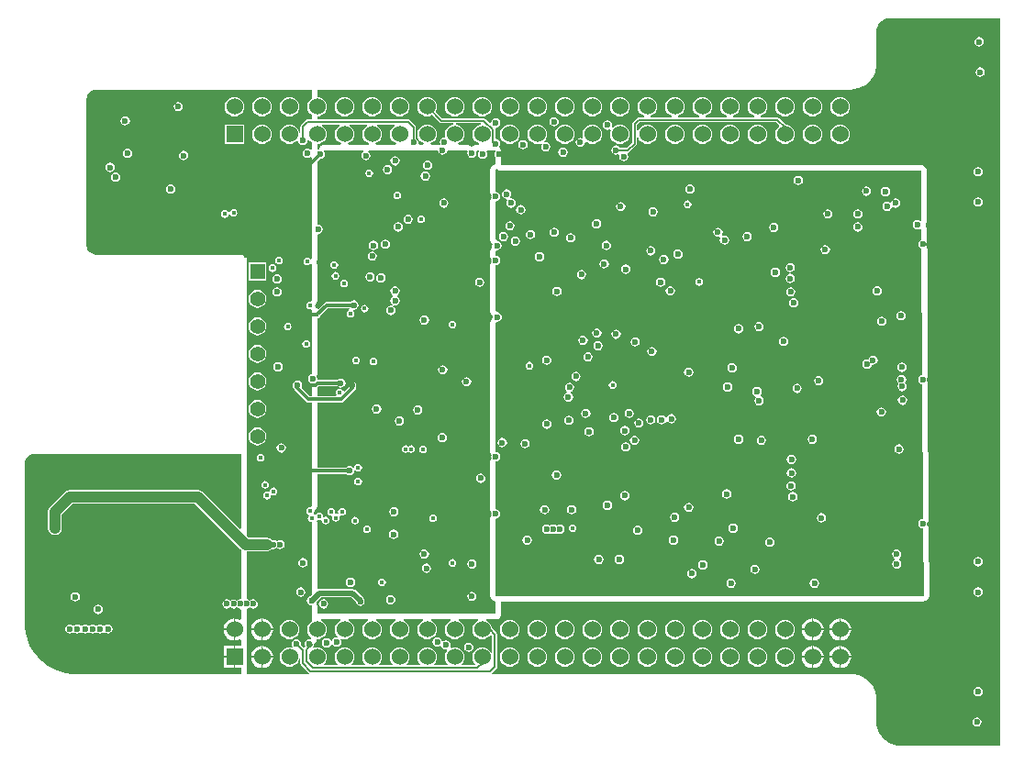
<source format=gbr>
G04 Layer_Physical_Order=5*
G04 Layer_Color=16737945*
%FSLAX26Y26*%
%MOIN*%
%TF.FileFunction,Copper,L5,Inr,Signal*%
%TF.Part,Single*%
G01*
G75*
%TA.AperFunction,Conductor*%
%ADD77C,0.007874*%
%ADD78C,0.039370*%
%ADD79C,0.013780*%
%ADD80C,0.019685*%
%TA.AperFunction,ComponentPad*%
%ADD91C,0.055118*%
%ADD92R,0.055118X0.055118*%
%ADD93C,0.060000*%
%ADD94R,0.060000X0.060000*%
%TA.AperFunction,ViaPad*%
%ADD95C,0.023622*%
%ADD96C,0.017716*%
G36*
X4157750Y5005653D02*
X4157389Y5005504D01*
X4150094Y4999906D01*
X4144496Y4992611D01*
X4140978Y4984116D01*
X4139777Y4975000D01*
X4140978Y4965884D01*
X4144496Y4957389D01*
X4150094Y4950094D01*
X4157389Y4944496D01*
X4162465Y4942394D01*
X4161471Y4937394D01*
X4101478D01*
X4101219Y4937342D01*
X4100959Y4937387D01*
X4097389Y4936580D01*
X4093797Y4935866D01*
X4093578Y4935719D01*
X4093320Y4935661D01*
X4090331Y4933550D01*
X4087286Y4931515D01*
X4087139Y4931296D01*
X4086924Y4931144D01*
X4084969Y4928048D01*
X4082935Y4925003D01*
X4082883Y4924745D01*
X4082743Y4924522D01*
X4081664Y4921715D01*
X4080189Y4921040D01*
X4075202Y4924243D01*
X4075189Y4924281D01*
Y4939802D01*
X4084116Y4940978D01*
X4092611Y4944496D01*
X4099906Y4950094D01*
X4105504Y4957389D01*
X4109022Y4965884D01*
X4110223Y4975000D01*
X4109022Y4984116D01*
X4105504Y4992611D01*
X4099906Y4999906D01*
X4092611Y5005504D01*
X4092250Y5005653D01*
X4093245Y5010653D01*
X4156755D01*
X4157750Y5005653D01*
D02*
G37*
G36*
X4257750D02*
X4257389Y5005504D01*
X4250094Y4999906D01*
X4244496Y4992611D01*
X4240978Y4984116D01*
X4239777Y4975000D01*
X4240978Y4965884D01*
X4244496Y4957389D01*
X4250094Y4950094D01*
X4257389Y4944496D01*
X4262465Y4942394D01*
X4261625Y4937394D01*
X4260649Y4937199D01*
X4259658Y4937297D01*
X4256836Y4936441D01*
X4253944Y4935866D01*
X4253117Y4935313D01*
X4252164Y4935024D01*
X4251968Y4934863D01*
X4251773Y4935024D01*
X4250820Y4935313D01*
X4249993Y4935866D01*
X4247101Y4936441D01*
X4244279Y4937297D01*
X4243288Y4937199D01*
X4242312Y4937394D01*
X4188529D01*
X4187535Y4942394D01*
X4192611Y4944496D01*
X4199906Y4950094D01*
X4205504Y4957389D01*
X4209022Y4965884D01*
X4210223Y4975000D01*
X4209022Y4984116D01*
X4205504Y4992611D01*
X4199906Y4999906D01*
X4192611Y5005504D01*
X4192250Y5005653D01*
X4193245Y5010653D01*
X4256755D01*
X4257750Y5005653D01*
D02*
G37*
G36*
X4357750D02*
X4357389Y5005504D01*
X4350094Y4999906D01*
X4344496Y4992611D01*
X4340978Y4984116D01*
X4339777Y4975000D01*
X4340978Y4965884D01*
X4344496Y4957389D01*
X4350094Y4950094D01*
X4357389Y4944496D01*
X4362465Y4942394D01*
X4361471Y4937394D01*
X4288529D01*
X4287535Y4942394D01*
X4292611Y4944496D01*
X4299906Y4950094D01*
X4305504Y4957389D01*
X4309022Y4965884D01*
X4310223Y4975000D01*
X4309022Y4984116D01*
X4305504Y4992611D01*
X4299906Y4999906D01*
X4292611Y5005504D01*
X4292250Y5005653D01*
X4293245Y5010653D01*
X4356755D01*
X4357750Y5005653D01*
D02*
G37*
G36*
X3049990Y3812958D02*
X3049995Y3812959D01*
X3050000Y3812958D01*
X3798827Y3812958D01*
Y3542399D01*
X3794207Y3540485D01*
X3659472Y3675220D01*
X3651333Y3680659D01*
X3641732Y3682569D01*
X3177166D01*
X3177165Y3682569D01*
X3167564Y3680659D01*
X3159425Y3675220D01*
X3104307Y3620102D01*
X3098869Y3611963D01*
X3096959Y3602362D01*
Y3566929D01*
Y3543307D01*
X3098869Y3533706D01*
X3104307Y3525567D01*
X3112446Y3520128D01*
X3122047Y3518219D01*
X3131648Y3520128D01*
X3139787Y3525567D01*
X3145226Y3533706D01*
X3147136Y3543307D01*
Y3591970D01*
X3187557Y3632392D01*
X3631340D01*
X3797220Y3466512D01*
X3799929Y3464702D01*
X3798827Y3459164D01*
Y3289168D01*
X3795276Y3284777D01*
X3788747Y3283478D01*
X3783465Y3279948D01*
X3778182Y3283478D01*
X3771653Y3284777D01*
X3765125Y3283478D01*
X3759843Y3279948D01*
X3754560Y3283478D01*
X3748032Y3284777D01*
X3741503Y3283478D01*
X3735968Y3279780D01*
X3732270Y3274245D01*
X3730971Y3267716D01*
X3732270Y3261188D01*
X3735968Y3255653D01*
X3741503Y3251955D01*
X3748032Y3250656D01*
X3754560Y3251955D01*
X3759843Y3255485D01*
X3765125Y3251955D01*
X3771653Y3250656D01*
X3778182Y3251955D01*
X3783465Y3255485D01*
X3788747Y3251955D01*
X3795276Y3250656D01*
X3798827Y3246265D01*
Y3212819D01*
X3793827Y3210497D01*
X3785442Y3213970D01*
X3777953Y3214956D01*
Y3175000D01*
Y3135044D01*
X3785442Y3136030D01*
X3793827Y3139503D01*
X3798827Y3137181D01*
Y3115000D01*
X3777953D01*
Y3075000D01*
Y3035000D01*
X3798827D01*
Y3012042D01*
X3794117Y3012042D01*
X3199977D01*
X3187659Y3012042D01*
X3163231Y3015258D01*
X3139434Y3021635D01*
X3116671Y3031064D01*
X3095335Y3043383D01*
X3075789Y3058383D01*
X3058369Y3075805D01*
X3043372Y3095353D01*
X3031054Y3116691D01*
X3021628Y3139453D01*
X3015254Y3163253D01*
X3012040Y3187679D01*
X3012042Y3199998D01*
X3012042Y3199999D01*
X3012042Y3200000D01*
X3012042Y3775000D01*
X3012041Y3775005D01*
X3012042Y3775010D01*
X3012039Y3778748D01*
X3013493Y3786082D01*
X3016352Y3792991D01*
X3020504Y3799208D01*
X3025792Y3804495D01*
X3032009Y3808648D01*
X3038918Y3811506D01*
X3046252Y3812961D01*
X3049990Y3812958D01*
D02*
G37*
G36*
X4734252Y4842520D02*
X6269685D01*
X6270836Y4661756D01*
X6265853Y4659146D01*
X6262434Y4661431D01*
X6255905Y4662729D01*
X6249377Y4661431D01*
X6243842Y4657733D01*
X6240144Y4652198D01*
X6238845Y4645669D01*
X6240144Y4639141D01*
X6243842Y4633606D01*
X6249377Y4629908D01*
X6255905Y4628609D01*
X6262434Y4629908D01*
X6266024Y4632306D01*
X6271039Y4629887D01*
X6271287Y4591007D01*
X6269062Y4590565D01*
X6263527Y4586866D01*
X6259829Y4581332D01*
X6258530Y4574803D01*
X6259829Y4568275D01*
X6263527Y4562740D01*
X6269062Y4559042D01*
X6271494Y4558558D01*
X6274418Y4099504D01*
X6269062Y4098439D01*
X6263527Y4094740D01*
X6259829Y4089206D01*
X6258530Y4082677D01*
X6259829Y4076148D01*
X6263527Y4070614D01*
X6269062Y4066916D01*
X6274632Y4065808D01*
X6277740Y3577891D01*
X6275590Y3576115D01*
X6269062Y3574817D01*
X6263527Y3571118D01*
X6259829Y3565584D01*
X6258530Y3559055D01*
X6259829Y3552526D01*
X6263527Y3546992D01*
X6269062Y3543294D01*
X6275590Y3541995D01*
X6277981Y3540046D01*
X6279505Y3300791D01*
X6275981Y3297244D01*
X4724409D01*
Y3577428D01*
X4730938Y3578727D01*
X4736473Y3582425D01*
X4740171Y3587960D01*
X4741470Y3594488D01*
X4740171Y3601017D01*
X4736473Y3606552D01*
X4730938Y3610250D01*
X4724409Y3611548D01*
Y3786090D01*
X4730938Y3787388D01*
X4736473Y3791086D01*
X4740171Y3796621D01*
X4741470Y3803150D01*
X4740171Y3809678D01*
X4736473Y3815213D01*
X4730938Y3818911D01*
X4724409Y3820210D01*
Y4291002D01*
X4728275Y4294174D01*
X4729331Y4293963D01*
X4735859Y4295262D01*
X4741394Y4298960D01*
X4745092Y4304495D01*
X4746391Y4311024D01*
X4745092Y4317552D01*
X4741394Y4323087D01*
X4735859Y4326785D01*
X4729331Y4328084D01*
X4728275Y4327874D01*
X4724409Y4331046D01*
Y4498681D01*
X4730929Y4499977D01*
X4736463Y4503676D01*
X4740162Y4509210D01*
X4741460Y4515739D01*
X4740162Y4522268D01*
X4736463Y4527802D01*
X4730929Y4531501D01*
X4724409Y4532797D01*
Y4550648D01*
X4728275Y4553820D01*
X4728346Y4553806D01*
X4734875Y4555105D01*
X4740410Y4558803D01*
X4744108Y4564337D01*
X4745407Y4570866D01*
X4744108Y4577395D01*
X4740410Y4582929D01*
X4734875Y4586628D01*
X4728346Y4587926D01*
X4728275Y4587912D01*
X4724409Y4591084D01*
Y4730964D01*
X4730928Y4732261D01*
X4736463Y4735959D01*
X4740161Y4741493D01*
X4741460Y4748022D01*
X4740161Y4754551D01*
X4736463Y4760085D01*
X4730928Y4763783D01*
X4724409Y4765080D01*
Y4845829D01*
X4729029Y4847743D01*
X4734252Y4842520D01*
D02*
G37*
G36*
X4670196Y5009590D02*
X4665884Y5009022D01*
X4657389Y5005504D01*
X4650094Y4999906D01*
X4644496Y4992611D01*
X4640978Y4984116D01*
X4639777Y4975000D01*
X4640978Y4965884D01*
X4644496Y4957389D01*
X4650094Y4950094D01*
X4657389Y4944496D01*
X4662885Y4942220D01*
X4662302Y4937394D01*
X4655331D01*
X4652439Y4936818D01*
X4649504Y4936529D01*
X4648626Y4936060D01*
X4647650Y4935866D01*
X4645198Y4934228D01*
X4642598Y4932838D01*
X4641966Y4932068D01*
X4641139Y4931515D01*
X4640873Y4931117D01*
X4639580Y4930562D01*
X4636011D01*
X4634718Y4931117D01*
X4634452Y4931515D01*
X4633624Y4932068D01*
X4632993Y4932838D01*
X4630392Y4934228D01*
X4627941Y4935866D01*
X4626964Y4936060D01*
X4626086Y4936529D01*
X4623152Y4936818D01*
X4620260Y4937394D01*
X4588529D01*
X4587535Y4942394D01*
X4592611Y4944496D01*
X4599906Y4950094D01*
X4605504Y4957389D01*
X4609022Y4965884D01*
X4610223Y4975000D01*
X4609022Y4984116D01*
X4605504Y4992611D01*
X4599906Y4999906D01*
X4592611Y5005504D01*
X4584116Y5009022D01*
X4579804Y5009590D01*
X4580131Y5014590D01*
X4669869D01*
X4670196Y5009590D01*
D02*
G37*
G36*
X4721605Y4916678D02*
X4723278Y4912323D01*
X4720459Y4908103D01*
X4719160Y4901575D01*
X4720459Y4895046D01*
X4724157Y4889511D01*
X4724409Y4889343D01*
Y4866895D01*
X4721348Y4866286D01*
X4716728Y4864372D01*
X4710217Y4860021D01*
X4710217Y4860021D01*
X4705867Y4853510D01*
X4704339Y4845829D01*
Y4765080D01*
X4704724Y4763141D01*
Y4761164D01*
X4705481Y4759338D01*
X4705867Y4757400D01*
X4706965Y4755756D01*
X4707721Y4753930D01*
X4708383Y4753268D01*
X4707340Y4748022D01*
X4708383Y4742776D01*
X4707721Y4742114D01*
X4706965Y4740288D01*
X4705867Y4738645D01*
X4705481Y4736706D01*
X4704724Y4734880D01*
Y4732903D01*
X4704339Y4730964D01*
Y4591084D01*
X4704533Y4590107D01*
X4704435Y4589117D01*
X4705291Y4586295D01*
X4705867Y4583403D01*
X4706419Y4582575D01*
X4706709Y4581623D01*
X4708579Y4579343D01*
X4710217Y4576892D01*
X4711045Y4576339D01*
X4711677Y4575569D01*
X4712145Y4575185D01*
X4711286Y4570866D01*
X4712145Y4566548D01*
X4711677Y4566163D01*
X4711045Y4565393D01*
X4710217Y4564840D01*
X4708579Y4562389D01*
X4706709Y4560110D01*
X4706420Y4559157D01*
X4705867Y4558329D01*
X4705291Y4555437D01*
X4704435Y4552616D01*
X4704533Y4551625D01*
X4704339Y4550648D01*
Y4532797D01*
X4704724Y4530858D01*
Y4528882D01*
X4705481Y4527055D01*
X4705867Y4525117D01*
X4706965Y4523473D01*
X4707721Y4521646D01*
X4708383Y4520984D01*
X4707340Y4515739D01*
X4708383Y4510494D01*
X4707721Y4509832D01*
X4706965Y4508005D01*
X4705867Y4506361D01*
X4705481Y4504423D01*
X4704724Y4502596D01*
Y4500620D01*
X4704339Y4498681D01*
Y4331046D01*
X4704533Y4330069D01*
X4704435Y4329078D01*
X4705291Y4326257D01*
X4705867Y4323365D01*
X4706419Y4322537D01*
X4706709Y4321584D01*
X4708579Y4319305D01*
X4710217Y4316854D01*
X4711045Y4316300D01*
X4711677Y4315531D01*
X4712958Y4314479D01*
X4712271Y4311024D01*
X4712958Y4307568D01*
X4711677Y4306516D01*
X4711045Y4305747D01*
X4710217Y4305194D01*
X4708579Y4302742D01*
X4706709Y4300463D01*
X4706420Y4299510D01*
X4705867Y4298682D01*
X4705291Y4295790D01*
X4704435Y4292969D01*
X4704533Y4291978D01*
X4704339Y4291002D01*
Y3820210D01*
X4704724Y3818271D01*
Y3816294D01*
X4705481Y3814468D01*
X4705867Y3812529D01*
X4706965Y3810885D01*
X4707721Y3809059D01*
X4708391Y3808389D01*
X4707349Y3803150D01*
X4708391Y3797910D01*
X4707721Y3797240D01*
X4706965Y3795414D01*
X4705867Y3793770D01*
X4705481Y3791831D01*
X4704724Y3790005D01*
Y3788028D01*
X4704339Y3786090D01*
Y3611548D01*
X4704724Y3609609D01*
Y3607633D01*
X4705481Y3605807D01*
X4705867Y3603868D01*
X4706965Y3602224D01*
X4707721Y3600398D01*
X4708391Y3599727D01*
X4707349Y3594488D01*
X4708391Y3589249D01*
X4707721Y3588579D01*
X4706965Y3586753D01*
X4705867Y3585109D01*
X4705481Y3583170D01*
X4704724Y3581344D01*
Y3579367D01*
X4704339Y3577428D01*
Y3297244D01*
X4705867Y3289563D01*
X4710217Y3283052D01*
X4716729Y3278701D01*
X4724409Y3277173D01*
Y3232284D01*
X4075189D01*
Y3262468D01*
X4074803Y3264406D01*
Y3266383D01*
X4074047Y3268209D01*
X4073661Y3270148D01*
X4072563Y3271792D01*
X4071806Y3273618D01*
X4071152Y3274273D01*
X4088912Y3292034D01*
X4198489D01*
X4217801Y3272722D01*
X4218376Y3269830D01*
X4221639Y3264947D01*
X4226523Y3261683D01*
X4232283Y3260538D01*
X4238044Y3261683D01*
X4242928Y3264947D01*
X4246191Y3269830D01*
X4247337Y3275591D01*
Y3279527D01*
X4247337Y3279528D01*
X4246191Y3285288D01*
X4242928Y3290172D01*
X4242927Y3290172D01*
X4215368Y3317731D01*
X4210485Y3320994D01*
X4204724Y3322140D01*
X4082677D01*
X4080189Y3321645D01*
X4075189Y3325395D01*
Y3564691D01*
X4074803Y3566630D01*
Y3568606D01*
X4074412Y3569551D01*
X4075897Y3571650D01*
X4078537Y3573388D01*
X4082677Y3572565D01*
X4088054Y3573634D01*
X4092250Y3570866D01*
X4093319Y3565490D01*
X4096365Y3560932D01*
X4100923Y3557886D01*
X4106299Y3556817D01*
X4111676Y3557886D01*
X4116234Y3560932D01*
X4119279Y3565490D01*
X4120349Y3570866D01*
X4119279Y3576243D01*
X4116234Y3580801D01*
X4111676Y3583846D01*
X4106299Y3584916D01*
X4100923Y3583846D01*
X4096727Y3586614D01*
X4095657Y3591991D01*
X4092612Y3596549D01*
X4088054Y3599594D01*
X4082677Y3600664D01*
X4077301Y3599594D01*
X4072743Y3596549D01*
X4070036Y3592498D01*
X4068050Y3592379D01*
X4064897Y3593122D01*
X4064340Y3597037D01*
X4064155Y3597566D01*
Y3598127D01*
X4063442Y3599847D01*
X4064161Y3600923D01*
X4065122Y3605752D01*
X4067851Y3607992D01*
X4068483Y3608761D01*
X4069310Y3609314D01*
X4070948Y3611766D01*
X4072819Y3614045D01*
X4073108Y3614998D01*
X4073661Y3615826D01*
X4074236Y3618718D01*
X4075092Y3621539D01*
X4074994Y3622530D01*
X4075189Y3623506D01*
Y3739919D01*
X4180828D01*
X4180842Y3739898D01*
X4186376Y3736200D01*
X4192905Y3734901D01*
X4199434Y3736200D01*
X4204968Y3739898D01*
X4208667Y3745432D01*
X4209909Y3751679D01*
X4211430Y3752573D01*
X4213014Y3753235D01*
X4214721Y3753680D01*
X4219033Y3750800D01*
X4224409Y3749730D01*
X4229786Y3750800D01*
X4234344Y3753845D01*
X4237389Y3758403D01*
X4238459Y3763780D01*
X4237389Y3769156D01*
X4234344Y3773714D01*
X4229786Y3776760D01*
X4224409Y3777829D01*
X4219033Y3776760D01*
X4214475Y3773714D01*
X4211429Y3769156D01*
X4210540Y3764685D01*
X4207658Y3763445D01*
X4205531Y3763182D01*
X4204968Y3764024D01*
X4199434Y3767722D01*
X4192905Y3769021D01*
X4186376Y3767722D01*
X4180842Y3764024D01*
X4180828Y3764003D01*
X4075189D01*
Y3999769D01*
X4163089D01*
X4163089Y3999769D01*
X4167698Y4000685D01*
X4171604Y4003296D01*
X4213240Y4044931D01*
X4215850Y4048838D01*
X4216767Y4053446D01*
Y4062992D01*
X4215850Y4067601D01*
X4213240Y4071507D01*
X4209333Y4074118D01*
X4204724Y4075035D01*
X4200116Y4074118D01*
X4196209Y4071507D01*
X4193599Y4067601D01*
X4192682Y4062992D01*
Y4058434D01*
X4175151Y4040904D01*
X4169469Y4042293D01*
X4167415Y4045368D01*
X4162857Y4048413D01*
X4157480Y4049483D01*
X4152104Y4048413D01*
X4147546Y4045368D01*
X4144500Y4040810D01*
X4143431Y4035433D01*
X4144500Y4030057D01*
X4145304Y4028853D01*
X4142632Y4023853D01*
X4075189D01*
Y4053030D01*
X4077355Y4054477D01*
X4081702Y4058824D01*
X4149340D01*
X4149354Y4058803D01*
X4154889Y4055105D01*
X4161417Y4053806D01*
X4167946Y4055105D01*
X4173481Y4058803D01*
X4177179Y4064338D01*
X4178477Y4070866D01*
X4177179Y4077395D01*
X4173481Y4082929D01*
X4167946Y4086628D01*
X4161417Y4087926D01*
X4154889Y4086628D01*
X4149354Y4082929D01*
X4149340Y4082909D01*
X4080476D01*
X4076115Y4086614D01*
X4074817Y4093143D01*
X4073548Y4095041D01*
X4073661Y4095211D01*
X4074047Y4097150D01*
X4074803Y4098976D01*
Y4100952D01*
X4075189Y4102891D01*
Y4304925D01*
X4080180Y4305918D01*
X4084738Y4308963D01*
X4087783Y4313521D01*
X4088112Y4315176D01*
X4115224Y4342288D01*
X4192475D01*
X4193768Y4341542D01*
X4193860Y4341380D01*
X4191465Y4335806D01*
X4186908Y4332761D01*
X4183862Y4328203D01*
X4182792Y4322826D01*
X4183862Y4317449D01*
X4186908Y4312891D01*
X4191466Y4309846D01*
X4196842Y4308776D01*
X4202218Y4309846D01*
X4206776Y4312891D01*
X4209822Y4317449D01*
X4210891Y4322826D01*
X4209822Y4328203D01*
X4206941Y4332515D01*
X4207384Y4334215D01*
X4208052Y4335813D01*
X4208943Y4337327D01*
X4215190Y4338569D01*
X4220725Y4342267D01*
X4224423Y4347802D01*
X4225721Y4354331D01*
X4224423Y4360859D01*
X4220725Y4366394D01*
X4215190Y4370092D01*
X4208661Y4371391D01*
X4202133Y4370092D01*
X4196598Y4366394D01*
X4196584Y4366373D01*
X4110237D01*
X4110236Y4366373D01*
X4105628Y4365456D01*
X4101721Y4362846D01*
X4101721Y4362846D01*
X4079134Y4340259D01*
X4079104Y4340252D01*
X4073696Y4341893D01*
X4073661Y4342071D01*
X4073108Y4342898D01*
X4072819Y4343851D01*
X4070948Y4346131D01*
X4069310Y4348582D01*
X4068483Y4349135D01*
X4068016Y4352363D01*
X4068483Y4355590D01*
X4069310Y4356143D01*
X4070948Y4358594D01*
X4072819Y4360874D01*
X4073108Y4361827D01*
X4073661Y4362655D01*
X4074236Y4365546D01*
X4075092Y4368368D01*
X4074994Y4369359D01*
X4075189Y4370335D01*
Y4501577D01*
X4074995Y4502553D01*
X4075092Y4503544D01*
X4074236Y4506366D01*
X4073661Y4509258D01*
X4073108Y4510086D01*
X4072819Y4511038D01*
X4072185Y4511811D01*
X4072819Y4512584D01*
X4073108Y4513536D01*
X4073661Y4514364D01*
X4074236Y4517256D01*
X4075092Y4520078D01*
X4074995Y4521069D01*
X4075189Y4522045D01*
Y4609947D01*
X4078740Y4612861D01*
X4085269Y4614160D01*
X4090803Y4617858D01*
X4094502Y4623393D01*
X4095800Y4629921D01*
X4094502Y4636450D01*
X4090803Y4641985D01*
X4085269Y4645683D01*
X4078740Y4646981D01*
X4075189Y4649896D01*
Y4873119D01*
X4086590Y4884520D01*
X4086614Y4884515D01*
X4093143Y4885813D01*
X4098677Y4889511D01*
X4102376Y4895046D01*
X4103674Y4901575D01*
X4102376Y4908103D01*
X4099556Y4912323D01*
X4101478Y4917323D01*
X4242312D01*
X4243829Y4912323D01*
X4239905Y4909701D01*
X4236207Y4904166D01*
X4234908Y4897638D01*
X4236207Y4891109D01*
X4239905Y4885574D01*
X4245440Y4881876D01*
X4251968Y4880578D01*
X4258497Y4881876D01*
X4264032Y4885574D01*
X4267730Y4891109D01*
X4269029Y4897638D01*
X4267730Y4904166D01*
X4264032Y4909701D01*
X4260108Y4912323D01*
X4261625Y4917323D01*
X4514419D01*
X4514427Y4917313D01*
X4515725Y4910784D01*
X4519424Y4905250D01*
X4524958Y4901551D01*
X4531487Y4900253D01*
X4538016Y4901551D01*
X4543550Y4905250D01*
X4547248Y4910784D01*
X4548547Y4917313D01*
X4548555Y4917323D01*
X4620260D01*
X4622617Y4912913D01*
X4622034Y4912040D01*
X4620735Y4905512D01*
X4622034Y4898983D01*
X4625732Y4893449D01*
X4631267Y4889750D01*
X4637795Y4888452D01*
X4644324Y4889750D01*
X4649859Y4893449D01*
X4653557Y4898983D01*
X4654855Y4905512D01*
X4653557Y4912040D01*
X4652974Y4912913D01*
X4655331Y4917323D01*
X4662302D01*
X4664223Y4912323D01*
X4661404Y4908103D01*
X4660105Y4901575D01*
X4661404Y4895046D01*
X4665102Y4889511D01*
X4670637Y4885813D01*
X4677165Y4884515D01*
X4683694Y4885813D01*
X4689229Y4889511D01*
X4692927Y4895046D01*
X4694225Y4901575D01*
X4692927Y4908103D01*
X4690108Y4912323D01*
X4692029Y4917323D01*
X4721064D01*
X4721605Y4916678D01*
D02*
G37*
G36*
X6554887Y2752199D02*
X6196850Y2752200D01*
X6187954Y2752199D01*
X6170504Y2755670D01*
X6154067Y2762479D01*
X6139274Y2772363D01*
X6126694Y2784944D01*
X6116809Y2799737D01*
X6110001Y2816174D01*
X6106530Y2833623D01*
X6106530Y2842519D01*
X6106530Y2921260D01*
X6106472Y2921554D01*
X6106516Y2921851D01*
X6106136Y2929569D01*
X6105919Y2930434D01*
Y2931326D01*
X6102908Y2946465D01*
X6102454Y2947561D01*
X6102223Y2948724D01*
X6096316Y2962985D01*
X6095657Y2963972D01*
X6095203Y2965067D01*
X6086627Y2977902D01*
X6085789Y2978741D01*
X6085130Y2979727D01*
X6074215Y2990641D01*
X6073229Y2991300D01*
X6072390Y2992139D01*
X6059556Y3000715D01*
X6058460Y3001169D01*
X6057474Y3001827D01*
X6043213Y3007735D01*
X6042050Y3007966D01*
X6040954Y3008420D01*
X6025815Y3011431D01*
X6024922D01*
X6024056Y3011648D01*
X6016339Y3012027D01*
X6016042Y3011983D01*
X6015748Y3012042D01*
X4712475Y3012042D01*
X4710925Y3016690D01*
X4710917Y3017042D01*
X4726859Y3032984D01*
X4728817Y3035914D01*
X4729504Y3039370D01*
Y3157480D01*
X4728817Y3160937D01*
X4726859Y3163867D01*
X4709388Y3181337D01*
X4709022Y3184116D01*
X4705504Y3192611D01*
X4699906Y3199906D01*
X4692611Y3205504D01*
X4688485Y3207213D01*
X4689480Y3212213D01*
X4724409D01*
X4732090Y3213741D01*
X4738601Y3218091D01*
X4742952Y3224603D01*
X4744480Y3232284D01*
Y3277173D01*
X6275981D01*
X6276013Y3277180D01*
X6276045Y3277174D01*
X6279829Y3277939D01*
X6283661Y3278701D01*
X6283689Y3278719D01*
X6283720Y3278726D01*
X6286943Y3280894D01*
X6290173Y3283052D01*
X6290191Y3283079D01*
X6290218Y3283097D01*
X6293742Y3286644D01*
X6293760Y3286671D01*
X6293787Y3286689D01*
X6295927Y3289936D01*
X6298072Y3293169D01*
X6298078Y3293201D01*
X6298096Y3293228D01*
X6298831Y3297046D01*
X6299576Y3300855D01*
X6299569Y3300887D01*
X6299575Y3300919D01*
X6298051Y3540173D01*
X6297857Y3541117D01*
X6297949Y3542077D01*
X6297075Y3544926D01*
X6296475Y3547844D01*
X6295934Y3548642D01*
X6295652Y3549563D01*
X6293753Y3551861D01*
X6292083Y3554328D01*
X6291278Y3554858D01*
X6290664Y3555601D01*
X6290291Y3555906D01*
X6290180Y3556072D01*
X6289856Y3556891D01*
X6289882Y3561354D01*
X6290190Y3562085D01*
X6290279Y3562216D01*
X6290522Y3562416D01*
X6291172Y3563213D01*
X6292022Y3563789D01*
X6293627Y3566225D01*
X6295471Y3568486D01*
X6295766Y3569470D01*
X6296331Y3570328D01*
X6296882Y3573193D01*
X6297720Y3575987D01*
X6297616Y3577009D01*
X6297810Y3578019D01*
X6294703Y4065935D01*
X6294317Y4067810D01*
Y4069723D01*
X6293537Y4071608D01*
X6293126Y4073606D01*
X6292053Y4075190D01*
X6291320Y4076958D01*
X6289878Y4078401D01*
X6288734Y4080090D01*
X6288700Y4085403D01*
X6289753Y4087000D01*
X6291106Y4088353D01*
X6291886Y4090238D01*
X6293009Y4091941D01*
X6293370Y4093820D01*
X6294103Y4095588D01*
Y4097628D01*
X6294488Y4099632D01*
X6291564Y4558686D01*
X6291179Y4560560D01*
Y4562474D01*
X6290398Y4564358D01*
X6289987Y4566356D01*
X6288914Y4567941D01*
X6288182Y4569709D01*
X6286739Y4571151D01*
X6285595Y4572840D01*
X6286382Y4578139D01*
X6286622Y4578503D01*
X6287975Y4579856D01*
X6288756Y4581741D01*
X6289878Y4583445D01*
X6290240Y4585324D01*
X6290972Y4587092D01*
Y4589131D01*
X6291357Y4591135D01*
X6291110Y4630015D01*
X6290447Y4633241D01*
X6289988Y4636502D01*
X6289662Y4637056D01*
X6289533Y4637685D01*
X6287686Y4640412D01*
X6286014Y4643250D01*
X6285611Y4645233D01*
X6285610Y4646183D01*
X6286242Y4648891D01*
X6287725Y4651609D01*
X6289428Y4654193D01*
X6289587Y4655023D01*
X6289992Y4655766D01*
X6290322Y4658844D01*
X6290907Y4661883D01*
X6289755Y4842648D01*
X6288980Y4846422D01*
X6288228Y4850200D01*
X6288192Y4850255D01*
X6288179Y4850318D01*
X6286017Y4853509D01*
X6283877Y4856712D01*
X6283823Y4856748D01*
X6283786Y4856802D01*
X6280574Y4858919D01*
X6277366Y4861063D01*
X6277302Y4861075D01*
X6277247Y4861111D01*
X6273467Y4861838D01*
X6269685Y4862590D01*
X4748934D01*
X4747475Y4863303D01*
X4744480Y4866895D01*
Y4889343D01*
X4744094Y4891283D01*
X4744094Y4893259D01*
X4743338Y4895085D01*
X4742952Y4897024D01*
X4741854Y4898668D01*
X4741097Y4900494D01*
X4740676Y4900915D01*
X4740172Y4901669D01*
X4740624Y4902761D01*
X4741617Y4904166D01*
X4742109Y4906344D01*
X4742963Y4908407D01*
Y4910127D01*
X4743342Y4911804D01*
X4742963Y4914005D01*
Y4916238D01*
X4742305Y4917827D01*
X4742013Y4919522D01*
X4740340Y4923877D01*
X4738571Y4926678D01*
X4736976Y4929584D01*
X4736957Y4929606D01*
X4740171Y4934416D01*
X4741470Y4940945D01*
X4740171Y4947474D01*
X4736473Y4953008D01*
X4730938Y4956706D01*
X4724409Y4958005D01*
X4722890Y4959252D01*
Y4991096D01*
X4722311Y4994007D01*
X4723128Y4995830D01*
X4725330Y4998871D01*
X4730938Y4999986D01*
X4736473Y5003685D01*
X4740171Y5009219D01*
X4741470Y5015748D01*
X4740171Y5022277D01*
X4736473Y5027811D01*
X4730938Y5031510D01*
X4724409Y5032808D01*
X4717881Y5031510D01*
X4712346Y5027811D01*
X4708648Y5022277D01*
X4707631Y5017166D01*
X4703674Y5015328D01*
X4702530Y5015197D01*
X4687718Y5030008D01*
X4684788Y5031966D01*
X4681332Y5032654D01*
X4530119D01*
X4505452Y5057321D01*
X4505504Y5057389D01*
X4509022Y5065884D01*
X4510223Y5075000D01*
X4509022Y5084116D01*
X4505504Y5092611D01*
X4499906Y5099906D01*
X4492611Y5105504D01*
X4484116Y5109022D01*
X4475000Y5110223D01*
X4465884Y5109022D01*
X4457389Y5105504D01*
X4450094Y5099906D01*
X4444496Y5092611D01*
X4440978Y5084116D01*
X4439777Y5075000D01*
X4440978Y5065884D01*
X4444496Y5057389D01*
X4450094Y5050094D01*
X4457389Y5044496D01*
X4465884Y5040978D01*
X4475000Y5039777D01*
X4484116Y5040978D01*
X4492611Y5044496D01*
X4492679Y5044548D01*
X4519992Y5017235D01*
X4522922Y5015278D01*
X4526378Y5014590D01*
X4569869D01*
X4570196Y5009590D01*
X4565884Y5009022D01*
X4557389Y5005504D01*
X4550094Y4999906D01*
X4544496Y4992611D01*
X4540978Y4984116D01*
X4539777Y4975000D01*
X4540768Y4967475D01*
X4538812Y4964189D01*
X4536891Y4962685D01*
X4531526Y4961618D01*
X4525991Y4957919D01*
X4522293Y4952385D01*
X4520994Y4945856D01*
X4521962Y4940991D01*
X4521892Y4940809D01*
X4518652Y4937330D01*
X4518047Y4936998D01*
X4517386D01*
X4516416Y4937294D01*
X4515410Y4937196D01*
X4514419Y4937394D01*
X4488529D01*
X4487535Y4942394D01*
X4492611Y4944496D01*
X4499906Y4950094D01*
X4505504Y4957389D01*
X4509022Y4965884D01*
X4510223Y4975000D01*
X4509022Y4984116D01*
X4505504Y4992611D01*
X4499906Y4999906D01*
X4492611Y5005504D01*
X4484116Y5009022D01*
X4475000Y5010223D01*
X4465884Y5009022D01*
X4457389Y5005504D01*
X4450094Y4999906D01*
X4444496Y4992611D01*
X4440978Y4984116D01*
X4439777Y4975000D01*
X4440978Y4965884D01*
X4444496Y4957389D01*
X4450094Y4950094D01*
X4457389Y4944496D01*
X4462465Y4942394D01*
X4461471Y4937394D01*
X4445865D01*
X4441762Y4942394D01*
X4442257Y4944882D01*
X4440958Y4951410D01*
X4437260Y4956945D01*
X4434229Y4958971D01*
Y5000000D01*
X4433541Y5003456D01*
X4431583Y5006386D01*
X4411898Y5026071D01*
X4408968Y5028029D01*
X4405512Y5028717D01*
X4075189D01*
Y5039802D01*
X4084116Y5040978D01*
X4092611Y5044496D01*
X4099906Y5050094D01*
X4105504Y5057389D01*
X4109022Y5065884D01*
X4110223Y5075000D01*
X4109022Y5084116D01*
X4105504Y5092611D01*
X4099906Y5099906D01*
X4092611Y5105504D01*
X4084116Y5109022D01*
X4075189Y5110198D01*
Y5137564D01*
X4080189Y5137564D01*
X6015748Y5137565D01*
X6016042Y5137623D01*
X6016339Y5137579D01*
X6024056Y5137958D01*
X6024922Y5138175D01*
X6025815D01*
X6040954Y5141186D01*
X6042050Y5141640D01*
X6043213Y5141871D01*
X6057474Y5147778D01*
X6058460Y5148437D01*
X6059556Y5148891D01*
X6072391Y5157466D01*
X6073229Y5158305D01*
X6074216Y5158964D01*
X6085130Y5169879D01*
X6085789Y5170865D01*
X6086628Y5171704D01*
X6095204Y5184538D01*
X6095658Y5185634D01*
X6096317Y5186620D01*
X6102223Y5200881D01*
X6102455Y5202044D01*
X6102909Y5203140D01*
X6105920Y5218279D01*
Y5219172D01*
X6106137Y5220038D01*
X6106516Y5227756D01*
X6106471Y5228052D01*
X6106530Y5228346D01*
X6106530Y5346457D01*
X6106530Y5351475D01*
X6108488Y5361318D01*
X6112329Y5370591D01*
X6117904Y5378936D01*
X6125001Y5386032D01*
X6133346Y5391608D01*
X6142619Y5395449D01*
X6152461Y5397407D01*
X6157480Y5397407D01*
X6554887Y5397407D01*
Y2752199D01*
D02*
G37*
G36*
X4661515Y3207213D02*
X4657389Y3205504D01*
X4650094Y3199906D01*
X4644496Y3192611D01*
X4640978Y3184116D01*
X4639777Y3175000D01*
X4640978Y3165884D01*
X4644496Y3157389D01*
X4650094Y3150094D01*
X4657389Y3144496D01*
X4665884Y3140978D01*
X4675000Y3139777D01*
X4684116Y3140978D01*
X4692611Y3144496D01*
X4699906Y3150094D01*
X4702601Y3153606D01*
X4708063Y3154137D01*
X4711441Y3151070D01*
Y3091344D01*
X4706441Y3090349D01*
X4705504Y3092611D01*
X4699906Y3099906D01*
X4692611Y3105504D01*
X4684116Y3109022D01*
X4675000Y3110223D01*
X4665884Y3109022D01*
X4657389Y3105504D01*
X4650094Y3099906D01*
X4644496Y3092611D01*
X4640978Y3084116D01*
X4639777Y3075000D01*
X4640978Y3065884D01*
X4644496Y3057389D01*
X4650033Y3050173D01*
X4649983Y3049790D01*
X4648293Y3045173D01*
X4601271D01*
X4600215Y3048287D01*
X4599967Y3050173D01*
X4605504Y3057389D01*
X4609022Y3065884D01*
X4610223Y3075000D01*
X4609022Y3084116D01*
X4605504Y3092611D01*
X4599906Y3099906D01*
X4592611Y3105504D01*
X4584116Y3109022D01*
X4575000Y3110223D01*
X4565884Y3109022D01*
X4562404Y3107581D01*
X4559060Y3111575D01*
X4560358Y3118104D01*
X4559060Y3124633D01*
X4555361Y3130167D01*
X4549827Y3133865D01*
X4543298Y3135164D01*
X4536769Y3133865D01*
X4533605Y3131751D01*
X4528101Y3133792D01*
X4527573Y3136450D01*
X4523874Y3141985D01*
X4518340Y3145683D01*
X4511811Y3146981D01*
X4505282Y3145683D01*
X4499748Y3141985D01*
X4496050Y3136450D01*
X4494751Y3129921D01*
X4496050Y3123393D01*
X4499748Y3117858D01*
X4505282Y3114160D01*
X4511811Y3112861D01*
X4518340Y3114160D01*
X4521504Y3116274D01*
X4527008Y3114233D01*
X4527537Y3111575D01*
X4531235Y3106041D01*
X4536769Y3102343D01*
X4543298Y3101044D01*
X4544911Y3101365D01*
X4547732Y3096828D01*
X4544496Y3092611D01*
X4540978Y3084116D01*
X4539777Y3075000D01*
X4540978Y3065884D01*
X4544496Y3057389D01*
X4550033Y3050173D01*
X4549785Y3048287D01*
X4548729Y3045173D01*
X4501271D01*
X4500215Y3048287D01*
X4499967Y3050173D01*
X4505504Y3057389D01*
X4509022Y3065884D01*
X4510223Y3075000D01*
X4509022Y3084116D01*
X4505504Y3092611D01*
X4499906Y3099906D01*
X4492611Y3105504D01*
X4484116Y3109022D01*
X4475000Y3110223D01*
X4465884Y3109022D01*
X4457389Y3105504D01*
X4450094Y3099906D01*
X4444496Y3092611D01*
X4440978Y3084116D01*
X4439777Y3075000D01*
X4440978Y3065884D01*
X4444496Y3057389D01*
X4450033Y3050173D01*
X4449785Y3048287D01*
X4448729Y3045173D01*
X4401271D01*
X4400215Y3048287D01*
X4399967Y3050173D01*
X4405504Y3057389D01*
X4409022Y3065884D01*
X4410223Y3075000D01*
X4409022Y3084116D01*
X4405504Y3092611D01*
X4399906Y3099906D01*
X4392611Y3105504D01*
X4384116Y3109022D01*
X4375000Y3110223D01*
X4365884Y3109022D01*
X4357389Y3105504D01*
X4350094Y3099906D01*
X4344496Y3092611D01*
X4340978Y3084116D01*
X4339777Y3075000D01*
X4340978Y3065884D01*
X4344496Y3057389D01*
X4350033Y3050173D01*
X4349785Y3048287D01*
X4348729Y3045173D01*
X4301271D01*
X4300215Y3048287D01*
X4299967Y3050173D01*
X4305504Y3057389D01*
X4309022Y3065884D01*
X4310223Y3075000D01*
X4309022Y3084116D01*
X4305504Y3092611D01*
X4299906Y3099906D01*
X4292611Y3105504D01*
X4284116Y3109022D01*
X4275000Y3110223D01*
X4265884Y3109022D01*
X4257389Y3105504D01*
X4250094Y3099906D01*
X4244496Y3092611D01*
X4240978Y3084116D01*
X4239777Y3075000D01*
X4240978Y3065884D01*
X4244496Y3057389D01*
X4250033Y3050173D01*
X4249785Y3048287D01*
X4248729Y3045173D01*
X4201271D01*
X4200215Y3048287D01*
X4199967Y3050173D01*
X4205504Y3057389D01*
X4209022Y3065884D01*
X4210223Y3075000D01*
X4209022Y3084116D01*
X4205504Y3092611D01*
X4199906Y3099906D01*
X4192611Y3105504D01*
X4184116Y3109022D01*
X4175000Y3110223D01*
X4165884Y3109022D01*
X4157389Y3105504D01*
X4150094Y3099906D01*
X4144496Y3092611D01*
X4140978Y3084116D01*
X4139777Y3075000D01*
X4140978Y3065884D01*
X4144496Y3057389D01*
X4150033Y3050173D01*
X4149785Y3048287D01*
X4148729Y3045173D01*
X4101271D01*
X4100215Y3048287D01*
X4099967Y3050173D01*
X4105504Y3057389D01*
X4109022Y3065884D01*
X4110223Y3075000D01*
X4109022Y3084116D01*
X4105504Y3092611D01*
X4099906Y3099906D01*
X4092611Y3105504D01*
X4084116Y3109022D01*
X4075000Y3110223D01*
X4065884Y3109022D01*
X4064217Y3108332D01*
X4060903Y3112371D01*
X4063006Y3115519D01*
X4063210Y3116545D01*
X4063454Y3116911D01*
X4064142Y3120367D01*
X4064056Y3120799D01*
X4064304Y3122047D01*
X4063941Y3123872D01*
X4066563Y3125933D01*
X4067374Y3126879D01*
X4068407Y3127575D01*
X4069899Y3129827D01*
X4071658Y3131880D01*
X4072044Y3133064D01*
X4072733Y3134103D01*
X4073250Y3136756D01*
X4074088Y3139324D01*
X4074619Y3139827D01*
X4075000Y3139777D01*
X4084116Y3140978D01*
X4092611Y3144496D01*
X4099906Y3150094D01*
X4105504Y3157389D01*
X4109022Y3165884D01*
X4110223Y3175000D01*
X4109022Y3184116D01*
X4105504Y3192611D01*
X4099906Y3199906D01*
X4092611Y3205504D01*
X4088485Y3207213D01*
X4089480Y3212213D01*
X4160520D01*
X4161515Y3207213D01*
X4157389Y3205504D01*
X4150094Y3199906D01*
X4144496Y3192611D01*
X4140978Y3184116D01*
X4139777Y3175000D01*
X4140978Y3165884D01*
X4144496Y3157389D01*
X4149642Y3150682D01*
X4149011Y3148646D01*
X4147098Y3146091D01*
X4146427Y3146224D01*
X4139898Y3144925D01*
X4134363Y3141227D01*
X4130665Y3135693D01*
X4130382Y3134267D01*
X4130200Y3134194D01*
X4125178Y3133739D01*
X4122300Y3138048D01*
X4116765Y3141746D01*
X4110236Y3143044D01*
X4103708Y3141746D01*
X4098173Y3138048D01*
X4094475Y3132513D01*
X4093176Y3125984D01*
X4094475Y3119456D01*
X4098173Y3113921D01*
X4103708Y3110223D01*
X4110236Y3108924D01*
X4116765Y3110223D01*
X4122300Y3113921D01*
X4125998Y3119456D01*
X4126281Y3120881D01*
X4126463Y3120954D01*
X4131484Y3121409D01*
X4134363Y3117101D01*
X4139898Y3113403D01*
X4146427Y3112104D01*
X4152955Y3113403D01*
X4158490Y3117101D01*
X4162188Y3122635D01*
X4163487Y3129164D01*
X4162188Y3135693D01*
X4160891Y3137634D01*
X4164206Y3141673D01*
X4165884Y3140978D01*
X4175000Y3139777D01*
X4184116Y3140978D01*
X4192611Y3144496D01*
X4199906Y3150094D01*
X4205504Y3157389D01*
X4209022Y3165884D01*
X4210223Y3175000D01*
X4209022Y3184116D01*
X4205504Y3192611D01*
X4199906Y3199906D01*
X4192611Y3205504D01*
X4188485Y3207213D01*
X4189480Y3212213D01*
X4260520D01*
X4261515Y3207213D01*
X4257389Y3205504D01*
X4250094Y3199906D01*
X4244496Y3192611D01*
X4240978Y3184116D01*
X4239777Y3175000D01*
X4240978Y3165884D01*
X4244496Y3157389D01*
X4250094Y3150094D01*
X4257389Y3144496D01*
X4265884Y3140978D01*
X4275000Y3139777D01*
X4284116Y3140978D01*
X4292611Y3144496D01*
X4299906Y3150094D01*
X4305504Y3157389D01*
X4309022Y3165884D01*
X4310223Y3175000D01*
X4309022Y3184116D01*
X4305504Y3192611D01*
X4299906Y3199906D01*
X4292611Y3205504D01*
X4288485Y3207213D01*
X4289480Y3212213D01*
X4360520D01*
X4361515Y3207213D01*
X4357389Y3205504D01*
X4350094Y3199906D01*
X4344496Y3192611D01*
X4340978Y3184116D01*
X4339777Y3175000D01*
X4340978Y3165884D01*
X4344496Y3157389D01*
X4350094Y3150094D01*
X4357389Y3144496D01*
X4365884Y3140978D01*
X4375000Y3139777D01*
X4384116Y3140978D01*
X4392611Y3144496D01*
X4399906Y3150094D01*
X4405504Y3157389D01*
X4409022Y3165884D01*
X4410223Y3175000D01*
X4409022Y3184116D01*
X4405504Y3192611D01*
X4399906Y3199906D01*
X4392611Y3205504D01*
X4388485Y3207213D01*
X4389480Y3212213D01*
X4460520D01*
X4461515Y3207213D01*
X4457389Y3205504D01*
X4450094Y3199906D01*
X4444496Y3192611D01*
X4440978Y3184116D01*
X4439777Y3175000D01*
X4440978Y3165884D01*
X4444496Y3157389D01*
X4450094Y3150094D01*
X4457389Y3144496D01*
X4465884Y3140978D01*
X4475000Y3139777D01*
X4484116Y3140978D01*
X4492611Y3144496D01*
X4499906Y3150094D01*
X4505504Y3157389D01*
X4509022Y3165884D01*
X4510223Y3175000D01*
X4509022Y3184116D01*
X4505504Y3192611D01*
X4499906Y3199906D01*
X4492611Y3205504D01*
X4488485Y3207213D01*
X4489480Y3212213D01*
X4560520D01*
X4561515Y3207213D01*
X4557389Y3205504D01*
X4550094Y3199906D01*
X4544496Y3192611D01*
X4540978Y3184116D01*
X4539777Y3175000D01*
X4540978Y3165884D01*
X4544496Y3157389D01*
X4550094Y3150094D01*
X4557389Y3144496D01*
X4565884Y3140978D01*
X4575000Y3139777D01*
X4584116Y3140978D01*
X4592611Y3144496D01*
X4599906Y3150094D01*
X4605504Y3157389D01*
X4609022Y3165884D01*
X4610223Y3175000D01*
X4609022Y3184116D01*
X4605504Y3192611D01*
X4599906Y3199906D01*
X4592611Y3205504D01*
X4588485Y3207213D01*
X4589480Y3212213D01*
X4660520D01*
X4661515Y3207213D01*
D02*
G37*
G36*
X3275292Y5137565D02*
X3275343Y5137574D01*
X3275393Y5137564D01*
X4055118D01*
Y5103761D01*
X4050094Y5099906D01*
X4044496Y5092611D01*
X4040978Y5084116D01*
X4039777Y5075000D01*
X4040978Y5065884D01*
X4044496Y5057389D01*
X4050094Y5050094D01*
X4055118Y5046239D01*
Y5028717D01*
X4039370D01*
X4035914Y5028029D01*
X4032984Y5026072D01*
X4017236Y5010323D01*
X4015278Y5007393D01*
X4014590Y5003937D01*
Y4980131D01*
X4009590Y4979804D01*
X4009022Y4984116D01*
X4005504Y4992611D01*
X3999906Y4999906D01*
X3992611Y5005504D01*
X3984116Y5009022D01*
X3975000Y5010223D01*
X3965884Y5009022D01*
X3957389Y5005504D01*
X3950094Y4999906D01*
X3944496Y4992611D01*
X3940978Y4984116D01*
X3939777Y4975000D01*
X3940978Y4965884D01*
X3944496Y4957389D01*
X3950094Y4950094D01*
X3957389Y4944496D01*
X3965884Y4940978D01*
X3975000Y4939777D01*
X3984116Y4940978D01*
X3992611Y4944496D01*
X3999906Y4950094D01*
X4001818Y4952586D01*
X4006910Y4951008D01*
X4007860Y4946227D01*
X4011559Y4940693D01*
X4017093Y4936994D01*
X4023622Y4935696D01*
X4030151Y4936994D01*
X4035685Y4940693D01*
X4039383Y4946227D01*
X4040682Y4952756D01*
X4040673Y4952799D01*
X4041267Y4953383D01*
X4047927Y4952918D01*
X4050094Y4950094D01*
X4055118Y4946239D01*
Y4920375D01*
X4050118Y4918454D01*
X4045899Y4921273D01*
X4039370Y4922572D01*
X4032841Y4921273D01*
X4027307Y4917575D01*
X4023609Y4912040D01*
X4022310Y4905512D01*
X4023609Y4898983D01*
X4027307Y4893449D01*
X4032841Y4889750D01*
X4039370Y4888452D01*
X4045899Y4889750D01*
X4050118Y4892570D01*
X4055118Y4890648D01*
Y4522045D01*
X4050118Y4520528D01*
X4049305Y4521745D01*
X4044747Y4524791D01*
X4039370Y4525860D01*
X4033994Y4524791D01*
X4029436Y4521745D01*
X4026390Y4517188D01*
X4025321Y4511811D01*
X4026390Y4506435D01*
X4029436Y4501877D01*
X4033994Y4498831D01*
X4039370Y4497761D01*
X4044747Y4498831D01*
X4049305Y4501877D01*
X4050118Y4503094D01*
X4055118Y4501577D01*
Y4370335D01*
X4050118Y4366232D01*
X4049212Y4366412D01*
X4043836Y4365343D01*
X4039278Y4362297D01*
X4036232Y4357739D01*
X4035163Y4352363D01*
X4036232Y4346986D01*
X4039278Y4342428D01*
X4043836Y4339383D01*
X4049212Y4338313D01*
X4050118Y4338493D01*
X4055118Y4334390D01*
Y4102891D01*
X4052526Y4102376D01*
X4046992Y4098677D01*
X4043294Y4093143D01*
X4041995Y4086614D01*
X4043294Y4080086D01*
X4046992Y4074551D01*
X4052526Y4070853D01*
X4055118Y4070337D01*
Y4023853D01*
X4048295D01*
X4018091Y4054058D01*
X4019698Y4056463D01*
X4020997Y4062992D01*
X4019698Y4069521D01*
X4016000Y4075055D01*
X4010466Y4078754D01*
X4003937Y4080052D01*
X3997408Y4078754D01*
X3991874Y4075055D01*
X3988175Y4069521D01*
X3986877Y4062992D01*
X3988175Y4056463D01*
X3991874Y4050929D01*
X3991956Y4050874D01*
X3992811Y4046573D01*
X3995422Y4042666D01*
X4034792Y4003296D01*
X4034792Y4003296D01*
X4038699Y4000685D01*
X4043307Y3999769D01*
X4055118D01*
Y3623506D01*
X4051253Y3620334D01*
X4051181Y3620349D01*
X4045805Y3619279D01*
X4041247Y3616234D01*
X4038201Y3611676D01*
X4037132Y3606299D01*
X4038201Y3600923D01*
X4041247Y3596365D01*
X4044470Y3594211D01*
X4045219Y3588941D01*
X4045184Y3588675D01*
X4042138Y3584117D01*
X4041069Y3578740D01*
X4042138Y3573364D01*
X4045184Y3568806D01*
X4049742Y3565760D01*
X4055118Y3564691D01*
Y3300816D01*
X4049840Y3295538D01*
X4048590Y3295289D01*
X4043055Y3291591D01*
X4039357Y3286056D01*
X4038058Y3279528D01*
X4039357Y3272999D01*
X4043055Y3267464D01*
X4048590Y3263766D01*
X4055118Y3262468D01*
Y3203761D01*
X4050094Y3199906D01*
X4044496Y3192611D01*
X4040978Y3184116D01*
X4039777Y3175000D01*
X4040978Y3165884D01*
X4044496Y3157389D01*
X4050094Y3150094D01*
X4054140Y3146989D01*
X4054160Y3141713D01*
X4050118Y3138536D01*
X4047244Y3139107D01*
X4040715Y3137809D01*
X4035181Y3134110D01*
X4031483Y3128576D01*
X4030184Y3122047D01*
X4031483Y3115519D01*
X4031967Y3114794D01*
X4029862Y3110752D01*
X4024727Y3110093D01*
X4016349Y3118471D01*
X4017060Y3122047D01*
X4015762Y3128576D01*
X4012063Y3134110D01*
X4006529Y3137809D01*
X4000000Y3139107D01*
X3993471Y3137809D01*
X3987937Y3134110D01*
X3984238Y3128576D01*
X3982940Y3122047D01*
X3984238Y3115519D01*
X3985492Y3113642D01*
X3985369Y3113228D01*
X3982416Y3109246D01*
X3975000Y3110223D01*
X3965884Y3109022D01*
X3957389Y3105504D01*
X3950094Y3099906D01*
X3944496Y3092611D01*
X3940978Y3084116D01*
X3939777Y3075000D01*
X3940978Y3065884D01*
X3944496Y3057389D01*
X3950094Y3050094D01*
X3957389Y3044496D01*
X3965884Y3040978D01*
X3975000Y3039777D01*
X3984116Y3040978D01*
X3992611Y3044496D01*
X3999906Y3050094D01*
X4005504Y3057389D01*
X4009022Y3065884D01*
X4009315Y3068103D01*
X4014315Y3067775D01*
Y3051457D01*
X4015002Y3048001D01*
X4016960Y3045070D01*
X4044988Y3017042D01*
X4044980Y3016690D01*
X4043431Y3012042D01*
X3818898Y3012042D01*
Y3250656D01*
X3825426Y3251955D01*
X3830709Y3255485D01*
X3835991Y3251955D01*
X3842520Y3250656D01*
X3849048Y3251955D01*
X3854583Y3255653D01*
X3858281Y3261188D01*
X3859580Y3267716D01*
X3858281Y3274245D01*
X3854583Y3279780D01*
X3849048Y3283478D01*
X3842520Y3284777D01*
X3835991Y3283478D01*
X3830709Y3279948D01*
X3825426Y3283478D01*
X3818898Y3284777D01*
Y3459164D01*
X3893701D01*
X3903302Y3461073D01*
X3911441Y3466512D01*
X3912532Y3468145D01*
X3917323Y3467192D01*
X3923851Y3468490D01*
X3928200Y3471396D01*
X3933432Y3467900D01*
X3939961Y3466601D01*
X3946489Y3467900D01*
X3952024Y3471598D01*
X3955722Y3477133D01*
X3957021Y3483661D01*
X3955722Y3490190D01*
X3952024Y3495725D01*
X3946489Y3499423D01*
X3939961Y3500722D01*
X3933432Y3499423D01*
X3929084Y3496517D01*
X3923851Y3500014D01*
X3917323Y3501312D01*
X3912532Y3500359D01*
X3911441Y3501992D01*
X3903302Y3507431D01*
X3893701Y3509340D01*
X3825353D01*
X3818898Y3515795D01*
Y4527559D01*
X3811533D01*
X3811125Y4529608D01*
X3808515Y4533515D01*
X3804608Y4536125D01*
X3799999Y4537042D01*
X3275000Y4537042D01*
X3274999Y4537042D01*
X3274998Y4537042D01*
X3271259Y4537041D01*
X3263925Y4538499D01*
X3257018Y4541360D01*
X3250801Y4545514D01*
X3245514Y4550801D01*
X3241360Y4557018D01*
X3238499Y4563926D01*
X3237041Y4571260D01*
X3237042Y4574998D01*
X3237042Y4574999D01*
X3237042Y4575000D01*
X3237041Y5099952D01*
X3237069Y5103650D01*
X3238582Y5110972D01*
X3241496Y5117858D01*
X3245698Y5124043D01*
X3251027Y5129288D01*
X3257277Y5133393D01*
X3264208Y5136198D01*
X3271553Y5137596D01*
X3275292Y5137565D01*
D02*
G37*
%LPC*%
G36*
X3772047Y3115000D02*
X3735000D01*
Y3077953D01*
X3772047D01*
Y3115000D01*
D02*
G37*
G36*
Y3172047D02*
X3735044D01*
X3736030Y3164558D01*
X3740060Y3154827D01*
X3746472Y3146472D01*
X3754827Y3140060D01*
X3764558Y3136030D01*
X3772047Y3135044D01*
Y3172047D01*
D02*
G37*
G36*
Y3072047D02*
X3735000D01*
Y3035000D01*
X3772047D01*
Y3072047D01*
D02*
G37*
G36*
X3196850Y3310591D02*
X3190322Y3309292D01*
X3184787Y3305594D01*
X3181089Y3300059D01*
X3179790Y3293531D01*
X3181089Y3287002D01*
X3184787Y3281468D01*
X3190322Y3277769D01*
X3196850Y3276471D01*
X3203379Y3277769D01*
X3208914Y3281468D01*
X3212612Y3287002D01*
X3213910Y3293531D01*
X3212612Y3300059D01*
X3208914Y3305594D01*
X3203379Y3309292D01*
X3196850Y3310591D01*
D02*
G37*
G36*
X3279528Y3265092D02*
X3272999Y3263793D01*
X3267464Y3260095D01*
X3263766Y3254560D01*
X3262468Y3248032D01*
X3263766Y3241503D01*
X3267464Y3235968D01*
X3272999Y3232270D01*
X3279528Y3230971D01*
X3286056Y3232270D01*
X3291591Y3235968D01*
X3295289Y3241503D01*
X3296588Y3248032D01*
X3295289Y3254560D01*
X3291591Y3260095D01*
X3286056Y3263793D01*
X3279528Y3265092D01*
D02*
G37*
G36*
X3314961Y3194226D02*
X3308432Y3192927D01*
X3304682Y3190421D01*
X3301181Y3189621D01*
X3297680Y3190421D01*
X3293930Y3192927D01*
X3287402Y3194226D01*
X3280873Y3192927D01*
X3277123Y3190421D01*
X3273622Y3189621D01*
X3270121Y3190421D01*
X3266371Y3192927D01*
X3259843Y3194226D01*
X3253314Y3192927D01*
X3249564Y3190421D01*
X3246063Y3189621D01*
X3242562Y3190421D01*
X3238812Y3192927D01*
X3232284Y3194226D01*
X3225755Y3192927D01*
X3222005Y3190421D01*
X3218504Y3189621D01*
X3215003Y3190421D01*
X3211253Y3192927D01*
X3204724Y3194226D01*
X3198196Y3192927D01*
X3194445Y3190421D01*
X3190945Y3189621D01*
X3187444Y3190421D01*
X3183694Y3192927D01*
X3177165Y3194226D01*
X3170637Y3192927D01*
X3165102Y3189229D01*
X3161404Y3183694D01*
X3160105Y3177165D01*
X3161404Y3170637D01*
X3165102Y3165102D01*
X3170637Y3161404D01*
X3177165Y3160105D01*
X3183694Y3161404D01*
X3187444Y3163910D01*
X3190945Y3164710D01*
X3194445Y3163910D01*
X3198196Y3161404D01*
X3204724Y3160105D01*
X3211253Y3161404D01*
X3215003Y3163910D01*
X3218504Y3164710D01*
X3222005Y3163910D01*
X3225755Y3161404D01*
X3232284Y3160105D01*
X3238812Y3161404D01*
X3242562Y3163910D01*
X3246063Y3164710D01*
X3249564Y3163910D01*
X3253314Y3161404D01*
X3259843Y3160105D01*
X3266371Y3161404D01*
X3270121Y3163910D01*
X3273622Y3164710D01*
X3277123Y3163910D01*
X3280873Y3161404D01*
X3287402Y3160105D01*
X3293930Y3161404D01*
X3297680Y3163910D01*
X3301181Y3164710D01*
X3304682Y3163910D01*
X3308432Y3161404D01*
X3314961Y3160105D01*
X3321489Y3161404D01*
X3327024Y3165102D01*
X3330722Y3170637D01*
X3332021Y3177165D01*
X3330722Y3183694D01*
X3327024Y3189229D01*
X3321489Y3192927D01*
X3314961Y3194226D01*
D02*
G37*
G36*
X3772047Y3214956D02*
X3764558Y3213970D01*
X3754827Y3209940D01*
X3746472Y3203528D01*
X3740060Y3195173D01*
X3736030Y3185442D01*
X3735044Y3177953D01*
X3772047D01*
Y3214956D01*
D02*
G37*
G36*
X5129921Y3643044D02*
X5123393Y3641746D01*
X5117858Y3638048D01*
X5114160Y3632513D01*
X5112861Y3625984D01*
X5114160Y3619456D01*
X5117858Y3613921D01*
X5123393Y3610223D01*
X5129921Y3608924D01*
X5136450Y3610223D01*
X5141984Y3613921D01*
X5145683Y3619456D01*
X5146981Y3625984D01*
X5145683Y3632513D01*
X5141984Y3638048D01*
X5136450Y3641746D01*
X5129921Y3643044D01*
D02*
G37*
G36*
X5803138Y3674533D02*
X5796609Y3673235D01*
X5791075Y3669536D01*
X5787377Y3664002D01*
X5786078Y3657473D01*
X5787377Y3650944D01*
X5791075Y3645410D01*
X5796609Y3641711D01*
X5803138Y3640413D01*
X5809667Y3641711D01*
X5815201Y3645410D01*
X5818900Y3650944D01*
X5820198Y3657473D01*
X5818900Y3664002D01*
X5815201Y3669536D01*
X5809667Y3673235D01*
X5803138Y3674533D01*
D02*
G37*
G36*
X4901575Y3627296D02*
X4895046Y3625998D01*
X4889511Y3622300D01*
X4885813Y3616765D01*
X4884515Y3610236D01*
X4885813Y3603708D01*
X4889511Y3598173D01*
X4895046Y3594475D01*
X4901575Y3593176D01*
X4908103Y3594475D01*
X4913638Y3598173D01*
X4917336Y3603708D01*
X4918635Y3610236D01*
X4917336Y3616765D01*
X4913638Y3622300D01*
X4908103Y3625998D01*
X4901575Y3627296D01*
D02*
G37*
G36*
X5000000D02*
X4993471Y3625998D01*
X4987937Y3622300D01*
X4984239Y3616765D01*
X4982940Y3610236D01*
X4984239Y3603708D01*
X4987937Y3598173D01*
X4993471Y3594475D01*
X5000000Y3593176D01*
X5006529Y3594475D01*
X5012063Y3598173D01*
X5015761Y3603708D01*
X5017060Y3610236D01*
X5015761Y3616765D01*
X5012063Y3622300D01*
X5006529Y3625998D01*
X5000000Y3627296D01*
D02*
G37*
G36*
X5425197Y3635170D02*
X5418668Y3633872D01*
X5413134Y3630173D01*
X5409435Y3624639D01*
X5408137Y3618110D01*
X5409435Y3611582D01*
X5413134Y3606047D01*
X5418668Y3602349D01*
X5425197Y3601050D01*
X5431725Y3602349D01*
X5437260Y3606047D01*
X5440958Y3611582D01*
X5442257Y3618110D01*
X5440958Y3624639D01*
X5437260Y3630173D01*
X5431725Y3633872D01*
X5425197Y3635170D01*
D02*
G37*
G36*
X4944882Y3753281D02*
X4938353Y3751982D01*
X4932819Y3748284D01*
X4929120Y3742749D01*
X4927822Y3736220D01*
X4929120Y3729692D01*
X4932819Y3724157D01*
X4938353Y3720459D01*
X4944882Y3719160D01*
X4951410Y3720459D01*
X4956945Y3724157D01*
X4960643Y3729692D01*
X4961942Y3736220D01*
X4960643Y3742749D01*
X4956945Y3748284D01*
X4951410Y3751982D01*
X4944882Y3753281D01*
D02*
G37*
G36*
X5562992Y3684383D02*
X5556463Y3683084D01*
X5550929Y3679386D01*
X5547231Y3673851D01*
X5545932Y3667323D01*
X5547231Y3660794D01*
X5550929Y3655260D01*
X5556463Y3651561D01*
X5562992Y3650263D01*
X5569521Y3651561D01*
X5575055Y3655260D01*
X5578754Y3660794D01*
X5580052Y3667323D01*
X5578754Y3673851D01*
X5575055Y3679386D01*
X5569521Y3683084D01*
X5562992Y3684383D01*
D02*
G37*
G36*
X5192913Y3678477D02*
X5186385Y3677179D01*
X5180850Y3673481D01*
X5177152Y3667946D01*
X5175853Y3661417D01*
X5177152Y3654889D01*
X5180850Y3649354D01*
X5186385Y3645656D01*
X5192913Y3644357D01*
X5199442Y3645656D01*
X5204977Y3649354D01*
X5208675Y3654889D01*
X5209974Y3661417D01*
X5208675Y3667946D01*
X5204977Y3673481D01*
X5199442Y3677179D01*
X5192913Y3678477D01*
D02*
G37*
G36*
X5797244Y3713910D02*
X5790716Y3712612D01*
X5785181Y3708914D01*
X5781483Y3703379D01*
X5780184Y3696850D01*
X5781483Y3690322D01*
X5785181Y3684787D01*
X5790716Y3681089D01*
X5797244Y3679790D01*
X5803773Y3681089D01*
X5809307Y3684787D01*
X5813006Y3690322D01*
X5814304Y3696850D01*
X5813006Y3703379D01*
X5809307Y3708914D01*
X5803773Y3712612D01*
X5797244Y3713910D01*
D02*
G37*
G36*
X5535433Y3513123D02*
X5528904Y3511825D01*
X5523370Y3508126D01*
X5519672Y3502592D01*
X5518373Y3496063D01*
X5519672Y3489534D01*
X5523370Y3484000D01*
X5528904Y3480302D01*
X5535433Y3479003D01*
X5541962Y3480302D01*
X5547496Y3484000D01*
X5551195Y3489534D01*
X5552493Y3496063D01*
X5551195Y3502592D01*
X5547496Y3508126D01*
X5541962Y3511825D01*
X5535433Y3513123D01*
D02*
G37*
G36*
X5720472Y3509186D02*
X5713944Y3507887D01*
X5708409Y3504189D01*
X5704711Y3498655D01*
X5703412Y3492126D01*
X5704711Y3485597D01*
X5708409Y3480063D01*
X5713944Y3476365D01*
X5720472Y3475066D01*
X5727001Y3476365D01*
X5732536Y3480063D01*
X5736234Y3485597D01*
X5737533Y3492126D01*
X5736234Y3498655D01*
X5732536Y3504189D01*
X5727001Y3507887D01*
X5720472Y3509186D01*
D02*
G37*
G36*
X4838583Y3517060D02*
X4832054Y3515762D01*
X4826519Y3512063D01*
X4822821Y3506529D01*
X4821523Y3500000D01*
X4822821Y3493471D01*
X4826519Y3487937D01*
X4832054Y3484238D01*
X4838583Y3482940D01*
X4845111Y3484238D01*
X4850646Y3487937D01*
X4854344Y3493471D01*
X4855643Y3500000D01*
X4854344Y3506529D01*
X4850646Y3512063D01*
X4845111Y3515762D01*
X4838583Y3517060D01*
D02*
G37*
G36*
X5370079D02*
X5363550Y3515762D01*
X5358015Y3512063D01*
X5354317Y3506529D01*
X5353019Y3500000D01*
X5354317Y3493471D01*
X5358015Y3487937D01*
X5363550Y3484238D01*
X5370079Y3482940D01*
X5376607Y3484238D01*
X5382142Y3487937D01*
X5385840Y3493471D01*
X5387139Y3500000D01*
X5385840Y3506529D01*
X5382142Y3512063D01*
X5376607Y3515762D01*
X5370079Y3517060D01*
D02*
G37*
G36*
X5098425Y3446194D02*
X5091897Y3444895D01*
X5086362Y3441197D01*
X5082664Y3435662D01*
X5081365Y3429134D01*
X5082664Y3422605D01*
X5086362Y3417071D01*
X5091897Y3413372D01*
X5098425Y3412074D01*
X5104954Y3413372D01*
X5110489Y3417071D01*
X5114187Y3422605D01*
X5115485Y3429134D01*
X5114187Y3435662D01*
X5110489Y3441197D01*
X5104954Y3444895D01*
X5098425Y3446194D01*
D02*
G37*
G36*
X5173228D02*
X5166700Y3444895D01*
X5161165Y3441197D01*
X5157467Y3435662D01*
X5156168Y3429134D01*
X5157467Y3422605D01*
X5161165Y3417071D01*
X5166700Y3413372D01*
X5173228Y3412074D01*
X5179757Y3413372D01*
X5185292Y3417071D01*
X5188990Y3422605D01*
X5190288Y3429134D01*
X5188990Y3435662D01*
X5185292Y3441197D01*
X5179757Y3444895D01*
X5173228Y3446194D01*
D02*
G37*
G36*
X5907480Y3597769D02*
X5900952Y3596470D01*
X5895417Y3592772D01*
X5891719Y3587237D01*
X5890420Y3580709D01*
X5891719Y3574180D01*
X5895417Y3568645D01*
X5900952Y3564947D01*
X5907480Y3563648D01*
X5914009Y3564947D01*
X5919543Y3568645D01*
X5923242Y3574180D01*
X5924540Y3580709D01*
X5923242Y3587237D01*
X5919543Y3592772D01*
X5914009Y3596470D01*
X5907480Y3597769D01*
D02*
G37*
G36*
X5374016Y3599737D02*
X5367487Y3598439D01*
X5361952Y3594740D01*
X5358254Y3589206D01*
X5356956Y3582677D01*
X5358254Y3576149D01*
X5361952Y3570614D01*
X5367487Y3566916D01*
X5374016Y3565617D01*
X5380544Y3566916D01*
X5386079Y3570614D01*
X5389777Y3576149D01*
X5391076Y3582677D01*
X5389777Y3589206D01*
X5386079Y3594740D01*
X5380544Y3598439D01*
X5374016Y3599737D01*
D02*
G37*
G36*
X5240158Y3552493D02*
X5233629Y3551195D01*
X5228094Y3547496D01*
X5224396Y3541962D01*
X5223097Y3535433D01*
X5224396Y3528905D01*
X5228094Y3523370D01*
X5233629Y3519672D01*
X5240158Y3518373D01*
X5246686Y3519672D01*
X5252221Y3523370D01*
X5255919Y3528905D01*
X5257218Y3535433D01*
X5255919Y3541962D01*
X5252221Y3547496D01*
X5246686Y3551195D01*
X5240158Y3552493D01*
D02*
G37*
G36*
X5586614Y3560367D02*
X5580086Y3559069D01*
X5574551Y3555370D01*
X5570853Y3549836D01*
X5569554Y3543307D01*
X5570853Y3536778D01*
X5574551Y3531244D01*
X5580086Y3527546D01*
X5586614Y3526247D01*
X5593143Y3527546D01*
X5598677Y3531244D01*
X5602376Y3536778D01*
X5603674Y3543307D01*
X5602376Y3549836D01*
X5598677Y3555370D01*
X5593143Y3559069D01*
X5586614Y3560367D01*
D02*
G37*
G36*
X4956693Y3556430D02*
X4950164Y3555132D01*
X4944882Y3551602D01*
X4939600Y3555132D01*
X4933071Y3556430D01*
X4926542Y3555132D01*
X4921260Y3551602D01*
X4915977Y3555132D01*
X4909449Y3556430D01*
X4902920Y3555132D01*
X4897386Y3551433D01*
X4893687Y3545899D01*
X4892389Y3539370D01*
X4893687Y3532841D01*
X4897386Y3527307D01*
X4902920Y3523609D01*
X4909449Y3522310D01*
X4915977Y3523609D01*
X4921260Y3527138D01*
X4926542Y3523609D01*
X4933071Y3522310D01*
X4939600Y3523609D01*
X4944882Y3527138D01*
X4950164Y3523609D01*
X4956693Y3522310D01*
X4963221Y3523609D01*
X4968756Y3527307D01*
X4972454Y3532841D01*
X4973753Y3539370D01*
X4972454Y3545899D01*
X4968756Y3551433D01*
X4963221Y3555132D01*
X4956693Y3556430D01*
D02*
G37*
G36*
X5003937Y3557357D02*
X4998560Y3556287D01*
X4994002Y3553242D01*
X4990957Y3548684D01*
X4989887Y3543307D01*
X4990957Y3537931D01*
X4994002Y3533373D01*
X4998560Y3530327D01*
X5003937Y3529258D01*
X5009314Y3530327D01*
X5013872Y3533373D01*
X5016917Y3537931D01*
X5017986Y3543307D01*
X5016917Y3548684D01*
X5013872Y3553242D01*
X5009314Y3556287D01*
X5003937Y3557357D01*
D02*
G37*
G36*
X5208661Y3977690D02*
X5202133Y3976391D01*
X5196598Y3972693D01*
X5192900Y3967159D01*
X5191601Y3960630D01*
X5192900Y3954101D01*
X5196598Y3948567D01*
X5202133Y3944868D01*
X5208661Y3943570D01*
X5215190Y3944868D01*
X5220725Y3948567D01*
X5224423Y3954101D01*
X5225721Y3960630D01*
X5224423Y3967159D01*
X5220725Y3972693D01*
X5215190Y3976391D01*
X5208661Y3977690D01*
D02*
G37*
G36*
X5051181Y3977690D02*
X5044652Y3976391D01*
X5039118Y3972693D01*
X5035419Y3967158D01*
X5034121Y3960630D01*
X5035419Y3954101D01*
X5039118Y3948566D01*
X5044652Y3944868D01*
X5051181Y3943570D01*
X5057710Y3944868D01*
X5063244Y3948566D01*
X5066943Y3954101D01*
X5068241Y3960630D01*
X5066943Y3967158D01*
X5063244Y3972693D01*
X5057710Y3976391D01*
X5051181Y3977690D01*
D02*
G37*
G36*
X5362205Y3958005D02*
X5355676Y3956706D01*
X5350141Y3953008D01*
X5346443Y3947474D01*
X5346319Y3946847D01*
X5341011Y3945791D01*
X5338824Y3949063D01*
X5333289Y3952762D01*
X5326761Y3954060D01*
X5320232Y3952762D01*
X5314698Y3949063D01*
X5310999Y3943529D01*
X5309701Y3937000D01*
X5310999Y3930471D01*
X5314698Y3924937D01*
X5320232Y3921238D01*
X5326761Y3919940D01*
X5333289Y3921238D01*
X5338824Y3924937D01*
X5342522Y3930471D01*
X5342647Y3931098D01*
X5347955Y3932154D01*
X5350141Y3928882D01*
X5355676Y3925183D01*
X5362205Y3923885D01*
X5368733Y3925183D01*
X5374268Y3928882D01*
X5377966Y3934416D01*
X5379265Y3940945D01*
X5377966Y3947474D01*
X5374268Y3953008D01*
X5368733Y3956706D01*
X5362205Y3958005D01*
D02*
G37*
G36*
X5153543Y3961942D02*
X5147015Y3960643D01*
X5141480Y3956945D01*
X5137782Y3951410D01*
X5136483Y3944882D01*
X5137782Y3938353D01*
X5141480Y3932819D01*
X5147015Y3929120D01*
X5153543Y3927822D01*
X5160072Y3929120D01*
X5165607Y3932819D01*
X5169305Y3938353D01*
X5170603Y3944882D01*
X5169305Y3951410D01*
X5165607Y3956945D01*
X5160072Y3960643D01*
X5153543Y3961942D01*
D02*
G37*
G36*
X5244084Y3942249D02*
X5237555Y3940950D01*
X5232021Y3937252D01*
X5228323Y3931718D01*
X5227024Y3925189D01*
X5228323Y3918660D01*
X5232021Y3913126D01*
X5237555Y3909427D01*
X5244084Y3908129D01*
X5250613Y3909427D01*
X5256147Y3913126D01*
X5259846Y3918660D01*
X5261144Y3925189D01*
X5259846Y3931718D01*
X5256147Y3937252D01*
X5250613Y3940950D01*
X5244084Y3942249D01*
D02*
G37*
G36*
X5287391Y3954060D02*
X5280862Y3952762D01*
X5275328Y3949063D01*
X5271630Y3943529D01*
X5270331Y3937000D01*
X5271630Y3930471D01*
X5275328Y3924937D01*
X5280862Y3921238D01*
X5287391Y3919940D01*
X5293920Y3921238D01*
X5299454Y3924937D01*
X5303153Y3930471D01*
X5304451Y3937000D01*
X5303153Y3943529D01*
X5299454Y3949063D01*
X5293920Y3952762D01*
X5287391Y3954060D01*
D02*
G37*
G36*
X4990157Y3952100D02*
X4983629Y3950801D01*
X4978094Y3947103D01*
X4974396Y3941568D01*
X4973097Y3935039D01*
X4974396Y3928511D01*
X4978094Y3922976D01*
X4983629Y3919278D01*
X4990157Y3917979D01*
X4996686Y3919278D01*
X5002221Y3922976D01*
X5005919Y3928511D01*
X5007217Y3935039D01*
X5005919Y3941568D01*
X5002221Y3947103D01*
X4996686Y3950801D01*
X4990157Y3952100D01*
D02*
G37*
G36*
X5818898Y4068241D02*
X5812369Y4066943D01*
X5806834Y4063244D01*
X5803136Y4057710D01*
X5801837Y4051181D01*
X5803136Y4044653D01*
X5806834Y4039118D01*
X5812369Y4035420D01*
X5818898Y4034121D01*
X5825426Y4035420D01*
X5830961Y4039118D01*
X5834659Y4044653D01*
X5835958Y4051181D01*
X5834659Y4057710D01*
X5830961Y4063244D01*
X5825426Y4066943D01*
X5818898Y4068241D01*
D02*
G37*
G36*
X4992126Y4072178D02*
X4985597Y4070880D01*
X4980063Y4067181D01*
X4976364Y4061647D01*
X4975066Y4055118D01*
X4976364Y4048590D01*
X4980063Y4043055D01*
X4983324Y4040876D01*
X4982268Y4035567D01*
X4981660Y4035447D01*
X4976126Y4031748D01*
X4972427Y4026214D01*
X4971129Y4019685D01*
X4972427Y4013156D01*
X4976126Y4007622D01*
X4981660Y4003923D01*
X4988189Y4002625D01*
X4994718Y4003923D01*
X5000252Y4007622D01*
X5003950Y4013156D01*
X5005249Y4019685D01*
X5003950Y4026214D01*
X5000252Y4031748D01*
X4996991Y4033928D01*
X4998047Y4039236D01*
X4998655Y4039357D01*
X5004189Y4043055D01*
X5007887Y4048590D01*
X5009186Y4055118D01*
X5007887Y4061647D01*
X5004189Y4067181D01*
X4998655Y4070880D01*
X4992126Y4072178D01*
D02*
G37*
G36*
X6197835Y4099737D02*
X6191306Y4098439D01*
X6185771Y4094740D01*
X6182073Y4089206D01*
X6180775Y4082677D01*
X6182073Y4076149D01*
X6185771Y4070614D01*
X6188034Y4069102D01*
X6185026Y4064599D01*
X6183727Y4058071D01*
X6185026Y4051542D01*
X6188724Y4046008D01*
X6194259Y4042309D01*
X6200787Y4041011D01*
X6207316Y4042309D01*
X6212851Y4046008D01*
X6216549Y4051542D01*
X6217847Y4058071D01*
X6216549Y4064599D01*
X6212851Y4070134D01*
X6210588Y4071646D01*
X6213596Y4076149D01*
X6214895Y4082677D01*
X6213596Y4089206D01*
X6209898Y4094740D01*
X6204363Y4098439D01*
X6197835Y4099737D01*
D02*
G37*
G36*
X5566929Y4073162D02*
X5560400Y4071864D01*
X5554866Y4068166D01*
X5551168Y4062631D01*
X5549869Y4056102D01*
X5551168Y4049574D01*
X5554866Y4044039D01*
X5560400Y4040341D01*
X5566929Y4039042D01*
X5573458Y4040341D01*
X5578992Y4044039D01*
X5582691Y4049574D01*
X5583989Y4056102D01*
X5582691Y4062631D01*
X5578992Y4068166D01*
X5573458Y4071864D01*
X5566929Y4073162D01*
D02*
G37*
G36*
X6201772Y4024934D02*
X6195243Y4023635D01*
X6189708Y4019937D01*
X6186010Y4014403D01*
X6184712Y4007874D01*
X6186010Y4001345D01*
X6189708Y3995811D01*
X6195243Y3992113D01*
X6201772Y3990814D01*
X6208300Y3992113D01*
X6213835Y3995811D01*
X6217533Y4001345D01*
X6218832Y4007874D01*
X6217533Y4014403D01*
X6213835Y4019937D01*
X6208300Y4023635D01*
X6201772Y4024934D01*
D02*
G37*
G36*
X6125010Y3982338D02*
X6118481Y3981040D01*
X6112946Y3977341D01*
X6109248Y3971807D01*
X6107950Y3965278D01*
X6109248Y3958749D01*
X6112946Y3953215D01*
X6118481Y3949517D01*
X6125010Y3948218D01*
X6131538Y3949517D01*
X6137073Y3953215D01*
X6140771Y3958749D01*
X6142070Y3965278D01*
X6140771Y3971807D01*
X6137073Y3977341D01*
X6131538Y3981040D01*
X6125010Y3982338D01*
D02*
G37*
G36*
X5673228Y4056430D02*
X5666700Y4055132D01*
X5661165Y4051433D01*
X5657467Y4045899D01*
X5656168Y4039370D01*
X5657467Y4032841D01*
X5661165Y4027307D01*
X5666700Y4023609D01*
X5668071Y4023336D01*
X5669127Y4018028D01*
X5669039Y4017969D01*
X5665341Y4012434D01*
X5664042Y4005905D01*
X5665341Y3999377D01*
X5669039Y3993842D01*
X5674574Y3990144D01*
X5681102Y3988845D01*
X5687631Y3990144D01*
X5693166Y3993842D01*
X5696864Y3999377D01*
X5698162Y4005905D01*
X5696864Y4012434D01*
X5693166Y4017969D01*
X5687631Y4021667D01*
X5686259Y4021940D01*
X5685203Y4027248D01*
X5685292Y4027307D01*
X5688990Y4032841D01*
X5690288Y4039370D01*
X5688990Y4045899D01*
X5685292Y4051433D01*
X5679757Y4055132D01*
X5673228Y4056430D01*
D02*
G37*
G36*
X4909449Y3938320D02*
X4902920Y3937021D01*
X4897386Y3933323D01*
X4893687Y3927788D01*
X4892389Y3921260D01*
X4893687Y3914731D01*
X4897386Y3909197D01*
X4902920Y3905498D01*
X4909449Y3904200D01*
X4915977Y3905498D01*
X4921512Y3909197D01*
X4925210Y3914731D01*
X4926509Y3921260D01*
X4925210Y3927788D01*
X4921512Y3933323D01*
X4915977Y3937021D01*
X4909449Y3938320D01*
D02*
G37*
G36*
X5196850Y3855643D02*
X5190322Y3854344D01*
X5184787Y3850646D01*
X5181089Y3845111D01*
X5179790Y3838583D01*
X5181089Y3832054D01*
X5184787Y3826519D01*
X5190322Y3822821D01*
X5196850Y3821523D01*
X5203379Y3822821D01*
X5208914Y3826519D01*
X5212612Y3832054D01*
X5213910Y3838583D01*
X5212612Y3845111D01*
X5208914Y3850646D01*
X5203379Y3854344D01*
X5196850Y3855643D01*
D02*
G37*
G36*
X4748032Y3871391D02*
X4741503Y3870092D01*
X4735968Y3866394D01*
X4732270Y3860859D01*
X4730971Y3854331D01*
X4732270Y3847802D01*
X4735968Y3842267D01*
X4741503Y3838569D01*
X4748032Y3837271D01*
X4754560Y3838569D01*
X4760095Y3842267D01*
X4763793Y3847802D01*
X4765092Y3854331D01*
X4763793Y3860859D01*
X4760095Y3866394D01*
X4754560Y3870092D01*
X4748032Y3871391D01*
D02*
G37*
G36*
X4830699Y3867446D02*
X4824170Y3866148D01*
X4818636Y3862449D01*
X4814937Y3856915D01*
X4813639Y3850386D01*
X4814937Y3843857D01*
X4818636Y3838323D01*
X4824170Y3834624D01*
X4830699Y3833326D01*
X4837227Y3834624D01*
X4842762Y3838323D01*
X4846460Y3843857D01*
X4847759Y3850386D01*
X4846460Y3856915D01*
X4842762Y3862449D01*
X4837227Y3866148D01*
X4830699Y3867446D01*
D02*
G37*
G36*
X5798228Y3809383D02*
X5791700Y3808084D01*
X5786165Y3804386D01*
X5782467Y3798851D01*
X5781168Y3792323D01*
X5782467Y3785794D01*
X5786165Y3780260D01*
X5791700Y3776561D01*
X5798228Y3775263D01*
X5804757Y3776561D01*
X5810292Y3780260D01*
X5813990Y3785794D01*
X5815288Y3792323D01*
X5813990Y3798851D01*
X5810292Y3804386D01*
X5804757Y3808084D01*
X5798228Y3809383D01*
D02*
G37*
G36*
Y3761155D02*
X5791700Y3759856D01*
X5786165Y3756158D01*
X5782467Y3750623D01*
X5781168Y3744095D01*
X5782467Y3737566D01*
X5786165Y3732031D01*
X5791700Y3728333D01*
X5798228Y3727034D01*
X5804757Y3728333D01*
X5810292Y3732031D01*
X5813990Y3737566D01*
X5815288Y3744095D01*
X5813990Y3750623D01*
X5810292Y3756158D01*
X5804757Y3759856D01*
X5798228Y3761155D01*
D02*
G37*
G36*
X6188976Y3847769D02*
X6182448Y3846470D01*
X6176913Y3842772D01*
X6173215Y3837237D01*
X6171916Y3830709D01*
X6173215Y3824180D01*
X6176913Y3818645D01*
X6182448Y3814947D01*
X6188976Y3813649D01*
X6195505Y3814947D01*
X6201040Y3818645D01*
X6204738Y3824180D01*
X6206036Y3830709D01*
X6204738Y3837237D01*
X6201040Y3842772D01*
X6195505Y3846470D01*
X6188976Y3847769D01*
D02*
G37*
G36*
X5874016Y3883202D02*
X5867487Y3881903D01*
X5861952Y3878205D01*
X5858254Y3872670D01*
X5856956Y3866142D01*
X5858254Y3859613D01*
X5861952Y3854078D01*
X5867487Y3850380D01*
X5874016Y3849082D01*
X5880544Y3850380D01*
X5886079Y3854078D01*
X5889777Y3859613D01*
X5891076Y3866142D01*
X5889777Y3872670D01*
X5886079Y3878205D01*
X5880544Y3881903D01*
X5874016Y3883202D01*
D02*
G37*
G36*
X5192913Y3914698D02*
X5186385Y3913399D01*
X5180850Y3909701D01*
X5177152Y3904166D01*
X5175853Y3897638D01*
X5177152Y3891109D01*
X5180850Y3885574D01*
X5186385Y3881876D01*
X5192913Y3880578D01*
X5199442Y3881876D01*
X5204977Y3885574D01*
X5208675Y3891109D01*
X5209974Y3897638D01*
X5208675Y3904166D01*
X5204977Y3909701D01*
X5199442Y3913399D01*
X5192913Y3914698D01*
D02*
G37*
G36*
X5062992Y3910761D02*
X5056463Y3909462D01*
X5050929Y3905764D01*
X5047231Y3900229D01*
X5045932Y3893701D01*
X5047231Y3887172D01*
X5050929Y3881637D01*
X5056463Y3877939D01*
X5062992Y3876641D01*
X5069521Y3877939D01*
X5075055Y3881637D01*
X5078754Y3887172D01*
X5080052Y3893701D01*
X5078754Y3900229D01*
X5075055Y3905764D01*
X5069521Y3909462D01*
X5062992Y3910761D01*
D02*
G37*
G36*
X5606299Y3883202D02*
X5599771Y3881903D01*
X5594236Y3878205D01*
X5590538Y3872670D01*
X5589239Y3866142D01*
X5590538Y3859613D01*
X5594236Y3854078D01*
X5599771Y3850380D01*
X5606299Y3849082D01*
X5612828Y3850380D01*
X5618363Y3854078D01*
X5622061Y3859613D01*
X5623359Y3866142D01*
X5622061Y3872670D01*
X5618363Y3878205D01*
X5612828Y3881903D01*
X5606299Y3883202D01*
D02*
G37*
G36*
X5688976Y3879265D02*
X5682448Y3877966D01*
X5676913Y3874268D01*
X5673215Y3868733D01*
X5671916Y3862205D01*
X5673215Y3855676D01*
X5676913Y3850141D01*
X5682448Y3846443D01*
X5688976Y3845145D01*
X5695505Y3846443D01*
X5701040Y3850141D01*
X5704738Y3855676D01*
X5706037Y3862205D01*
X5704738Y3868733D01*
X5701040Y3874268D01*
X5695505Y3877966D01*
X5688976Y3879265D01*
D02*
G37*
G36*
X5228336Y3879257D02*
X5221807Y3877959D01*
X5216273Y3874260D01*
X5212574Y3868726D01*
X5211276Y3862197D01*
X5212574Y3855668D01*
X5216273Y3850134D01*
X5221807Y3846436D01*
X5228336Y3845137D01*
X5234865Y3846436D01*
X5240399Y3850134D01*
X5244097Y3855668D01*
X5245396Y3862197D01*
X5244097Y3868726D01*
X5240399Y3874260D01*
X5234865Y3877959D01*
X5228336Y3879257D01*
D02*
G37*
G36*
X5578729Y3359573D02*
X5572200Y3358274D01*
X5566666Y3354576D01*
X5562967Y3349042D01*
X5561669Y3342513D01*
X5562967Y3335984D01*
X5566666Y3330450D01*
X5572200Y3326751D01*
X5578729Y3325453D01*
X5585257Y3326751D01*
X5590792Y3330450D01*
X5594490Y3335984D01*
X5595789Y3342513D01*
X5594490Y3349042D01*
X5590792Y3354576D01*
X5585257Y3358274D01*
X5578729Y3359573D01*
D02*
G37*
G36*
X5476378Y3426509D02*
X5469849Y3425210D01*
X5464315Y3421512D01*
X5460616Y3415977D01*
X5459318Y3409449D01*
X5460616Y3402920D01*
X5464315Y3397385D01*
X5469849Y3393687D01*
X5476378Y3392389D01*
X5482907Y3393687D01*
X5488441Y3397385D01*
X5492139Y3402920D01*
X5493438Y3409449D01*
X5492139Y3415977D01*
X5488441Y3421512D01*
X5482907Y3425210D01*
X5476378Y3426509D01*
D02*
G37*
G36*
X6181102Y3465879D02*
X6174574Y3464580D01*
X6169039Y3460882D01*
X6165341Y3455347D01*
X6164042Y3448819D01*
X6165341Y3442290D01*
X6169039Y3436756D01*
X6173342Y3433880D01*
X6173651Y3432693D01*
Y3429512D01*
X6173342Y3428324D01*
X6169039Y3425449D01*
X6165341Y3419914D01*
X6164042Y3413386D01*
X6165341Y3406857D01*
X6169039Y3401323D01*
X6174574Y3397624D01*
X6181102Y3396326D01*
X6187631Y3397624D01*
X6193166Y3401323D01*
X6196864Y3406857D01*
X6198163Y3413386D01*
X6196864Y3419914D01*
X6193166Y3425449D01*
X6188862Y3428325D01*
X6188553Y3429512D01*
Y3432692D01*
X6188862Y3433880D01*
X6193166Y3436756D01*
X6196864Y3442290D01*
X6198162Y3448819D01*
X6196864Y3455347D01*
X6193166Y3460882D01*
X6187631Y3464580D01*
X6181102Y3465879D01*
D02*
G37*
G36*
X5665354Y3410761D02*
X5658826Y3409462D01*
X5653291Y3405764D01*
X5649593Y3400229D01*
X5648294Y3393701D01*
X5649593Y3387172D01*
X5653291Y3381637D01*
X5658826Y3377939D01*
X5665354Y3376641D01*
X5671883Y3377939D01*
X5677418Y3381637D01*
X5681116Y3387172D01*
X5682414Y3393701D01*
X5681116Y3400229D01*
X5677418Y3405764D01*
X5671883Y3409462D01*
X5665354Y3410761D01*
D02*
G37*
G36*
X5881890Y3359580D02*
X5875361Y3358281D01*
X5869827Y3354583D01*
X5866128Y3349048D01*
X5864830Y3342520D01*
X5866128Y3335991D01*
X5869827Y3330456D01*
X5875361Y3326758D01*
X5881890Y3325460D01*
X5888418Y3326758D01*
X5893953Y3330456D01*
X5897651Y3335991D01*
X5898950Y3342520D01*
X5897651Y3349048D01*
X5893953Y3354583D01*
X5888418Y3358281D01*
X5881890Y3359580D01*
D02*
G37*
G36*
X5436997Y3395006D02*
X5430468Y3393707D01*
X5424934Y3390009D01*
X5421235Y3384475D01*
X5419937Y3377946D01*
X5421235Y3371417D01*
X5424934Y3365883D01*
X5430468Y3362184D01*
X5436997Y3360886D01*
X5443525Y3362184D01*
X5449060Y3365883D01*
X5452758Y3371417D01*
X5454057Y3377946D01*
X5452758Y3384475D01*
X5449060Y3390009D01*
X5443525Y3393707D01*
X5436997Y3395006D01*
D02*
G37*
G36*
X5429134Y4792651D02*
X5422605Y4791352D01*
X5417071Y4787654D01*
X5413372Y4782119D01*
X5412074Y4775591D01*
X5413372Y4769062D01*
X5417071Y4763527D01*
X5422605Y4759829D01*
X5429134Y4758530D01*
X5435663Y4759829D01*
X5441197Y4763527D01*
X5444895Y4769062D01*
X5446194Y4775591D01*
X5444895Y4782119D01*
X5441197Y4787654D01*
X5435663Y4791352D01*
X5429134Y4792651D01*
D02*
G37*
G36*
X5822835Y4824147D02*
X5816306Y4822848D01*
X5810771Y4819150D01*
X5807073Y4813615D01*
X5805775Y4807087D01*
X5807073Y4800558D01*
X5810771Y4795023D01*
X5816306Y4791325D01*
X5822835Y4790026D01*
X5829363Y4791325D01*
X5834898Y4795023D01*
X5838596Y4800558D01*
X5839895Y4807087D01*
X5838596Y4813615D01*
X5834898Y4819150D01*
X5829363Y4822848D01*
X5822835Y4824147D01*
D02*
G37*
G36*
X6070866Y4784777D02*
X6064337Y4783478D01*
X6058803Y4779780D01*
X6055105Y4774245D01*
X6053806Y4767717D01*
X6055105Y4761188D01*
X6058803Y4755653D01*
X6064337Y4751955D01*
X6070866Y4750656D01*
X6077395Y4751955D01*
X6082929Y4755653D01*
X6086628Y4761188D01*
X6087926Y4767717D01*
X6086628Y4774245D01*
X6082929Y4779780D01*
X6077395Y4783478D01*
X6070866Y4784777D01*
D02*
G37*
G36*
X6177165Y4741470D02*
X6170637Y4740171D01*
X6165102Y4736473D01*
X6161404Y4730938D01*
X6160874Y4728275D01*
X6155371Y4726239D01*
X6152198Y4728360D01*
X6145669Y4729658D01*
X6139141Y4728360D01*
X6133606Y4724662D01*
X6129908Y4719127D01*
X6128609Y4712598D01*
X6129908Y4706070D01*
X6133606Y4700535D01*
X6139141Y4696837D01*
X6145669Y4695538D01*
X6152198Y4696837D01*
X6157733Y4700535D01*
X6161431Y4706070D01*
X6161961Y4708733D01*
X6167463Y4710768D01*
X6170637Y4708648D01*
X6177165Y4707349D01*
X6183694Y4708648D01*
X6189229Y4712346D01*
X6192927Y4717881D01*
X6194225Y4724409D01*
X6192927Y4730938D01*
X6189229Y4736473D01*
X6183694Y4740171D01*
X6177165Y4741470D01*
D02*
G37*
G36*
X6139764Y4782808D02*
X6133235Y4781510D01*
X6127701Y4777811D01*
X6124002Y4772277D01*
X6122704Y4765748D01*
X6124002Y4759220D01*
X6127701Y4753685D01*
X6133235Y4749987D01*
X6139764Y4748688D01*
X6146292Y4749987D01*
X6151827Y4753685D01*
X6155525Y4759220D01*
X6156824Y4765748D01*
X6155525Y4772277D01*
X6151827Y4777811D01*
X6146292Y4781510D01*
X6139764Y4782808D01*
D02*
G37*
G36*
X5090551Y4666666D02*
X5084023Y4665368D01*
X5078488Y4661670D01*
X5074790Y4656135D01*
X5073491Y4649606D01*
X5074790Y4643078D01*
X5078488Y4637543D01*
X5084023Y4633845D01*
X5090551Y4632546D01*
X5097080Y4633845D01*
X5102614Y4637543D01*
X5106313Y4643078D01*
X5107611Y4649606D01*
X5106313Y4656135D01*
X5102614Y4661670D01*
X5097080Y4665368D01*
X5090551Y4666666D01*
D02*
G37*
G36*
X4775581Y4658783D02*
X4769052Y4657484D01*
X4763518Y4653786D01*
X4759819Y4648252D01*
X4758521Y4641723D01*
X4759819Y4635194D01*
X4763518Y4629660D01*
X4769052Y4625962D01*
X4775581Y4624663D01*
X4782109Y4625962D01*
X4787644Y4629660D01*
X4791342Y4635194D01*
X4792641Y4641723D01*
X4791342Y4648252D01*
X4787644Y4653786D01*
X4782109Y4657484D01*
X4775581Y4658783D01*
D02*
G37*
G36*
X6039370Y4654855D02*
X6032842Y4653557D01*
X6027307Y4649859D01*
X6023609Y4644324D01*
X6022310Y4637795D01*
X6023609Y4631267D01*
X6027307Y4625732D01*
X6032842Y4622034D01*
X6039370Y4620735D01*
X6045899Y4622034D01*
X6051433Y4625732D01*
X6055132Y4631267D01*
X6056430Y4637795D01*
X6055132Y4644324D01*
X6051433Y4649859D01*
X6045899Y4653557D01*
X6039370Y4654855D01*
D02*
G37*
G36*
X4937008Y4635170D02*
X4930479Y4633872D01*
X4924945Y4630173D01*
X4921246Y4624639D01*
X4919948Y4618110D01*
X4921246Y4611582D01*
X4924945Y4606047D01*
X4930479Y4602349D01*
X4937008Y4601050D01*
X4943537Y4602349D01*
X4949071Y4606047D01*
X4952769Y4611582D01*
X4954068Y4618110D01*
X4952769Y4624639D01*
X4949071Y4630173D01*
X4943537Y4633872D01*
X4937008Y4635170D01*
D02*
G37*
G36*
X4850394Y4627296D02*
X4843865Y4625998D01*
X4838330Y4622300D01*
X4834632Y4616765D01*
X4833334Y4610236D01*
X4834632Y4603708D01*
X4838330Y4598173D01*
X4843865Y4594475D01*
X4850394Y4593176D01*
X4856922Y4594475D01*
X4862457Y4598173D01*
X4866155Y4603708D01*
X4867454Y4610236D01*
X4866155Y4616765D01*
X4862457Y4622300D01*
X4856922Y4625998D01*
X4850394Y4627296D01*
D02*
G37*
G36*
X5734252Y4652887D02*
X5727724Y4651588D01*
X5722189Y4647890D01*
X5718491Y4642355D01*
X5717192Y4635827D01*
X5718491Y4629298D01*
X5722189Y4623764D01*
X5727724Y4620065D01*
X5734252Y4618767D01*
X5740781Y4620065D01*
X5746315Y4623764D01*
X5750014Y4629298D01*
X5751312Y4635827D01*
X5750014Y4642355D01*
X5746315Y4647890D01*
X5740781Y4651588D01*
X5734252Y4652887D01*
D02*
G37*
G36*
X5421260Y4734522D02*
X5415883Y4733452D01*
X5411325Y4730407D01*
X5408280Y4725849D01*
X5407210Y4720472D01*
X5408280Y4715096D01*
X5411325Y4710538D01*
X5415883Y4707492D01*
X5421260Y4706423D01*
X5426636Y4707492D01*
X5431194Y4710538D01*
X5434240Y4715096D01*
X5435309Y4720472D01*
X5434240Y4725849D01*
X5431194Y4730407D01*
X5426636Y4733452D01*
X5421260Y4734522D01*
D02*
G37*
G36*
X5178150Y4728674D02*
X5171621Y4727376D01*
X5166086Y4723677D01*
X5162388Y4718143D01*
X5161090Y4711614D01*
X5162388Y4705086D01*
X5166086Y4699551D01*
X5171621Y4695853D01*
X5178150Y4694554D01*
X5184678Y4695853D01*
X5190213Y4699551D01*
X5193911Y4705086D01*
X5195210Y4711614D01*
X5193911Y4718143D01*
X5190213Y4723677D01*
X5184678Y4727376D01*
X5178150Y4728674D01*
D02*
G37*
G36*
X4763779Y4774637D02*
X4757251Y4773339D01*
X4751716Y4769641D01*
X4748018Y4764106D01*
X4746719Y4757577D01*
X4748018Y4751049D01*
X4751716Y4745514D01*
X4757251Y4741816D01*
X4763779Y4740517D01*
X4764837Y4740727D01*
X4766797Y4737535D01*
X4767213Y4736102D01*
X4763757Y4730929D01*
X4762458Y4724400D01*
X4763757Y4717871D01*
X4767455Y4712337D01*
X4772989Y4708639D01*
X4779518Y4707340D01*
X4786047Y4708639D01*
X4791581Y4712337D01*
X4795279Y4717871D01*
X4796578Y4724400D01*
X4795279Y4730929D01*
X4791581Y4736463D01*
X4786047Y4740162D01*
X4779518Y4741460D01*
X4778461Y4741250D01*
X4776501Y4744443D01*
X4776084Y4745875D01*
X4779541Y4751049D01*
X4780840Y4757577D01*
X4779541Y4764106D01*
X4775843Y4769641D01*
X4770308Y4773339D01*
X4763779Y4774637D01*
D02*
G37*
G36*
X6039370Y4702100D02*
X6032842Y4700801D01*
X6027307Y4697103D01*
X6023609Y4691568D01*
X6022310Y4685039D01*
X6023609Y4678511D01*
X6027307Y4672976D01*
X6032842Y4669278D01*
X6039370Y4667979D01*
X6045899Y4669278D01*
X6051433Y4672976D01*
X6055132Y4678511D01*
X6056430Y4685039D01*
X6055132Y4691568D01*
X6051433Y4697103D01*
X6045899Y4700801D01*
X6039370Y4702100D01*
D02*
G37*
G36*
X5931102D02*
X5924574Y4700801D01*
X5919039Y4697103D01*
X5915341Y4691568D01*
X5914042Y4685039D01*
X5915341Y4678511D01*
X5919039Y4672976D01*
X5924574Y4669278D01*
X5931102Y4667979D01*
X5937631Y4669278D01*
X5943166Y4672976D01*
X5946864Y4678511D01*
X5948162Y4685039D01*
X5946864Y4691568D01*
X5943166Y4697103D01*
X5937631Y4700801D01*
X5931102Y4702100D01*
D02*
G37*
G36*
X4814951Y4717838D02*
X4808422Y4716539D01*
X4802888Y4712841D01*
X4799190Y4707307D01*
X4797891Y4700778D01*
X4799190Y4694249D01*
X4802888Y4688715D01*
X4808422Y4685016D01*
X4814951Y4683718D01*
X4821480Y4685016D01*
X4827014Y4688715D01*
X4830712Y4694249D01*
X4832011Y4700778D01*
X4830712Y4707307D01*
X4827014Y4712841D01*
X4821480Y4716539D01*
X4814951Y4717838D01*
D02*
G37*
G36*
X5295276Y4709974D02*
X5288747Y4708675D01*
X5283212Y4704977D01*
X5279514Y4699442D01*
X5278216Y4692913D01*
X5279514Y4686385D01*
X5283212Y4680850D01*
X5288747Y4677152D01*
X5295276Y4675853D01*
X5301804Y4677152D01*
X5307339Y4680850D01*
X5311037Y4686385D01*
X5312336Y4692913D01*
X5311037Y4699442D01*
X5307339Y4704977D01*
X5301804Y4708675D01*
X5295276Y4709974D01*
D02*
G37*
G36*
X5091535Y4269029D02*
X5085007Y4267730D01*
X5079472Y4264032D01*
X5075774Y4258497D01*
X5074475Y4251968D01*
X5075774Y4245440D01*
X5079472Y4239905D01*
X5085007Y4236207D01*
X5091535Y4234908D01*
X5098064Y4236207D01*
X5103599Y4239905D01*
X5107297Y4245440D01*
X5108596Y4251968D01*
X5107297Y4258497D01*
X5103599Y4264032D01*
X5098064Y4267730D01*
X5091535Y4269029D01*
D02*
G37*
G36*
X5681102Y4292651D02*
X5674574Y4291352D01*
X5669039Y4287654D01*
X5665341Y4282119D01*
X5664042Y4275591D01*
X5665341Y4269062D01*
X5669039Y4263527D01*
X5674574Y4259829D01*
X5681102Y4258530D01*
X5687631Y4259829D01*
X5693166Y4263527D01*
X5696864Y4269062D01*
X5698163Y4275591D01*
X5696864Y4282119D01*
X5693166Y4287654D01*
X5687631Y4291352D01*
X5681102Y4292651D01*
D02*
G37*
G36*
X5606299Y4284777D02*
X5599771Y4283478D01*
X5594236Y4279780D01*
X5590538Y4274245D01*
X5589239Y4267717D01*
X5590538Y4261188D01*
X5594236Y4255653D01*
X5599771Y4251955D01*
X5606299Y4250656D01*
X5612828Y4251955D01*
X5618363Y4255653D01*
X5622061Y4261188D01*
X5623359Y4267717D01*
X5622061Y4274245D01*
X5618363Y4279780D01*
X5612828Y4283478D01*
X5606299Y4284777D01*
D02*
G37*
G36*
X5161417Y4265092D02*
X5154889Y4263793D01*
X5149354Y4260095D01*
X5145656Y4254560D01*
X5144357Y4248032D01*
X5145656Y4241503D01*
X5149354Y4235968D01*
X5154889Y4232270D01*
X5161417Y4230971D01*
X5167946Y4232270D01*
X5173481Y4235968D01*
X5177179Y4241503D01*
X5178477Y4248032D01*
X5177179Y4254560D01*
X5173481Y4260095D01*
X5167946Y4263793D01*
X5161417Y4265092D01*
D02*
G37*
G36*
X5230933Y4237533D02*
X5224404Y4236234D01*
X5218870Y4232536D01*
X5215171Y4227001D01*
X5213873Y4220472D01*
X5215171Y4213944D01*
X5218870Y4208409D01*
X5224404Y4204711D01*
X5230933Y4203412D01*
X5237462Y4204711D01*
X5242996Y4208409D01*
X5246694Y4213944D01*
X5247993Y4220472D01*
X5246694Y4227001D01*
X5242996Y4232536D01*
X5237462Y4236234D01*
X5230933Y4237533D01*
D02*
G37*
G36*
X5041339Y4242454D02*
X5034810Y4241155D01*
X5029275Y4237457D01*
X5025577Y4231922D01*
X5024279Y4225394D01*
X5025577Y4218865D01*
X5029275Y4213330D01*
X5034810Y4209632D01*
X5041339Y4208334D01*
X5047867Y4209632D01*
X5053402Y4213330D01*
X5057100Y4218865D01*
X5058399Y4225394D01*
X5057100Y4231922D01*
X5053402Y4237457D01*
X5047867Y4241155D01*
X5041339Y4242454D01*
D02*
G37*
G36*
X5769685Y4238517D02*
X5763156Y4237218D01*
X5757622Y4233520D01*
X5753923Y4227985D01*
X5752625Y4221457D01*
X5753923Y4214928D01*
X5757622Y4209393D01*
X5763156Y4205695D01*
X5769685Y4204397D01*
X5776214Y4205695D01*
X5781748Y4209393D01*
X5785447Y4214928D01*
X5786745Y4221457D01*
X5785447Y4227985D01*
X5781748Y4233520D01*
X5776214Y4237218D01*
X5769685Y4238517D01*
D02*
G37*
G36*
X5807087Y4379265D02*
X5800558Y4377966D01*
X5795023Y4374268D01*
X5791325Y4368733D01*
X5790026Y4362205D01*
X5791325Y4355676D01*
X5795023Y4350141D01*
X5800558Y4346443D01*
X5807087Y4345145D01*
X5813615Y4346443D01*
X5819150Y4350141D01*
X5822848Y4355676D01*
X5824147Y4362205D01*
X5822848Y4368733D01*
X5819150Y4374268D01*
X5813615Y4377966D01*
X5807087Y4379265D01*
D02*
G37*
G36*
X6196850Y4332021D02*
X6190322Y4330722D01*
X6184787Y4327024D01*
X6181089Y4321489D01*
X6179790Y4314961D01*
X6181089Y4308432D01*
X6184787Y4302897D01*
X6190322Y4299199D01*
X6196850Y4297900D01*
X6203379Y4299199D01*
X6208914Y4302897D01*
X6212612Y4308432D01*
X6213910Y4314961D01*
X6212612Y4321489D01*
X6208914Y4327024D01*
X6203379Y4330722D01*
X6196850Y4332021D01*
D02*
G37*
G36*
X6125984Y4312336D02*
X6119456Y4311037D01*
X6113921Y4307339D01*
X6110223Y4301804D01*
X6108924Y4295276D01*
X6110223Y4288747D01*
X6113921Y4283212D01*
X6119456Y4279514D01*
X6125984Y4278216D01*
X6132513Y4279514D01*
X6138047Y4283212D01*
X6141746Y4288747D01*
X6143044Y4295276D01*
X6141746Y4301804D01*
X6138047Y4307339D01*
X6132513Y4311037D01*
X6125984Y4312336D01*
D02*
G37*
G36*
X5582677Y4143044D02*
X5576149Y4141746D01*
X5570614Y4138048D01*
X5566916Y4132513D01*
X5565617Y4125984D01*
X5566916Y4119456D01*
X5570614Y4113921D01*
X5576149Y4110223D01*
X5582677Y4108924D01*
X5589206Y4110223D01*
X5594740Y4113921D01*
X5598439Y4119456D01*
X5599737Y4125984D01*
X5598439Y4132513D01*
X5594740Y4138048D01*
X5589206Y4141746D01*
X5582677Y4143044D01*
D02*
G37*
G36*
X6199803Y4145013D02*
X6193275Y4143714D01*
X6187740Y4140016D01*
X6184042Y4134481D01*
X6182743Y4127953D01*
X6184042Y4121424D01*
X6187740Y4115890D01*
X6193275Y4112191D01*
X6199803Y4110893D01*
X6206332Y4112191D01*
X6211866Y4115890D01*
X6215565Y4121424D01*
X6216863Y4127953D01*
X6215565Y4134481D01*
X6211866Y4140016D01*
X6206332Y4143714D01*
X6199803Y4145013D01*
D02*
G37*
G36*
X5425197Y4127296D02*
X5418668Y4125998D01*
X5413133Y4122300D01*
X5409435Y4116765D01*
X5408137Y4110236D01*
X5409435Y4103708D01*
X5413133Y4098173D01*
X5418668Y4094475D01*
X5425197Y4093176D01*
X5431725Y4094475D01*
X5437260Y4098173D01*
X5440958Y4103708D01*
X5442257Y4110236D01*
X5440958Y4116765D01*
X5437260Y4122300D01*
X5431725Y4125998D01*
X5425197Y4127296D01*
D02*
G37*
G36*
X5148622Y4078026D02*
X5143245Y4076956D01*
X5138688Y4073911D01*
X5135642Y4069353D01*
X5134573Y4063976D01*
X5135642Y4058600D01*
X5138688Y4054042D01*
X5143245Y4050996D01*
X5148622Y4049927D01*
X5153998Y4050996D01*
X5158556Y4054042D01*
X5161602Y4058600D01*
X5162672Y4063976D01*
X5161602Y4069353D01*
X5158556Y4073911D01*
X5153998Y4076956D01*
X5148622Y4078026D01*
D02*
G37*
G36*
X5015748Y4111548D02*
X5009219Y4110250D01*
X5003685Y4106551D01*
X4999986Y4101017D01*
X4998688Y4094488D01*
X4999986Y4087960D01*
X5003685Y4082425D01*
X5009219Y4078727D01*
X5015748Y4077428D01*
X5022277Y4078727D01*
X5027811Y4082425D01*
X5031510Y4087960D01*
X5032808Y4094488D01*
X5031510Y4101017D01*
X5027811Y4106551D01*
X5022277Y4110250D01*
X5015748Y4111548D01*
D02*
G37*
G36*
X5897638Y4095800D02*
X5891109Y4094502D01*
X5885574Y4090803D01*
X5881876Y4085269D01*
X5880578Y4078740D01*
X5881876Y4072212D01*
X5885574Y4066677D01*
X5891109Y4062979D01*
X5897638Y4061680D01*
X5904166Y4062979D01*
X5909701Y4066677D01*
X5913399Y4072212D01*
X5914698Y4078740D01*
X5913399Y4085269D01*
X5909701Y4090803D01*
X5904166Y4094502D01*
X5897638Y4095800D01*
D02*
G37*
G36*
X6094488Y4170603D02*
X6087960Y4169305D01*
X6082425Y4165607D01*
X6078727Y4160072D01*
X6077877Y4155799D01*
X6072725Y4156824D01*
X6066197Y4155525D01*
X6060662Y4151827D01*
X6056964Y4146292D01*
X6055665Y4139764D01*
X6056964Y4133235D01*
X6060662Y4127700D01*
X6066197Y4124002D01*
X6072725Y4122704D01*
X6079254Y4124002D01*
X6084788Y4127700D01*
X6088487Y4133235D01*
X6089337Y4137508D01*
X6094488Y4136483D01*
X6101017Y4137782D01*
X6106551Y4141480D01*
X6110250Y4147015D01*
X6111548Y4153543D01*
X6110250Y4160072D01*
X6106551Y4165607D01*
X6101017Y4169305D01*
X6094488Y4170603D01*
D02*
G37*
G36*
X5059055Y4182414D02*
X5052526Y4181116D01*
X5046992Y4177418D01*
X5043294Y4171883D01*
X5041995Y4165354D01*
X5043294Y4158826D01*
X5046992Y4153291D01*
X5052526Y4149593D01*
X5059055Y4148294D01*
X5065584Y4149593D01*
X5071118Y4153291D01*
X5074817Y4158826D01*
X5076115Y4165354D01*
X5074817Y4171883D01*
X5071118Y4177418D01*
X5065584Y4181116D01*
X5059055Y4182414D01*
D02*
G37*
G36*
X5095472Y4222769D02*
X5088944Y4221470D01*
X5083409Y4217772D01*
X5079711Y4212237D01*
X5078412Y4205709D01*
X5079711Y4199180D01*
X5083409Y4193645D01*
X5088944Y4189947D01*
X5095472Y4188649D01*
X5102001Y4189947D01*
X5107536Y4193645D01*
X5111234Y4199180D01*
X5112533Y4205709D01*
X5111234Y4212237D01*
X5107536Y4217772D01*
X5102001Y4221470D01*
X5095472Y4222769D01*
D02*
G37*
G36*
X5291522Y4202283D02*
X5284993Y4200984D01*
X5279459Y4197286D01*
X5275761Y4191751D01*
X5274462Y4185223D01*
X5275761Y4178694D01*
X5279459Y4173159D01*
X5284993Y4169461D01*
X5291522Y4168163D01*
X5298051Y4169461D01*
X5303585Y4173159D01*
X5307283Y4178694D01*
X5308582Y4185223D01*
X5307283Y4191751D01*
X5303585Y4197286D01*
X5298051Y4200984D01*
X5291522Y4202283D01*
D02*
G37*
G36*
X4846457Y4147908D02*
X4841080Y4146838D01*
X4836522Y4143793D01*
X4833477Y4139235D01*
X4832407Y4133858D01*
X4833477Y4128482D01*
X4836522Y4123924D01*
X4841080Y4120878D01*
X4846457Y4119809D01*
X4851833Y4120878D01*
X4856391Y4123924D01*
X4859437Y4128482D01*
X4860506Y4133858D01*
X4859437Y4139235D01*
X4856391Y4143793D01*
X4851833Y4146838D01*
X4846457Y4147908D01*
D02*
G37*
G36*
X4909449Y4170603D02*
X4902920Y4169305D01*
X4897386Y4165607D01*
X4893687Y4160072D01*
X4892389Y4153543D01*
X4893687Y4147015D01*
X4897386Y4141480D01*
X4902920Y4137782D01*
X4909449Y4136483D01*
X4915977Y4137782D01*
X4921512Y4141480D01*
X4925210Y4147015D01*
X4926509Y4153543D01*
X4925210Y4160072D01*
X4921512Y4165607D01*
X4915977Y4169305D01*
X4909449Y4170603D01*
D02*
G37*
G36*
X4883240Y4546588D02*
X4876712Y4545289D01*
X4871177Y4541591D01*
X4867479Y4536056D01*
X4866180Y4529528D01*
X4867479Y4522999D01*
X4871177Y4517464D01*
X4876712Y4513766D01*
X4883240Y4512467D01*
X4889769Y4513766D01*
X4895304Y4517464D01*
X4899002Y4522999D01*
X4900301Y4529528D01*
X4899002Y4536056D01*
X4895304Y4541591D01*
X4889769Y4545289D01*
X4883240Y4546588D01*
D02*
G37*
G36*
X5287402Y4568241D02*
X5280873Y4566943D01*
X5275338Y4563244D01*
X5271640Y4557710D01*
X5270342Y4551181D01*
X5271640Y4544653D01*
X5275338Y4539118D01*
X5280873Y4535420D01*
X5287402Y4534121D01*
X5293930Y4535420D01*
X5299465Y4539118D01*
X5303163Y4544653D01*
X5304462Y4551181D01*
X5303163Y4557710D01*
X5299465Y4563244D01*
X5293930Y4566943D01*
X5287402Y4568241D01*
D02*
G37*
G36*
X5385827Y4556430D02*
X5379298Y4555132D01*
X5373764Y4551433D01*
X5370065Y4545899D01*
X5368767Y4539370D01*
X5370065Y4532842D01*
X5373764Y4527307D01*
X5379298Y4523609D01*
X5385827Y4522310D01*
X5392355Y4523609D01*
X5397890Y4527307D01*
X5401588Y4532842D01*
X5402887Y4539370D01*
X5401588Y4545899D01*
X5397890Y4551433D01*
X5392355Y4555132D01*
X5385827Y4556430D01*
D02*
G37*
G36*
X5334646Y4536745D02*
X5328117Y4535447D01*
X5322582Y4531748D01*
X5318884Y4526214D01*
X5317586Y4519685D01*
X5318884Y4513156D01*
X5322582Y4507622D01*
X5328117Y4503923D01*
X5334646Y4502625D01*
X5341174Y4503923D01*
X5346709Y4507622D01*
X5350407Y4513156D01*
X5351706Y4519685D01*
X5350407Y4526214D01*
X5346709Y4531748D01*
X5341174Y4535447D01*
X5334646Y4536745D01*
D02*
G37*
G36*
X5118110Y4520997D02*
X5111582Y4519699D01*
X5106047Y4516000D01*
X5102349Y4510466D01*
X5101050Y4503937D01*
X5102349Y4497408D01*
X5106047Y4491874D01*
X5111582Y4488176D01*
X5118110Y4486877D01*
X5124639Y4488176D01*
X5130173Y4491874D01*
X5133872Y4497408D01*
X5135170Y4503937D01*
X5133872Y4510466D01*
X5130173Y4516000D01*
X5124639Y4519699D01*
X5118110Y4520997D01*
D02*
G37*
G36*
X4996063Y4615485D02*
X4989534Y4614187D01*
X4984000Y4610489D01*
X4980301Y4604954D01*
X4979003Y4598425D01*
X4980301Y4591897D01*
X4984000Y4586362D01*
X4989534Y4582664D01*
X4996063Y4581365D01*
X5002592Y4582664D01*
X5008126Y4586362D01*
X5011824Y4591897D01*
X5013123Y4598425D01*
X5011824Y4604954D01*
X5008126Y4610489D01*
X5002592Y4614187D01*
X4996063Y4615485D01*
D02*
G37*
G36*
X5531496Y4635170D02*
X5524967Y4633872D01*
X5519433Y4630173D01*
X5515735Y4624639D01*
X5514436Y4618110D01*
X5515735Y4611582D01*
X5519433Y4606047D01*
X5524967Y4602349D01*
X5531496Y4601050D01*
X5536686Y4602082D01*
X5539755Y4598548D01*
X5539992Y4598030D01*
X5539357Y4597080D01*
X5538058Y4590551D01*
X5539357Y4584023D01*
X5543055Y4578488D01*
X5548590Y4574790D01*
X5555118Y4573491D01*
X5561647Y4574790D01*
X5567181Y4578488D01*
X5570880Y4584023D01*
X5572178Y4590551D01*
X5570880Y4597080D01*
X5567181Y4602614D01*
X5561647Y4606313D01*
X5555118Y4607611D01*
X5549928Y4606579D01*
X5546859Y4610113D01*
X5546623Y4610631D01*
X5547258Y4611582D01*
X5548556Y4618110D01*
X5547258Y4624639D01*
X5543559Y4630173D01*
X5538025Y4633872D01*
X5531496Y4635170D01*
D02*
G37*
G36*
X5637795Y4619422D02*
X5631267Y4618124D01*
X5625732Y4614426D01*
X5622034Y4608891D01*
X5620735Y4602362D01*
X5622034Y4595834D01*
X5625732Y4590299D01*
X5631267Y4586601D01*
X5637795Y4585302D01*
X5644324Y4586601D01*
X5649859Y4590299D01*
X5653557Y4595834D01*
X5654855Y4602362D01*
X5653557Y4608891D01*
X5649859Y4614426D01*
X5644324Y4618124D01*
X5637795Y4619422D01*
D02*
G37*
G36*
X4751968D02*
X4745440Y4618124D01*
X4739905Y4614426D01*
X4736207Y4608891D01*
X4734908Y4602362D01*
X4736207Y4595834D01*
X4739905Y4590299D01*
X4745440Y4586601D01*
X4751968Y4585302D01*
X4758497Y4586601D01*
X4764032Y4590299D01*
X4767730Y4595834D01*
X4769029Y4602362D01*
X4767730Y4608891D01*
X4764032Y4614426D01*
X4758497Y4618124D01*
X4751968Y4619422D01*
D02*
G37*
G36*
X4795276Y4603674D02*
X4788747Y4602376D01*
X4783212Y4598677D01*
X4779514Y4593143D01*
X4778216Y4586614D01*
X4779514Y4580086D01*
X4783212Y4574551D01*
X4788747Y4570853D01*
X4795276Y4569554D01*
X4801804Y4570853D01*
X4807339Y4574551D01*
X4811037Y4580086D01*
X4812336Y4586614D01*
X4811037Y4593143D01*
X4807339Y4598677D01*
X4801804Y4602376D01*
X4795276Y4603674D01*
D02*
G37*
G36*
X5921260Y4572178D02*
X5914731Y4570880D01*
X5909197Y4567181D01*
X5905498Y4561647D01*
X5904200Y4555118D01*
X5905498Y4548590D01*
X5909197Y4543055D01*
X5914731Y4539357D01*
X5921260Y4538058D01*
X5927788Y4539357D01*
X5933323Y4543055D01*
X5937021Y4548590D01*
X5938320Y4555118D01*
X5937021Y4561647D01*
X5933323Y4567181D01*
X5927788Y4570880D01*
X5921260Y4572178D01*
D02*
G37*
G36*
X5125984Y4587926D02*
X5119456Y4586628D01*
X5113921Y4582929D01*
X5110223Y4577395D01*
X5108924Y4570866D01*
X5110223Y4564337D01*
X5113921Y4558803D01*
X5119456Y4555105D01*
X5125984Y4553806D01*
X5132513Y4555105D01*
X5138047Y4558803D01*
X5141746Y4564337D01*
X5143044Y4570866D01*
X5141746Y4577395D01*
X5138047Y4582929D01*
X5132513Y4586628D01*
X5125984Y4587926D01*
D02*
G37*
G36*
X5322835Y4454068D02*
X5316306Y4452769D01*
X5310771Y4449071D01*
X5307073Y4443537D01*
X5305775Y4437008D01*
X5307073Y4430479D01*
X5310771Y4424945D01*
X5316306Y4421246D01*
X5322835Y4419948D01*
X5329363Y4421246D01*
X5334898Y4424945D01*
X5338596Y4430479D01*
X5339895Y4437008D01*
X5338596Y4443537D01*
X5334898Y4449071D01*
X5329363Y4452769D01*
X5322835Y4454068D01*
D02*
G37*
G36*
X5463583Y4452042D02*
X5458206Y4450972D01*
X5453648Y4447927D01*
X5450603Y4443369D01*
X5449533Y4437992D01*
X5450603Y4432616D01*
X5453648Y4428058D01*
X5458206Y4425012D01*
X5463583Y4423943D01*
X5468959Y4425012D01*
X5473517Y4428058D01*
X5476563Y4432616D01*
X5477632Y4437992D01*
X5476563Y4443369D01*
X5473517Y4447927D01*
X5468959Y4450972D01*
X5463583Y4452042D01*
D02*
G37*
G36*
X4946233Y4420603D02*
X4939704Y4419305D01*
X4934169Y4415606D01*
X4930471Y4410072D01*
X4929172Y4403543D01*
X4930471Y4397015D01*
X4934169Y4391480D01*
X4939704Y4387782D01*
X4946233Y4386483D01*
X4952761Y4387782D01*
X4958296Y4391480D01*
X4961994Y4397015D01*
X4963293Y4403543D01*
X4961994Y4410072D01*
X4958296Y4415606D01*
X4952761Y4419305D01*
X4946233Y4420603D01*
D02*
G37*
G36*
X5795276Y4418635D02*
X5788747Y4417336D01*
X5783212Y4413638D01*
X5779514Y4408103D01*
X5778216Y4401575D01*
X5779514Y4395046D01*
X5783212Y4389511D01*
X5788747Y4385813D01*
X5795276Y4384515D01*
X5801804Y4385813D01*
X5807339Y4389511D01*
X5811037Y4395046D01*
X5812336Y4401575D01*
X5811037Y4408103D01*
X5807339Y4413638D01*
X5801804Y4417336D01*
X5795276Y4418635D01*
D02*
G37*
G36*
X5358268Y4422572D02*
X5351739Y4421273D01*
X5346204Y4417575D01*
X5342506Y4412040D01*
X5341208Y4405512D01*
X5342506Y4398983D01*
X5346204Y4393449D01*
X5351739Y4389750D01*
X5358268Y4388452D01*
X5364796Y4389750D01*
X5370331Y4393449D01*
X5374029Y4398983D01*
X5375328Y4405512D01*
X5374029Y4412040D01*
X5370331Y4417575D01*
X5364796Y4421273D01*
X5358268Y4422572D01*
D02*
G37*
G36*
X6110224Y4422563D02*
X6103695Y4421265D01*
X6098161Y4417566D01*
X6094462Y4412032D01*
X6093164Y4405503D01*
X6094462Y4398974D01*
X6098161Y4393440D01*
X6103695Y4389742D01*
X6110224Y4388443D01*
X6116753Y4389742D01*
X6122287Y4393440D01*
X6125985Y4398974D01*
X6127284Y4405503D01*
X6125985Y4412032D01*
X6122287Y4417566D01*
X6116753Y4421265D01*
X6110224Y4422563D01*
D02*
G37*
G36*
X5740158Y4489501D02*
X5733629Y4488202D01*
X5728094Y4484504D01*
X5724396Y4478970D01*
X5723097Y4472441D01*
X5724396Y4465912D01*
X5728094Y4460378D01*
X5733629Y4456679D01*
X5740158Y4455381D01*
X5746686Y4456679D01*
X5752221Y4460378D01*
X5755919Y4465912D01*
X5757218Y4472441D01*
X5755919Y4478970D01*
X5752221Y4484504D01*
X5746686Y4488202D01*
X5740158Y4489501D01*
D02*
G37*
G36*
X5035433Y4481627D02*
X5028904Y4480328D01*
X5023370Y4476630D01*
X5019672Y4471096D01*
X5018373Y4464567D01*
X5019672Y4458038D01*
X5023370Y4452504D01*
X5028904Y4448805D01*
X5035433Y4447507D01*
X5041962Y4448805D01*
X5047496Y4452504D01*
X5051195Y4458038D01*
X5052493Y4464567D01*
X5051195Y4471096D01*
X5047496Y4476630D01*
X5041962Y4480328D01*
X5035433Y4481627D01*
D02*
G37*
G36*
X5794291Y4507218D02*
X5787763Y4505919D01*
X5782228Y4502221D01*
X5778530Y4496686D01*
X5777231Y4490158D01*
X5778530Y4483629D01*
X5782228Y4478094D01*
X5787763Y4474396D01*
X5794291Y4473097D01*
X5800820Y4474396D01*
X5806355Y4478094D01*
X5810053Y4483629D01*
X5811351Y4490158D01*
X5810053Y4496686D01*
X5806355Y4502221D01*
X5800820Y4505919D01*
X5794291Y4507218D01*
D02*
G37*
G36*
X5196850Y4501312D02*
X5190322Y4500014D01*
X5184787Y4496315D01*
X5181089Y4490781D01*
X5179790Y4484252D01*
X5181089Y4477723D01*
X5184787Y4472189D01*
X5190322Y4468490D01*
X5196850Y4467192D01*
X5203379Y4468490D01*
X5208914Y4472189D01*
X5212612Y4477723D01*
X5213910Y4484252D01*
X5212612Y4490781D01*
X5208914Y4496315D01*
X5203379Y4500014D01*
X5196850Y4501312D01*
D02*
G37*
G36*
X5794291Y4467847D02*
X5787763Y4466549D01*
X5782228Y4462851D01*
X5778530Y4457316D01*
X5777231Y4450787D01*
X5778530Y4444259D01*
X5782228Y4438724D01*
X5787763Y4435026D01*
X5794291Y4433727D01*
X5800820Y4435026D01*
X5806355Y4438724D01*
X5810053Y4444259D01*
X5811351Y4450787D01*
X5810053Y4457316D01*
X5806355Y4462851D01*
X5800820Y4466549D01*
X5794291Y4467847D01*
D02*
G37*
G36*
X4125984Y3616412D02*
X4120608Y3615342D01*
X4116050Y3612297D01*
X4113004Y3607739D01*
X4111935Y3602362D01*
X4113004Y3596986D01*
X4116050Y3592428D01*
X4120608Y3589382D01*
X4125984Y3588313D01*
X4126473Y3588410D01*
X4127065Y3588086D01*
X4130322Y3584077D01*
X4129651Y3580709D01*
X4130721Y3575332D01*
X4133766Y3570774D01*
X4138324Y3567729D01*
X4143701Y3566659D01*
X4149077Y3567729D01*
X4153635Y3570774D01*
X4156681Y3575332D01*
X4157750Y3580709D01*
X4156802Y3585478D01*
X4158494Y3587560D01*
X4160577Y3589254D01*
X4165346Y3588305D01*
X4170722Y3589375D01*
X4175280Y3592421D01*
X4178326Y3596979D01*
X4179395Y3602355D01*
X4178326Y3607731D01*
X4175280Y3612289D01*
X4170722Y3615335D01*
X4165346Y3616405D01*
X4159970Y3615335D01*
X4155412Y3612289D01*
X4152366Y3607731D01*
X4151297Y3602355D01*
X4152245Y3597585D01*
X4150553Y3595504D01*
X4148470Y3593809D01*
X4143701Y3594758D01*
X4143212Y3594661D01*
X4142620Y3594985D01*
X4139364Y3598993D01*
X4140034Y3602362D01*
X4138964Y3607739D01*
X4135919Y3612297D01*
X4131361Y3615342D01*
X4125984Y3616412D01*
D02*
G37*
G36*
X4224409Y3726648D02*
X4219033Y3725579D01*
X4214475Y3722533D01*
X4211429Y3717975D01*
X4210360Y3712599D01*
X4211429Y3707222D01*
X4214475Y3702664D01*
X4219033Y3699619D01*
X4224409Y3698549D01*
X4229786Y3699619D01*
X4234344Y3702664D01*
X4237389Y3707222D01*
X4238459Y3712599D01*
X4237389Y3717975D01*
X4234344Y3722533D01*
X4229786Y3725579D01*
X4224409Y3726648D01*
D02*
G37*
G36*
X4669291Y3741470D02*
X4662763Y3740171D01*
X4657228Y3736473D01*
X4653530Y3730938D01*
X4652231Y3724409D01*
X4653530Y3717881D01*
X4657228Y3712346D01*
X4662763Y3708648D01*
X4669291Y3707349D01*
X4675820Y3708648D01*
X4681355Y3712346D01*
X4685053Y3717881D01*
X4686351Y3724409D01*
X4685053Y3730938D01*
X4681355Y3736473D01*
X4675820Y3740171D01*
X4669291Y3741470D01*
D02*
G37*
G36*
X4353346Y3537729D02*
X4346818Y3536431D01*
X4341283Y3532733D01*
X4337585Y3527198D01*
X4336286Y3520669D01*
X4337585Y3514141D01*
X4341283Y3508606D01*
X4346818Y3504908D01*
X4353346Y3503609D01*
X4359875Y3504908D01*
X4365410Y3508606D01*
X4369108Y3514141D01*
X4370407Y3520669D01*
X4369108Y3527198D01*
X4365410Y3532733D01*
X4359875Y3536431D01*
X4353346Y3537729D01*
D02*
G37*
G36*
X4566929Y3431372D02*
X4561553Y3430303D01*
X4556995Y3427257D01*
X4553949Y3422699D01*
X4552880Y3417323D01*
X4553949Y3411946D01*
X4556995Y3407388D01*
X4561553Y3404343D01*
X4566929Y3403273D01*
X4572306Y3404343D01*
X4576864Y3407388D01*
X4579909Y3411946D01*
X4580979Y3417323D01*
X4579909Y3422699D01*
X4576864Y3427257D01*
X4572306Y3430303D01*
X4566929Y3431372D01*
D02*
G37*
G36*
X4464567Y3465879D02*
X4458038Y3464580D01*
X4452504Y3460882D01*
X4448805Y3455347D01*
X4447507Y3448819D01*
X4448805Y3442290D01*
X4452504Y3436756D01*
X4458038Y3433057D01*
X4464567Y3431759D01*
X4471096Y3433057D01*
X4476630Y3436756D01*
X4480328Y3442290D01*
X4481627Y3448819D01*
X4480328Y3455347D01*
X4476630Y3460882D01*
X4471096Y3464580D01*
X4464567Y3465879D01*
D02*
G37*
G36*
X4212598Y3584916D02*
X4207222Y3583846D01*
X4202664Y3580801D01*
X4199618Y3576243D01*
X4198549Y3570866D01*
X4199618Y3565490D01*
X4202664Y3560932D01*
X4207222Y3557886D01*
X4212598Y3556817D01*
X4217975Y3557886D01*
X4222533Y3560932D01*
X4225578Y3565490D01*
X4226648Y3570866D01*
X4225578Y3576243D01*
X4222533Y3580801D01*
X4217975Y3583846D01*
X4212598Y3584916D01*
D02*
G37*
G36*
X4496054Y3592782D02*
X4490677Y3591713D01*
X4486119Y3588668D01*
X4483074Y3584110D01*
X4482005Y3578733D01*
X4483074Y3573356D01*
X4486119Y3568798D01*
X4490677Y3565753D01*
X4496054Y3564684D01*
X4501431Y3565753D01*
X4505989Y3568798D01*
X4509034Y3573356D01*
X4510104Y3578733D01*
X4509034Y3584110D01*
X4505989Y3588668D01*
X4501431Y3591713D01*
X4496054Y3592782D01*
D02*
G37*
G36*
X4354331Y3619422D02*
X4347802Y3618124D01*
X4342267Y3614425D01*
X4338569Y3608891D01*
X4337271Y3602362D01*
X4338569Y3595834D01*
X4342267Y3590299D01*
X4347802Y3586601D01*
X4354331Y3585302D01*
X4360859Y3586601D01*
X4366394Y3590299D01*
X4370092Y3595834D01*
X4371391Y3602362D01*
X4370092Y3608891D01*
X4366394Y3614425D01*
X4360859Y3618124D01*
X4354331Y3619422D01*
D02*
G37*
G36*
X4255897Y3553412D02*
X4250520Y3552343D01*
X4245962Y3549298D01*
X4242917Y3544740D01*
X4241847Y3539363D01*
X4242917Y3533986D01*
X4245962Y3529428D01*
X4250520Y3526383D01*
X4255897Y3525314D01*
X4261274Y3526383D01*
X4265832Y3529428D01*
X4268877Y3533986D01*
X4269947Y3539363D01*
X4268877Y3544740D01*
X4265832Y3549298D01*
X4261274Y3552343D01*
X4255897Y3553412D01*
D02*
G37*
G36*
X4374016Y3950131D02*
X4367487Y3948832D01*
X4361952Y3945134D01*
X4358254Y3939599D01*
X4356956Y3933071D01*
X4358254Y3926542D01*
X4361952Y3921008D01*
X4367487Y3917309D01*
X4374016Y3916011D01*
X4380544Y3917309D01*
X4386079Y3921008D01*
X4389777Y3926542D01*
X4391076Y3933071D01*
X4389777Y3939599D01*
X4386079Y3945134D01*
X4380544Y3948832D01*
X4374016Y3950131D01*
D02*
G37*
G36*
X4440945Y3989501D02*
X4434416Y3988202D01*
X4428882Y3984504D01*
X4425183Y3978970D01*
X4423885Y3972441D01*
X4425183Y3965912D01*
X4428882Y3960378D01*
X4434416Y3956679D01*
X4440945Y3955381D01*
X4447474Y3956679D01*
X4453008Y3960378D01*
X4456706Y3965912D01*
X4458005Y3972441D01*
X4456706Y3978970D01*
X4453008Y3984504D01*
X4447474Y3988202D01*
X4440945Y3989501D01*
D02*
G37*
G36*
X4291339Y3993438D02*
X4284810Y3992140D01*
X4279275Y3988441D01*
X4275577Y3982907D01*
X4274279Y3976378D01*
X4275577Y3969849D01*
X4279275Y3964315D01*
X4284810Y3960617D01*
X4291339Y3959318D01*
X4297867Y3960617D01*
X4303402Y3964315D01*
X4307100Y3969849D01*
X4308399Y3976378D01*
X4307100Y3982907D01*
X4303402Y3988441D01*
X4297867Y3992140D01*
X4291339Y3993438D01*
D02*
G37*
G36*
X4460630Y3843184D02*
X4455253Y3842114D01*
X4450695Y3839068D01*
X4447650Y3834510D01*
X4446580Y3829134D01*
X4447650Y3823758D01*
X4450695Y3819200D01*
X4455253Y3816154D01*
X4460630Y3815084D01*
X4466006Y3816154D01*
X4470564Y3819200D01*
X4473610Y3823758D01*
X4474679Y3829134D01*
X4473610Y3834510D01*
X4470564Y3839068D01*
X4466006Y3842114D01*
X4460630Y3843184D01*
D02*
G37*
G36*
X4530512Y3889107D02*
X4523983Y3887809D01*
X4518449Y3884110D01*
X4514750Y3878576D01*
X4513452Y3872047D01*
X4514750Y3865519D01*
X4518449Y3859984D01*
X4523983Y3856286D01*
X4530512Y3854987D01*
X4537040Y3856286D01*
X4542575Y3859984D01*
X4546273Y3865519D01*
X4547572Y3872047D01*
X4546273Y3878576D01*
X4542575Y3884110D01*
X4537040Y3887809D01*
X4530512Y3889107D01*
D02*
G37*
G36*
X4417323Y3844758D02*
X4411946Y3843689D01*
X4407480Y3840705D01*
X4403014Y3843689D01*
X4397638Y3844758D01*
X4392261Y3843689D01*
X4387703Y3840643D01*
X4384658Y3836085D01*
X4383588Y3830709D01*
X4384658Y3825332D01*
X4387703Y3820774D01*
X4392261Y3817729D01*
X4397638Y3816659D01*
X4403014Y3817729D01*
X4407480Y3820713D01*
X4411946Y3817729D01*
X4417323Y3816659D01*
X4422699Y3817729D01*
X4427257Y3820774D01*
X4430303Y3825332D01*
X4431372Y3830709D01*
X4430303Y3836085D01*
X4427257Y3840643D01*
X4422699Y3843689D01*
X4417323Y3844758D01*
D02*
G37*
G36*
X4637795Y3312336D02*
X4631267Y3311037D01*
X4625732Y3307339D01*
X4622034Y3301804D01*
X4620735Y3295276D01*
X4622034Y3288747D01*
X4625732Y3283212D01*
X4631267Y3279514D01*
X4637795Y3278215D01*
X4644324Y3279514D01*
X4649859Y3283212D01*
X4653557Y3288747D01*
X4654855Y3295276D01*
X4653557Y3301804D01*
X4649859Y3307339D01*
X4644324Y3311037D01*
X4637795Y3312336D01*
D02*
G37*
G36*
X4342520Y3300525D02*
X4335991Y3299226D01*
X4330456Y3295528D01*
X4326758Y3289993D01*
X4325460Y3283465D01*
X4326758Y3276936D01*
X4330456Y3271401D01*
X4335991Y3267703D01*
X4342520Y3266405D01*
X4349048Y3267703D01*
X4354583Y3271401D01*
X4358281Y3276936D01*
X4359580Y3283465D01*
X4358281Y3289993D01*
X4354583Y3295528D01*
X4349048Y3299226D01*
X4342520Y3300525D01*
D02*
G37*
G36*
X4098425Y3284777D02*
X4091897Y3283478D01*
X4086362Y3279780D01*
X4082664Y3274245D01*
X4081365Y3267716D01*
X4082664Y3261188D01*
X4086362Y3255653D01*
X4091897Y3251955D01*
X4098425Y3250656D01*
X4104954Y3251955D01*
X4110489Y3255653D01*
X4114187Y3261188D01*
X4115485Y3267716D01*
X4114187Y3274245D01*
X4110489Y3279780D01*
X4104954Y3283478D01*
X4098425Y3284777D01*
D02*
G37*
G36*
X4472441Y3414698D02*
X4465912Y3413399D01*
X4460378Y3409701D01*
X4456680Y3404166D01*
X4455381Y3397638D01*
X4456680Y3391109D01*
X4460378Y3385575D01*
X4465912Y3381876D01*
X4472441Y3380578D01*
X4478970Y3381876D01*
X4484504Y3385575D01*
X4488203Y3391109D01*
X4489501Y3397638D01*
X4488203Y3404166D01*
X4484504Y3409701D01*
X4478970Y3413399D01*
X4472441Y3414698D01*
D02*
G37*
G36*
X4637795Y3430446D02*
X4631267Y3429147D01*
X4625732Y3425449D01*
X4622034Y3419914D01*
X4620735Y3413386D01*
X4622034Y3406857D01*
X4625732Y3401323D01*
X4631267Y3397624D01*
X4637795Y3396326D01*
X4644324Y3397624D01*
X4649859Y3401323D01*
X4653557Y3406857D01*
X4654855Y3413386D01*
X4653557Y3419914D01*
X4649859Y3425449D01*
X4644324Y3429147D01*
X4637795Y3430446D01*
D02*
G37*
G36*
X4196850Y3363517D02*
X4190322Y3362218D01*
X4184787Y3358520D01*
X4181089Y3352985D01*
X4179790Y3346457D01*
X4181089Y3339928D01*
X4184787Y3334393D01*
X4190322Y3330695D01*
X4196850Y3329397D01*
X4203379Y3330695D01*
X4208914Y3334393D01*
X4212612Y3339928D01*
X4213910Y3346457D01*
X4212612Y3352985D01*
X4208914Y3358520D01*
X4203379Y3362218D01*
X4196850Y3363517D01*
D02*
G37*
G36*
X4311024Y3360506D02*
X4305647Y3359437D01*
X4301089Y3356391D01*
X4298044Y3351833D01*
X4296974Y3346457D01*
X4298044Y3341080D01*
X4301089Y3336522D01*
X4305647Y3333477D01*
X4311024Y3332407D01*
X4316400Y3333477D01*
X4320958Y3336522D01*
X4324004Y3341080D01*
X4325073Y3346457D01*
X4324004Y3351833D01*
X4320958Y3356391D01*
X4316400Y3359437D01*
X4311024Y3360506D01*
D02*
G37*
G36*
X4366142Y4766018D02*
X4360765Y4764949D01*
X4356207Y4761903D01*
X4353162Y4757345D01*
X4352092Y4751968D01*
X4353162Y4746592D01*
X4356207Y4742034D01*
X4360765Y4738989D01*
X4366142Y4737919D01*
X4371518Y4738989D01*
X4376076Y4742034D01*
X4379122Y4746592D01*
X4380191Y4751968D01*
X4379122Y4757345D01*
X4376076Y4761903D01*
X4371518Y4764949D01*
X4366142Y4766018D01*
D02*
G37*
G36*
X4358268Y4895013D02*
X4351739Y4893714D01*
X4346204Y4890016D01*
X4342506Y4884481D01*
X4341208Y4877953D01*
X4342506Y4871424D01*
X4346204Y4865890D01*
X4351739Y4862191D01*
X4358268Y4860893D01*
X4364796Y4862191D01*
X4370331Y4865890D01*
X4374029Y4871424D01*
X4375328Y4877953D01*
X4374029Y4884481D01*
X4370331Y4890016D01*
X4364796Y4893714D01*
X4358268Y4895013D01*
D02*
G37*
G36*
X4476378Y4879265D02*
X4469849Y4877966D01*
X4464315Y4874268D01*
X4460617Y4868733D01*
X4459318Y4862205D01*
X4460617Y4855676D01*
X4464315Y4850141D01*
X4469849Y4846443D01*
X4476378Y4845145D01*
X4482907Y4846443D01*
X4488441Y4850141D01*
X4492140Y4855676D01*
X4493438Y4862205D01*
X4492140Y4868733D01*
X4488441Y4874268D01*
X4482907Y4877966D01*
X4476378Y4879265D01*
D02*
G37*
G36*
X4264764Y4847192D02*
X4259387Y4846123D01*
X4254829Y4843077D01*
X4251784Y4838519D01*
X4250714Y4833143D01*
X4251784Y4827766D01*
X4254829Y4823208D01*
X4259387Y4820163D01*
X4264764Y4819093D01*
X4270140Y4820163D01*
X4274698Y4823208D01*
X4277744Y4827766D01*
X4278813Y4833143D01*
X4277744Y4838519D01*
X4274698Y4843077D01*
X4270140Y4846123D01*
X4264764Y4847192D01*
D02*
G37*
G36*
X4468495Y4839885D02*
X4461966Y4838587D01*
X4456432Y4834888D01*
X4452734Y4829354D01*
X4451435Y4822825D01*
X4452734Y4816296D01*
X4456432Y4810762D01*
X4461966Y4807064D01*
X4468495Y4805765D01*
X4475024Y4807064D01*
X4480558Y4810762D01*
X4484257Y4816296D01*
X4485555Y4822825D01*
X4484257Y4829354D01*
X4480558Y4834888D01*
X4475024Y4838587D01*
X4468495Y4839885D01*
D02*
G37*
G36*
X4330709Y4863517D02*
X4324180Y4862218D01*
X4318645Y4858520D01*
X4314947Y4852985D01*
X4313649Y4846457D01*
X4314947Y4839928D01*
X4318645Y4834393D01*
X4324180Y4830695D01*
X4330709Y4829397D01*
X4337237Y4830695D01*
X4342772Y4834393D01*
X4346470Y4839928D01*
X4347769Y4846457D01*
X4346470Y4852985D01*
X4342772Y4858520D01*
X4337237Y4862218D01*
X4330709Y4863517D01*
D02*
G37*
G36*
X4452756Y4679404D02*
X4447379Y4678334D01*
X4442821Y4675289D01*
X4439776Y4670731D01*
X4438706Y4665354D01*
X4439776Y4659978D01*
X4442821Y4655420D01*
X4447379Y4652374D01*
X4452756Y4651305D01*
X4458132Y4652374D01*
X4462690Y4655420D01*
X4465736Y4659978D01*
X4466805Y4665354D01*
X4465736Y4670731D01*
X4462690Y4675289D01*
X4458132Y4678334D01*
X4452756Y4679404D01*
D02*
G37*
G36*
X4405512Y4682414D02*
X4398983Y4681116D01*
X4393449Y4677418D01*
X4389750Y4671883D01*
X4388452Y4665354D01*
X4389750Y4658826D01*
X4393449Y4653291D01*
X4398983Y4649593D01*
X4405512Y4648294D01*
X4412040Y4649593D01*
X4417575Y4653291D01*
X4421273Y4658826D01*
X4422572Y4665354D01*
X4421273Y4671883D01*
X4417575Y4677418D01*
X4412040Y4681116D01*
X4405512Y4682414D01*
D02*
G37*
G36*
X4370079Y4654855D02*
X4363550Y4653557D01*
X4358015Y4649859D01*
X4354317Y4644324D01*
X4353019Y4637795D01*
X4354317Y4631267D01*
X4358015Y4625732D01*
X4363550Y4622034D01*
X4370079Y4620735D01*
X4376607Y4622034D01*
X4382142Y4625732D01*
X4385840Y4631267D01*
X4387139Y4637795D01*
X4385840Y4644324D01*
X4382142Y4649859D01*
X4376607Y4653557D01*
X4370079Y4654855D01*
D02*
G37*
G36*
X4535433Y4741470D02*
X4528904Y4740171D01*
X4523370Y4736473D01*
X4519672Y4730938D01*
X4518373Y4724409D01*
X4519672Y4717881D01*
X4523370Y4712346D01*
X4528904Y4708648D01*
X4535433Y4707349D01*
X4541962Y4708648D01*
X4547496Y4712346D01*
X4551195Y4717881D01*
X4552493Y4724409D01*
X4551195Y4730938D01*
X4547496Y4736473D01*
X4541962Y4740171D01*
X4535433Y4741470D01*
D02*
G37*
G36*
X4248032Y4355136D02*
X4242655Y4354067D01*
X4238097Y4351021D01*
X4235051Y4346463D01*
X4233982Y4341087D01*
X4235051Y4335710D01*
X4238097Y4331152D01*
X4242655Y4328107D01*
X4248032Y4327037D01*
X4253408Y4328107D01*
X4257966Y4331152D01*
X4261011Y4335710D01*
X4262081Y4341087D01*
X4261011Y4346463D01*
X4257966Y4351021D01*
X4253408Y4354067D01*
X4248032Y4355136D01*
D02*
G37*
G36*
X4358268Y4422572D02*
X4351739Y4421273D01*
X4346204Y4417575D01*
X4342506Y4412040D01*
X4341208Y4405512D01*
X4342506Y4398983D01*
X4346204Y4393449D01*
X4350508Y4390573D01*
X4350817Y4389385D01*
Y4386205D01*
X4350508Y4385017D01*
X4346204Y4382142D01*
X4342506Y4376607D01*
X4341208Y4370079D01*
X4342506Y4363550D01*
X4346204Y4358015D01*
X4351197Y4354679D01*
X4349039Y4350399D01*
X4342511Y4351697D01*
X4335982Y4350399D01*
X4330448Y4346700D01*
X4326749Y4341166D01*
X4325451Y4334637D01*
X4326749Y4328108D01*
X4330448Y4322574D01*
X4335982Y4318876D01*
X4342511Y4317577D01*
X4349040Y4318876D01*
X4354574Y4322574D01*
X4358273Y4328108D01*
X4359571Y4334637D01*
X4358273Y4341166D01*
X4354574Y4346700D01*
X4349582Y4350037D01*
X4351739Y4354317D01*
X4358268Y4353019D01*
X4364796Y4354317D01*
X4370331Y4358015D01*
X4374029Y4363550D01*
X4375328Y4370079D01*
X4374029Y4376607D01*
X4370331Y4382142D01*
X4366028Y4385017D01*
X4365719Y4386205D01*
Y4389385D01*
X4366028Y4390573D01*
X4370331Y4393449D01*
X4374029Y4398983D01*
X4375328Y4405512D01*
X4374029Y4412040D01*
X4370331Y4417575D01*
X4364796Y4421273D01*
X4358268Y4422572D01*
D02*
G37*
G36*
X4566929Y4297514D02*
X4561553Y4296445D01*
X4556995Y4293399D01*
X4553949Y4288841D01*
X4552880Y4283465D01*
X4553949Y4278088D01*
X4556995Y4273530D01*
X4561553Y4270485D01*
X4566929Y4269415D01*
X4572306Y4270485D01*
X4576864Y4273530D01*
X4579909Y4278088D01*
X4580979Y4283465D01*
X4579909Y4288841D01*
X4576864Y4293399D01*
X4572306Y4296445D01*
X4566929Y4297514D01*
D02*
G37*
G36*
X4464567Y4316273D02*
X4458038Y4314974D01*
X4452504Y4311276D01*
X4448805Y4305741D01*
X4447507Y4299213D01*
X4448805Y4292684D01*
X4452504Y4287149D01*
X4458038Y4283451D01*
X4464567Y4282153D01*
X4471096Y4283451D01*
X4476630Y4287149D01*
X4480328Y4292684D01*
X4481627Y4299213D01*
X4480328Y4305741D01*
X4476630Y4311276D01*
X4471096Y4314974D01*
X4464567Y4316273D01*
D02*
G37*
G36*
X4531496Y4135170D02*
X4524967Y4133872D01*
X4519433Y4130173D01*
X4515735Y4124639D01*
X4514436Y4118110D01*
X4515735Y4111582D01*
X4519433Y4106047D01*
X4524967Y4102349D01*
X4531496Y4101050D01*
X4538025Y4102349D01*
X4543559Y4106047D01*
X4547258Y4111582D01*
X4548556Y4118110D01*
X4547258Y4124639D01*
X4543559Y4130173D01*
X4538025Y4133872D01*
X4531496Y4135170D01*
D02*
G37*
G36*
X4618110Y4091863D02*
X4611582Y4090565D01*
X4606047Y4086866D01*
X4602349Y4081332D01*
X4601050Y4074803D01*
X4602349Y4068274D01*
X4606047Y4062740D01*
X4611582Y4059042D01*
X4618110Y4057743D01*
X4624639Y4059042D01*
X4630173Y4062740D01*
X4633872Y4068274D01*
X4635170Y4074803D01*
X4633872Y4081332D01*
X4630173Y4086866D01*
X4624639Y4090565D01*
X4618110Y4091863D01*
D02*
G37*
G36*
X4279528Y4163656D02*
X4274151Y4162586D01*
X4269593Y4159541D01*
X4266548Y4154983D01*
X4265478Y4149606D01*
X4266548Y4144230D01*
X4269593Y4139672D01*
X4274151Y4136626D01*
X4279528Y4135557D01*
X4284904Y4136626D01*
X4289462Y4139672D01*
X4292508Y4144230D01*
X4293577Y4149606D01*
X4292508Y4154983D01*
X4289462Y4159541D01*
X4284904Y4162586D01*
X4279528Y4163656D01*
D02*
G37*
G36*
X4216535Y4167593D02*
X4211159Y4166523D01*
X4206601Y4163478D01*
X4203555Y4158920D01*
X4202486Y4153543D01*
X4203555Y4148167D01*
X4206601Y4143609D01*
X4211159Y4140563D01*
X4216535Y4139494D01*
X4221912Y4140563D01*
X4226470Y4143609D01*
X4229515Y4148167D01*
X4230585Y4153543D01*
X4229515Y4158920D01*
X4226470Y4163478D01*
X4221912Y4166523D01*
X4216535Y4167593D01*
D02*
G37*
G36*
X4275591Y4548950D02*
X4269062Y4547651D01*
X4263527Y4543953D01*
X4259829Y4538418D01*
X4258530Y4531890D01*
X4259829Y4525361D01*
X4263527Y4519826D01*
X4269062Y4516128D01*
X4275591Y4514830D01*
X4282119Y4516128D01*
X4287654Y4519826D01*
X4291352Y4525361D01*
X4292651Y4531890D01*
X4291352Y4538418D01*
X4287654Y4543953D01*
X4282119Y4547651D01*
X4275591Y4548950D01*
D02*
G37*
G36*
X4137795Y4514050D02*
X4132419Y4512980D01*
X4127861Y4509935D01*
X4124815Y4505377D01*
X4123746Y4500000D01*
X4124815Y4494623D01*
X4127861Y4490065D01*
X4132419Y4487020D01*
X4137795Y4485950D01*
X4143172Y4487020D01*
X4147730Y4490065D01*
X4150775Y4494623D01*
X4151845Y4500000D01*
X4150775Y4505377D01*
X4147730Y4509935D01*
X4143172Y4512980D01*
X4137795Y4514050D01*
D02*
G37*
G36*
X4279519Y4587917D02*
X4272990Y4586618D01*
X4267456Y4582920D01*
X4263757Y4577386D01*
X4262459Y4570857D01*
X4263757Y4564328D01*
X4267456Y4558794D01*
X4272990Y4555096D01*
X4279519Y4553797D01*
X4286048Y4555096D01*
X4291582Y4558794D01*
X4295280Y4564328D01*
X4296579Y4570857D01*
X4295280Y4577386D01*
X4291582Y4582920D01*
X4286048Y4586618D01*
X4279519Y4587917D01*
D02*
G37*
G36*
X4322826Y4591854D02*
X4316297Y4590556D01*
X4310763Y4586857D01*
X4307065Y4581323D01*
X4305766Y4574794D01*
X4307065Y4568265D01*
X4310763Y4562731D01*
X4316297Y4559033D01*
X4322826Y4557734D01*
X4329355Y4559033D01*
X4334889Y4562731D01*
X4338587Y4568265D01*
X4339886Y4574794D01*
X4338587Y4581323D01*
X4334889Y4586857D01*
X4329355Y4590556D01*
X4322826Y4591854D01*
D02*
G37*
G36*
X4665354Y4454068D02*
X4658826Y4452769D01*
X4653291Y4449071D01*
X4649593Y4443537D01*
X4648294Y4437008D01*
X4649593Y4430479D01*
X4653291Y4424945D01*
X4658826Y4421246D01*
X4665354Y4419948D01*
X4671883Y4421246D01*
X4677418Y4424945D01*
X4681116Y4430479D01*
X4682414Y4437008D01*
X4681116Y4443537D01*
X4677418Y4449071D01*
X4671883Y4452769D01*
X4665354Y4454068D01*
D02*
G37*
G36*
X4173228Y4447120D02*
X4167852Y4446051D01*
X4163294Y4443005D01*
X4160248Y4438447D01*
X4159179Y4433071D01*
X4160248Y4427694D01*
X4163294Y4423136D01*
X4167852Y4420091D01*
X4173228Y4419021D01*
X4178605Y4420091D01*
X4183163Y4423136D01*
X4186208Y4427694D01*
X4187278Y4433071D01*
X4186208Y4438447D01*
X4183163Y4443005D01*
X4178605Y4446051D01*
X4173228Y4447120D01*
D02*
G37*
G36*
X4141732Y4474679D02*
X4136356Y4473610D01*
X4131798Y4470564D01*
X4128752Y4466006D01*
X4127683Y4460630D01*
X4128752Y4455253D01*
X4131798Y4450695D01*
X4136356Y4447650D01*
X4141732Y4446580D01*
X4147109Y4447650D01*
X4151667Y4450695D01*
X4154712Y4455253D01*
X4155782Y4460630D01*
X4154712Y4466006D01*
X4151667Y4470564D01*
X4147109Y4473610D01*
X4141732Y4474679D01*
D02*
G37*
G36*
X4307087Y4469816D02*
X4300558Y4468517D01*
X4295023Y4464819D01*
X4291325Y4459284D01*
X4290026Y4452756D01*
X4291325Y4446227D01*
X4295023Y4440693D01*
X4300558Y4436994D01*
X4307087Y4435696D01*
X4313615Y4436994D01*
X4319150Y4440693D01*
X4322848Y4446227D01*
X4324147Y4452756D01*
X4322848Y4459284D01*
X4319150Y4464819D01*
X4313615Y4468517D01*
X4307087Y4469816D01*
D02*
G37*
G36*
X4267717Y4473753D02*
X4261188Y4472454D01*
X4255653Y4468756D01*
X4251955Y4463221D01*
X4250656Y4456693D01*
X4251955Y4450164D01*
X4255653Y4444630D01*
X4261188Y4440931D01*
X4267717Y4439633D01*
X4274245Y4440931D01*
X4279780Y4444630D01*
X4283478Y4450164D01*
X4284777Y4456693D01*
X4283478Y4463221D01*
X4279780Y4468756D01*
X4274245Y4472454D01*
X4267717Y4473753D01*
D02*
G37*
G36*
X6476378Y3438320D02*
X6469849Y3437021D01*
X6464315Y3433323D01*
X6460617Y3427788D01*
X6459318Y3421260D01*
X6460617Y3414731D01*
X6464315Y3409197D01*
X6469849Y3405498D01*
X6476378Y3404200D01*
X6482907Y3405498D01*
X6488441Y3409197D01*
X6492140Y3414731D01*
X6493438Y3421260D01*
X6492140Y3427788D01*
X6488441Y3433323D01*
X6482907Y3437021D01*
X6476378Y3438320D01*
D02*
G37*
G36*
X5972047Y3114956D02*
X5964558Y3113970D01*
X5954827Y3109940D01*
X5946472Y3103528D01*
X5940060Y3095173D01*
X5936029Y3085442D01*
X5935043Y3077953D01*
X5972047D01*
Y3114956D01*
D02*
G37*
G36*
X5977953D02*
Y3077953D01*
X6014957D01*
X6013971Y3085442D01*
X6009940Y3095173D01*
X6003528Y3103528D01*
X5995173Y3109940D01*
X5985442Y3113970D01*
X5977953Y3114956D01*
D02*
G37*
G36*
X5877953D02*
Y3077953D01*
X5914957D01*
X5913971Y3085442D01*
X5909940Y3095173D01*
X5903528Y3103528D01*
X5895173Y3109940D01*
X5885442Y3113970D01*
X5877953Y3114956D01*
D02*
G37*
G36*
X5872047D02*
X5864558Y3113970D01*
X5854827Y3109940D01*
X5846472Y3103528D01*
X5840060Y3095173D01*
X5836029Y3085442D01*
X5835043Y3077953D01*
X5872047D01*
Y3114956D01*
D02*
G37*
G36*
X5775000Y3110223D02*
X5765884Y3109022D01*
X5757389Y3105504D01*
X5750094Y3099906D01*
X5744496Y3092611D01*
X5740978Y3084116D01*
X5739777Y3075000D01*
X5740978Y3065884D01*
X5744496Y3057389D01*
X5750094Y3050094D01*
X5757389Y3044496D01*
X5765884Y3040978D01*
X5775000Y3039777D01*
X5784116Y3040978D01*
X5792611Y3044496D01*
X5799906Y3050094D01*
X5805504Y3057389D01*
X5809022Y3065884D01*
X5810223Y3075000D01*
X5809022Y3084116D01*
X5805504Y3092611D01*
X5799906Y3099906D01*
X5792611Y3105504D01*
X5784116Y3109022D01*
X5775000Y3110223D01*
D02*
G37*
G36*
X5675000D02*
X5665884Y3109022D01*
X5657389Y3105504D01*
X5650094Y3099906D01*
X5644496Y3092611D01*
X5640978Y3084116D01*
X5639777Y3075000D01*
X5640978Y3065884D01*
X5644496Y3057389D01*
X5650094Y3050094D01*
X5657389Y3044496D01*
X5665884Y3040978D01*
X5675000Y3039777D01*
X5684116Y3040978D01*
X5692611Y3044496D01*
X5699906Y3050094D01*
X5705504Y3057389D01*
X5709022Y3065884D01*
X5710223Y3075000D01*
X5709022Y3084116D01*
X5705504Y3092611D01*
X5699906Y3099906D01*
X5692611Y3105504D01*
X5684116Y3109022D01*
X5675000Y3110223D01*
D02*
G37*
G36*
X5914957Y3172047D02*
X5877953D01*
Y3135044D01*
X5885442Y3136030D01*
X5895173Y3140060D01*
X5903528Y3146472D01*
X5909940Y3154827D01*
X5913971Y3164558D01*
X5914957Y3172047D01*
D02*
G37*
G36*
X6014957D02*
X5977953D01*
Y3135044D01*
X5985442Y3136030D01*
X5995173Y3140060D01*
X6003528Y3146472D01*
X6009940Y3154827D01*
X6013971Y3164558D01*
X6014957Y3172047D01*
D02*
G37*
G36*
X5972047D02*
X5935043D01*
X5936029Y3164558D01*
X5940060Y3154827D01*
X5946472Y3146472D01*
X5954827Y3140060D01*
X5964558Y3136030D01*
X5972047Y3135044D01*
Y3172047D01*
D02*
G37*
G36*
X5872047D02*
X5835043D01*
X5836029Y3164558D01*
X5840060Y3154827D01*
X5846472Y3146472D01*
X5854827Y3140060D01*
X5864558Y3136030D01*
X5872047Y3135044D01*
Y3172047D01*
D02*
G37*
G36*
X5914957Y3072047D02*
X5877953D01*
Y3035044D01*
X5885442Y3036030D01*
X5895173Y3040060D01*
X5903528Y3046472D01*
X5909940Y3054827D01*
X5913971Y3064558D01*
X5914957Y3072047D01*
D02*
G37*
G36*
X5972047D02*
X5935043D01*
X5936029Y3064558D01*
X5940060Y3054827D01*
X5946472Y3046472D01*
X5954827Y3040060D01*
X5964558Y3036030D01*
X5972047Y3035044D01*
Y3072047D01*
D02*
G37*
G36*
X6014957D02*
X5977953D01*
Y3035044D01*
X5985442Y3036030D01*
X5995173Y3040060D01*
X6003528Y3046472D01*
X6009940Y3054827D01*
X6013971Y3064558D01*
X6014957Y3072047D01*
D02*
G37*
G36*
X5872047D02*
X5835043D01*
X5836029Y3064558D01*
X5840060Y3054827D01*
X5846472Y3046472D01*
X5854827Y3040060D01*
X5864558Y3036030D01*
X5872047Y3035044D01*
Y3072047D01*
D02*
G37*
G36*
X6476378Y2965879D02*
X6469849Y2964580D01*
X6464315Y2960882D01*
X6460617Y2955347D01*
X6459318Y2948819D01*
X6460617Y2942290D01*
X6464315Y2936756D01*
X6469849Y2933057D01*
X6476378Y2931759D01*
X6482907Y2933057D01*
X6488441Y2936756D01*
X6492140Y2942290D01*
X6493438Y2948819D01*
X6492140Y2955347D01*
X6488441Y2960882D01*
X6482907Y2964580D01*
X6476378Y2965879D01*
D02*
G37*
G36*
X6472441Y2855643D02*
X6465912Y2854344D01*
X6460378Y2850646D01*
X6456679Y2845111D01*
X6455381Y2838583D01*
X6456679Y2832054D01*
X6460378Y2826519D01*
X6465912Y2822821D01*
X6472441Y2821523D01*
X6478970Y2822821D01*
X6484504Y2826519D01*
X6488202Y2832054D01*
X6489501Y2838583D01*
X6488202Y2845111D01*
X6484504Y2850646D01*
X6478970Y2854344D01*
X6472441Y2855643D01*
D02*
G37*
G36*
X5375000Y3110223D02*
X5365884Y3109022D01*
X5357389Y3105504D01*
X5350094Y3099906D01*
X5344496Y3092611D01*
X5340978Y3084116D01*
X5339777Y3075000D01*
X5340978Y3065884D01*
X5344496Y3057389D01*
X5350094Y3050094D01*
X5357389Y3044496D01*
X5365884Y3040978D01*
X5375000Y3039777D01*
X5384116Y3040978D01*
X5392611Y3044496D01*
X5399906Y3050094D01*
X5405504Y3057389D01*
X5409022Y3065884D01*
X5410223Y3075000D01*
X5409022Y3084116D01*
X5405504Y3092611D01*
X5399906Y3099906D01*
X5392611Y3105504D01*
X5384116Y3109022D01*
X5375000Y3110223D01*
D02*
G37*
G36*
X5275000D02*
X5265884Y3109022D01*
X5257389Y3105504D01*
X5250094Y3099906D01*
X5244496Y3092611D01*
X5240978Y3084116D01*
X5239777Y3075000D01*
X5240978Y3065884D01*
X5244496Y3057389D01*
X5250094Y3050094D01*
X5257389Y3044496D01*
X5265884Y3040978D01*
X5275000Y3039777D01*
X5284116Y3040978D01*
X5292611Y3044496D01*
X5299906Y3050094D01*
X5305504Y3057389D01*
X5309022Y3065884D01*
X5310223Y3075000D01*
X5309022Y3084116D01*
X5305504Y3092611D01*
X5299906Y3099906D01*
X5292611Y3105504D01*
X5284116Y3109022D01*
X5275000Y3110223D01*
D02*
G37*
G36*
X5575000D02*
X5565884Y3109022D01*
X5557389Y3105504D01*
X5550094Y3099906D01*
X5544496Y3092611D01*
X5540978Y3084116D01*
X5539777Y3075000D01*
X5540978Y3065884D01*
X5544496Y3057389D01*
X5550094Y3050094D01*
X5557389Y3044496D01*
X5565884Y3040978D01*
X5575000Y3039777D01*
X5584116Y3040978D01*
X5592611Y3044496D01*
X5599906Y3050094D01*
X5605504Y3057389D01*
X5609022Y3065884D01*
X5610223Y3075000D01*
X5609022Y3084116D01*
X5605504Y3092611D01*
X5599906Y3099906D01*
X5592611Y3105504D01*
X5584116Y3109022D01*
X5575000Y3110223D01*
D02*
G37*
G36*
X5475000D02*
X5465884Y3109022D01*
X5457389Y3105504D01*
X5450094Y3099906D01*
X5444496Y3092611D01*
X5440978Y3084116D01*
X5439777Y3075000D01*
X5440978Y3065884D01*
X5444496Y3057389D01*
X5450094Y3050094D01*
X5457389Y3044496D01*
X5465884Y3040978D01*
X5475000Y3039777D01*
X5484116Y3040978D01*
X5492611Y3044496D01*
X5499906Y3050094D01*
X5505504Y3057389D01*
X5509022Y3065884D01*
X5510223Y3075000D01*
X5509022Y3084116D01*
X5505504Y3092611D01*
X5499906Y3099906D01*
X5492611Y3105504D01*
X5484116Y3109022D01*
X5475000Y3110223D01*
D02*
G37*
G36*
X5175000D02*
X5165884Y3109022D01*
X5157389Y3105504D01*
X5150094Y3099906D01*
X5144496Y3092611D01*
X5140978Y3084116D01*
X5139777Y3075000D01*
X5140978Y3065884D01*
X5144496Y3057389D01*
X5150094Y3050094D01*
X5157389Y3044496D01*
X5165884Y3040978D01*
X5175000Y3039777D01*
X5184116Y3040978D01*
X5192611Y3044496D01*
X5199906Y3050094D01*
X5205504Y3057389D01*
X5209022Y3065884D01*
X5210223Y3075000D01*
X5209022Y3084116D01*
X5205504Y3092611D01*
X5199906Y3099906D01*
X5192611Y3105504D01*
X5184116Y3109022D01*
X5175000Y3110223D01*
D02*
G37*
G36*
X4875000D02*
X4865884Y3109022D01*
X4857389Y3105504D01*
X4850094Y3099906D01*
X4844496Y3092611D01*
X4840978Y3084116D01*
X4839777Y3075000D01*
X4840978Y3065884D01*
X4844496Y3057389D01*
X4850094Y3050094D01*
X4857389Y3044496D01*
X4865884Y3040978D01*
X4875000Y3039777D01*
X4884116Y3040978D01*
X4892611Y3044496D01*
X4899906Y3050094D01*
X4905504Y3057389D01*
X4909022Y3065884D01*
X4910223Y3075000D01*
X4909022Y3084116D01*
X4905504Y3092611D01*
X4899906Y3099906D01*
X4892611Y3105504D01*
X4884116Y3109022D01*
X4875000Y3110223D01*
D02*
G37*
G36*
X4775000D02*
X4765884Y3109022D01*
X4757389Y3105504D01*
X4750094Y3099906D01*
X4744496Y3092611D01*
X4740978Y3084116D01*
X4739777Y3075000D01*
X4740978Y3065884D01*
X4744496Y3057389D01*
X4750094Y3050094D01*
X4757389Y3044496D01*
X4765884Y3040978D01*
X4775000Y3039777D01*
X4784116Y3040978D01*
X4792611Y3044496D01*
X4799906Y3050094D01*
X4805504Y3057389D01*
X4809022Y3065884D01*
X4810223Y3075000D01*
X4809022Y3084116D01*
X4805504Y3092611D01*
X4799906Y3099906D01*
X4792611Y3105504D01*
X4784116Y3109022D01*
X4775000Y3110223D01*
D02*
G37*
G36*
X5075000D02*
X5065884Y3109022D01*
X5057389Y3105504D01*
X5050094Y3099906D01*
X5044496Y3092611D01*
X5040978Y3084116D01*
X5039777Y3075000D01*
X5040978Y3065884D01*
X5044496Y3057389D01*
X5050094Y3050094D01*
X5057389Y3044496D01*
X5065884Y3040978D01*
X5075000Y3039777D01*
X5084116Y3040978D01*
X5092611Y3044496D01*
X5099906Y3050094D01*
X5105504Y3057389D01*
X5109022Y3065884D01*
X5110223Y3075000D01*
X5109022Y3084116D01*
X5105504Y3092611D01*
X5099906Y3099906D01*
X5092611Y3105504D01*
X5084116Y3109022D01*
X5075000Y3110223D01*
D02*
G37*
G36*
X4975000D02*
X4965884Y3109022D01*
X4957389Y3105504D01*
X4950094Y3099906D01*
X4944496Y3092611D01*
X4940978Y3084116D01*
X4939777Y3075000D01*
X4940978Y3065884D01*
X4944496Y3057389D01*
X4950094Y3050094D01*
X4957389Y3044496D01*
X4965884Y3040978D01*
X4975000Y3039777D01*
X4984116Y3040978D01*
X4992611Y3044496D01*
X4999906Y3050094D01*
X5005504Y3057389D01*
X5009022Y3065884D01*
X5010223Y3075000D01*
X5009022Y3084116D01*
X5005504Y3092611D01*
X4999906Y3099906D01*
X4992611Y3105504D01*
X4984116Y3109022D01*
X4975000Y3110223D01*
D02*
G37*
G36*
X6476378Y3328084D02*
X6469849Y3326785D01*
X6464315Y3323087D01*
X6460617Y3317552D01*
X6459318Y3311024D01*
X6460617Y3304495D01*
X6464315Y3298960D01*
X6469849Y3295262D01*
X6476378Y3293963D01*
X6482907Y3295262D01*
X6488441Y3298960D01*
X6492140Y3304495D01*
X6493438Y3311024D01*
X6492140Y3317552D01*
X6488441Y3323087D01*
X6482907Y3326785D01*
X6476378Y3328084D01*
D02*
G37*
G36*
X5375000Y3210223D02*
X5365884Y3209022D01*
X5357389Y3205504D01*
X5350094Y3199906D01*
X5344496Y3192611D01*
X5340978Y3184116D01*
X5339777Y3175000D01*
X5340978Y3165884D01*
X5344496Y3157389D01*
X5350094Y3150094D01*
X5357389Y3144496D01*
X5365884Y3140978D01*
X5375000Y3139777D01*
X5384116Y3140978D01*
X5392611Y3144496D01*
X5399906Y3150094D01*
X5405504Y3157389D01*
X5409022Y3165884D01*
X5410223Y3175000D01*
X5409022Y3184116D01*
X5405504Y3192611D01*
X5399906Y3199906D01*
X5392611Y3205504D01*
X5384116Y3209022D01*
X5375000Y3210223D01*
D02*
G37*
G36*
X5275000D02*
X5265884Y3209022D01*
X5257389Y3205504D01*
X5250094Y3199906D01*
X5244496Y3192611D01*
X5240978Y3184116D01*
X5239777Y3175000D01*
X5240978Y3165884D01*
X5244496Y3157389D01*
X5250094Y3150094D01*
X5257389Y3144496D01*
X5265884Y3140978D01*
X5275000Y3139777D01*
X5284116Y3140978D01*
X5292611Y3144496D01*
X5299906Y3150094D01*
X5305504Y3157389D01*
X5309022Y3165884D01*
X5310223Y3175000D01*
X5309022Y3184116D01*
X5305504Y3192611D01*
X5299906Y3199906D01*
X5292611Y3205504D01*
X5284116Y3209022D01*
X5275000Y3210223D01*
D02*
G37*
G36*
X5575000D02*
X5565884Y3209022D01*
X5557389Y3205504D01*
X5550094Y3199906D01*
X5544496Y3192611D01*
X5540978Y3184116D01*
X5539777Y3175000D01*
X5540978Y3165884D01*
X5544496Y3157389D01*
X5550094Y3150094D01*
X5557389Y3144496D01*
X5565884Y3140978D01*
X5575000Y3139777D01*
X5584116Y3140978D01*
X5592611Y3144496D01*
X5599906Y3150094D01*
X5605504Y3157389D01*
X5609022Y3165884D01*
X5610223Y3175000D01*
X5609022Y3184116D01*
X5605504Y3192611D01*
X5599906Y3199906D01*
X5592611Y3205504D01*
X5584116Y3209022D01*
X5575000Y3210223D01*
D02*
G37*
G36*
X5475000D02*
X5465884Y3209022D01*
X5457389Y3205504D01*
X5450094Y3199906D01*
X5444496Y3192611D01*
X5440978Y3184116D01*
X5439777Y3175000D01*
X5440978Y3165884D01*
X5444496Y3157389D01*
X5450094Y3150094D01*
X5457389Y3144496D01*
X5465884Y3140978D01*
X5475000Y3139777D01*
X5484116Y3140978D01*
X5492611Y3144496D01*
X5499906Y3150094D01*
X5505504Y3157389D01*
X5509022Y3165884D01*
X5510223Y3175000D01*
X5509022Y3184116D01*
X5505504Y3192611D01*
X5499906Y3199906D01*
X5492611Y3205504D01*
X5484116Y3209022D01*
X5475000Y3210223D01*
D02*
G37*
G36*
X5175000D02*
X5165884Y3209022D01*
X5157389Y3205504D01*
X5150094Y3199906D01*
X5144496Y3192611D01*
X5140978Y3184116D01*
X5139777Y3175000D01*
X5140978Y3165884D01*
X5144496Y3157389D01*
X5150094Y3150094D01*
X5157389Y3144496D01*
X5165884Y3140978D01*
X5175000Y3139777D01*
X5184116Y3140978D01*
X5192611Y3144496D01*
X5199906Y3150094D01*
X5205504Y3157389D01*
X5209022Y3165884D01*
X5210223Y3175000D01*
X5209022Y3184116D01*
X5205504Y3192611D01*
X5199906Y3199906D01*
X5192611Y3205504D01*
X5184116Y3209022D01*
X5175000Y3210223D01*
D02*
G37*
G36*
X4875000D02*
X4865884Y3209022D01*
X4857389Y3205504D01*
X4850094Y3199906D01*
X4844496Y3192611D01*
X4840978Y3184116D01*
X4839777Y3175000D01*
X4840978Y3165884D01*
X4844496Y3157389D01*
X4850094Y3150094D01*
X4857389Y3144496D01*
X4865884Y3140978D01*
X4875000Y3139777D01*
X4884116Y3140978D01*
X4892611Y3144496D01*
X4899906Y3150094D01*
X4905504Y3157389D01*
X4909022Y3165884D01*
X4910223Y3175000D01*
X4909022Y3184116D01*
X4905504Y3192611D01*
X4899906Y3199906D01*
X4892611Y3205504D01*
X4884116Y3209022D01*
X4875000Y3210223D01*
D02*
G37*
G36*
X4775000D02*
X4765884Y3209022D01*
X4757389Y3205504D01*
X4750094Y3199906D01*
X4744496Y3192611D01*
X4740978Y3184116D01*
X4739777Y3175000D01*
X4740978Y3165884D01*
X4744496Y3157389D01*
X4750094Y3150094D01*
X4757389Y3144496D01*
X4765884Y3140978D01*
X4775000Y3139777D01*
X4784116Y3140978D01*
X4792611Y3144496D01*
X4799906Y3150094D01*
X4805504Y3157389D01*
X4809022Y3165884D01*
X4810223Y3175000D01*
X4809022Y3184116D01*
X4805504Y3192611D01*
X4799906Y3199906D01*
X4792611Y3205504D01*
X4784116Y3209022D01*
X4775000Y3210223D01*
D02*
G37*
G36*
X5075000D02*
X5065884Y3209022D01*
X5057389Y3205504D01*
X5050094Y3199906D01*
X5044496Y3192611D01*
X5040978Y3184116D01*
X5039777Y3175000D01*
X5040978Y3165884D01*
X5044496Y3157389D01*
X5050094Y3150094D01*
X5057389Y3144496D01*
X5065884Y3140978D01*
X5075000Y3139777D01*
X5084116Y3140978D01*
X5092611Y3144496D01*
X5099906Y3150094D01*
X5105504Y3157389D01*
X5109022Y3165884D01*
X5110223Y3175000D01*
X5109022Y3184116D01*
X5105504Y3192611D01*
X5099906Y3199906D01*
X5092611Y3205504D01*
X5084116Y3209022D01*
X5075000Y3210223D01*
D02*
G37*
G36*
X4975000D02*
X4965884Y3209022D01*
X4957389Y3205504D01*
X4950094Y3199906D01*
X4944496Y3192611D01*
X4940978Y3184116D01*
X4939777Y3175000D01*
X4940978Y3165884D01*
X4944496Y3157389D01*
X4950094Y3150094D01*
X4957389Y3144496D01*
X4965884Y3140978D01*
X4975000Y3139777D01*
X4984116Y3140978D01*
X4992611Y3144496D01*
X4999906Y3150094D01*
X5005504Y3157389D01*
X5009022Y3165884D01*
X5010223Y3175000D01*
X5009022Y3184116D01*
X5005504Y3192611D01*
X4999906Y3199906D01*
X4992611Y3205504D01*
X4984116Y3209022D01*
X4975000Y3210223D01*
D02*
G37*
G36*
X5972047Y3214956D02*
X5964558Y3213970D01*
X5954827Y3209940D01*
X5946472Y3203528D01*
X5940060Y3195173D01*
X5936029Y3185442D01*
X5935043Y3177953D01*
X5972047D01*
Y3214956D01*
D02*
G37*
G36*
X5977953D02*
Y3177953D01*
X6014957D01*
X6013971Y3185442D01*
X6009940Y3195173D01*
X6003528Y3203528D01*
X5995173Y3209940D01*
X5985442Y3213970D01*
X5977953Y3214956D01*
D02*
G37*
G36*
X5877953D02*
Y3177953D01*
X5914957D01*
X5913971Y3185442D01*
X5909940Y3195173D01*
X5903528Y3203528D01*
X5895173Y3209940D01*
X5885442Y3213970D01*
X5877953Y3214956D01*
D02*
G37*
G36*
X5872047D02*
X5864558Y3213970D01*
X5854827Y3209940D01*
X5846472Y3203528D01*
X5840060Y3195173D01*
X5836029Y3185442D01*
X5835043Y3177953D01*
X5872047D01*
Y3214956D01*
D02*
G37*
G36*
X5775000Y3210223D02*
X5765884Y3209022D01*
X5757389Y3205504D01*
X5750094Y3199906D01*
X5744496Y3192611D01*
X5740978Y3184116D01*
X5739777Y3175000D01*
X5740978Y3165884D01*
X5744496Y3157389D01*
X5750094Y3150094D01*
X5757389Y3144496D01*
X5765884Y3140978D01*
X5775000Y3139777D01*
X5784116Y3140978D01*
X5792611Y3144496D01*
X5799906Y3150094D01*
X5805504Y3157389D01*
X5809022Y3165884D01*
X5810223Y3175000D01*
X5809022Y3184116D01*
X5805504Y3192611D01*
X5799906Y3199906D01*
X5792611Y3205504D01*
X5784116Y3209022D01*
X5775000Y3210223D01*
D02*
G37*
G36*
X5675000D02*
X5665884Y3209022D01*
X5657389Y3205504D01*
X5650094Y3199906D01*
X5644496Y3192611D01*
X5640978Y3184116D01*
X5639777Y3175000D01*
X5640978Y3165884D01*
X5644496Y3157389D01*
X5650094Y3150094D01*
X5657389Y3144496D01*
X5665884Y3140978D01*
X5675000Y3139777D01*
X5684116Y3140978D01*
X5692611Y3144496D01*
X5699906Y3150094D01*
X5705504Y3157389D01*
X5709022Y3165884D01*
X5710223Y3175000D01*
X5709022Y3184116D01*
X5705504Y3192611D01*
X5699906Y3199906D01*
X5692611Y3205504D01*
X5684116Y3209022D01*
X5675000Y3210223D01*
D02*
G37*
G36*
X6476378Y4745407D02*
X6469849Y4744108D01*
X6464315Y4740410D01*
X6460617Y4734875D01*
X6459318Y4728346D01*
X6460617Y4721818D01*
X6464315Y4716283D01*
X6469849Y4712585D01*
X6476378Y4711286D01*
X6482907Y4712585D01*
X6488441Y4716283D01*
X6492140Y4721818D01*
X6493438Y4728346D01*
X6492140Y4734875D01*
X6488441Y4740410D01*
X6482907Y4744108D01*
X6476378Y4745407D01*
D02*
G37*
G36*
Y4855643D02*
X6469849Y4854344D01*
X6464315Y4850646D01*
X6460617Y4845111D01*
X6459318Y4838583D01*
X6460617Y4832054D01*
X6464315Y4826519D01*
X6469849Y4822821D01*
X6476378Y4821523D01*
X6482907Y4822821D01*
X6488441Y4826519D01*
X6492140Y4832054D01*
X6493438Y4838583D01*
X6492140Y4845111D01*
X6488441Y4850646D01*
X6482907Y4854344D01*
X6476378Y4855643D01*
D02*
G37*
G36*
X4968504Y4926509D02*
X4961975Y4925210D01*
X4956441Y4921512D01*
X4952742Y4915977D01*
X4951444Y4909449D01*
X4952742Y4902920D01*
X4956441Y4897386D01*
X4961975Y4893687D01*
X4968504Y4892389D01*
X4975033Y4893687D01*
X4980567Y4897386D01*
X4984265Y4902920D01*
X4985564Y4909449D01*
X4984265Y4915977D01*
X4980567Y4921512D01*
X4975033Y4925210D01*
X4968504Y4926509D01*
D02*
G37*
G36*
X4675000Y5110223D02*
X4665884Y5109022D01*
X4657389Y5105504D01*
X4650094Y5099906D01*
X4644496Y5092611D01*
X4640978Y5084116D01*
X4639777Y5075000D01*
X4640978Y5065884D01*
X4644496Y5057389D01*
X4650094Y5050094D01*
X4657389Y5044496D01*
X4665884Y5040978D01*
X4675000Y5039777D01*
X4684116Y5040978D01*
X4692611Y5044496D01*
X4699906Y5050094D01*
X4705504Y5057389D01*
X4709022Y5065884D01*
X4710223Y5075000D01*
X4709022Y5084116D01*
X4705504Y5092611D01*
X4699906Y5099906D01*
X4692611Y5105504D01*
X4684116Y5109022D01*
X4675000Y5110223D01*
D02*
G37*
G36*
X4575000D02*
X4565884Y5109022D01*
X4557389Y5105504D01*
X4550094Y5099906D01*
X4544496Y5092611D01*
X4540978Y5084116D01*
X4539777Y5075000D01*
X4540978Y5065884D01*
X4544496Y5057389D01*
X4550094Y5050094D01*
X4557389Y5044496D01*
X4565884Y5040978D01*
X4575000Y5039777D01*
X4584116Y5040978D01*
X4592611Y5044496D01*
X4599906Y5050094D01*
X4605504Y5057389D01*
X4609022Y5065884D01*
X4610223Y5075000D01*
X4609022Y5084116D01*
X4605504Y5092611D01*
X4599906Y5099906D01*
X4592611Y5105504D01*
X4584116Y5109022D01*
X4575000Y5110223D01*
D02*
G37*
G36*
X4875000D02*
X4865884Y5109022D01*
X4857389Y5105504D01*
X4850094Y5099906D01*
X4844496Y5092611D01*
X4840978Y5084116D01*
X4839777Y5075000D01*
X4840978Y5065884D01*
X4844496Y5057389D01*
X4850094Y5050094D01*
X4857389Y5044496D01*
X4865884Y5040978D01*
X4875000Y5039777D01*
X4884116Y5040978D01*
X4892611Y5044496D01*
X4899906Y5050094D01*
X4905504Y5057389D01*
X4909022Y5065884D01*
X4910223Y5075000D01*
X4909022Y5084116D01*
X4905504Y5092611D01*
X4899906Y5099906D01*
X4892611Y5105504D01*
X4884116Y5109022D01*
X4875000Y5110223D01*
D02*
G37*
G36*
X4775000D02*
X4765884Y5109022D01*
X4757389Y5105504D01*
X4750094Y5099906D01*
X4744496Y5092611D01*
X4740978Y5084116D01*
X4739777Y5075000D01*
X4740978Y5065884D01*
X4744496Y5057389D01*
X4750094Y5050094D01*
X4757389Y5044496D01*
X4765884Y5040978D01*
X4775000Y5039777D01*
X4784116Y5040978D01*
X4792611Y5044496D01*
X4799906Y5050094D01*
X4805504Y5057389D01*
X4809022Y5065884D01*
X4810223Y5075000D01*
X4809022Y5084116D01*
X4805504Y5092611D01*
X4799906Y5099906D01*
X4792611Y5105504D01*
X4784116Y5109022D01*
X4775000Y5110223D01*
D02*
G37*
G36*
X4375000D02*
X4365884Y5109022D01*
X4357389Y5105504D01*
X4350094Y5099906D01*
X4344496Y5092611D01*
X4340978Y5084116D01*
X4339777Y5075000D01*
X4340978Y5065884D01*
X4344496Y5057389D01*
X4350094Y5050094D01*
X4357389Y5044496D01*
X4365884Y5040978D01*
X4375000Y5039777D01*
X4384116Y5040978D01*
X4392611Y5044496D01*
X4399906Y5050094D01*
X4405504Y5057389D01*
X4409022Y5065884D01*
X4410223Y5075000D01*
X4409022Y5084116D01*
X4405504Y5092611D01*
X4399906Y5099906D01*
X4392611Y5105504D01*
X4384116Y5109022D01*
X4375000Y5110223D01*
D02*
G37*
G36*
X4275000D02*
X4265884Y5109022D01*
X4257389Y5105504D01*
X4250094Y5099906D01*
X4244496Y5092611D01*
X4240978Y5084116D01*
X4239777Y5075000D01*
X4240978Y5065884D01*
X4244496Y5057389D01*
X4250094Y5050094D01*
X4257389Y5044496D01*
X4265884Y5040978D01*
X4275000Y5039777D01*
X4284116Y5040978D01*
X4292611Y5044496D01*
X4299906Y5050094D01*
X4305504Y5057389D01*
X4309022Y5065884D01*
X4310223Y5075000D01*
X4309022Y5084116D01*
X4305504Y5092611D01*
X4299906Y5099906D01*
X4292611Y5105504D01*
X4284116Y5109022D01*
X4275000Y5110223D01*
D02*
G37*
G36*
X4175000D02*
X4165884Y5109022D01*
X4157389Y5105504D01*
X4150094Y5099906D01*
X4144496Y5092611D01*
X4140978Y5084116D01*
X4139777Y5075000D01*
X4140978Y5065884D01*
X4144496Y5057389D01*
X4150094Y5050094D01*
X4157389Y5044496D01*
X4165884Y5040978D01*
X4175000Y5039777D01*
X4184116Y5040978D01*
X4192611Y5044496D01*
X4199906Y5050094D01*
X4205504Y5057389D01*
X4209022Y5065884D01*
X4210223Y5075000D01*
X4209022Y5084116D01*
X4205504Y5092611D01*
X4199906Y5099906D01*
X4192611Y5105504D01*
X4184116Y5109022D01*
X4175000Y5110223D01*
D02*
G37*
G36*
X5975000D02*
X5965884Y5109022D01*
X5957389Y5105504D01*
X5950094Y5099906D01*
X5944496Y5092611D01*
X5940978Y5084116D01*
X5939777Y5075000D01*
X5940978Y5065884D01*
X5944496Y5057389D01*
X5950094Y5050094D01*
X5957389Y5044496D01*
X5965884Y5040978D01*
X5975000Y5039777D01*
X5984116Y5040978D01*
X5992611Y5044496D01*
X5999906Y5050094D01*
X6005504Y5057389D01*
X6009022Y5065884D01*
X6010223Y5075000D01*
X6009022Y5084116D01*
X6005504Y5092611D01*
X5999906Y5099906D01*
X5992611Y5105504D01*
X5984116Y5109022D01*
X5975000Y5110223D01*
D02*
G37*
G36*
X6480315Y5328084D02*
X6473786Y5326785D01*
X6468252Y5323087D01*
X6464553Y5317552D01*
X6463255Y5311024D01*
X6464553Y5304495D01*
X6468252Y5298960D01*
X6473786Y5295262D01*
X6480315Y5293963D01*
X6486844Y5295262D01*
X6492378Y5298960D01*
X6496077Y5304495D01*
X6497375Y5311024D01*
X6496077Y5317552D01*
X6492378Y5323087D01*
X6486844Y5326785D01*
X6480315Y5328084D01*
D02*
G37*
G36*
X6484252Y5217847D02*
X6477723Y5216549D01*
X6472189Y5212851D01*
X6468490Y5207316D01*
X6467192Y5200787D01*
X6468490Y5194259D01*
X6472189Y5188724D01*
X6477723Y5185026D01*
X6484252Y5183727D01*
X6490781Y5185026D01*
X6496315Y5188724D01*
X6500014Y5194259D01*
X6501312Y5200787D01*
X6500014Y5207316D01*
X6496315Y5212851D01*
X6490781Y5216549D01*
X6484252Y5217847D01*
D02*
G37*
G36*
X5875000Y5110223D02*
X5865884Y5109022D01*
X5857389Y5105504D01*
X5850094Y5099906D01*
X5844496Y5092611D01*
X5840978Y5084116D01*
X5839777Y5075000D01*
X5840978Y5065884D01*
X5844496Y5057389D01*
X5850094Y5050094D01*
X5857389Y5044496D01*
X5865884Y5040978D01*
X5875000Y5039777D01*
X5884116Y5040978D01*
X5892611Y5044496D01*
X5899906Y5050094D01*
X5905504Y5057389D01*
X5909022Y5065884D01*
X5910223Y5075000D01*
X5909022Y5084116D01*
X5905504Y5092611D01*
X5899906Y5099906D01*
X5892611Y5105504D01*
X5884116Y5109022D01*
X5875000Y5110223D01*
D02*
G37*
G36*
X5075000D02*
X5065884Y5109022D01*
X5057389Y5105504D01*
X5050094Y5099906D01*
X5044496Y5092611D01*
X5040978Y5084116D01*
X5039777Y5075000D01*
X5040978Y5065884D01*
X5044496Y5057389D01*
X5050094Y5050094D01*
X5057389Y5044496D01*
X5065884Y5040978D01*
X5075000Y5039777D01*
X5084116Y5040978D01*
X5092611Y5044496D01*
X5099906Y5050094D01*
X5105504Y5057389D01*
X5109022Y5065884D01*
X5110223Y5075000D01*
X5109022Y5084116D01*
X5105504Y5092611D01*
X5099906Y5099906D01*
X5092611Y5105504D01*
X5084116Y5109022D01*
X5075000Y5110223D01*
D02*
G37*
G36*
X4975000D02*
X4965884Y5109022D01*
X4957389Y5105504D01*
X4950094Y5099906D01*
X4944496Y5092611D01*
X4940978Y5084116D01*
X4939777Y5075000D01*
X4940978Y5065884D01*
X4944496Y5057389D01*
X4950094Y5050094D01*
X4957389Y5044496D01*
X4965884Y5040978D01*
X4975000Y5039777D01*
X4984116Y5040978D01*
X4992611Y5044496D01*
X4999906Y5050094D01*
X5005504Y5057389D01*
X5009022Y5065884D01*
X5010223Y5075000D01*
X5009022Y5084116D01*
X5005504Y5092611D01*
X4999906Y5099906D01*
X4992611Y5105504D01*
X4984116Y5109022D01*
X4975000Y5110223D01*
D02*
G37*
G36*
X5775000D02*
X5765884Y5109022D01*
X5757389Y5105504D01*
X5750094Y5099906D01*
X5744496Y5092611D01*
X5740978Y5084116D01*
X5739777Y5075000D01*
X5740978Y5065884D01*
X5744496Y5057389D01*
X5750094Y5050094D01*
X5757389Y5044496D01*
X5765884Y5040978D01*
X5775000Y5039777D01*
X5784116Y5040978D01*
X5792611Y5044496D01*
X5799906Y5050094D01*
X5805504Y5057389D01*
X5809022Y5065884D01*
X5810223Y5075000D01*
X5809022Y5084116D01*
X5805504Y5092611D01*
X5799906Y5099906D01*
X5792611Y5105504D01*
X5784116Y5109022D01*
X5775000Y5110223D01*
D02*
G37*
G36*
X5175000D02*
X5165884Y5109022D01*
X5157389Y5105504D01*
X5150094Y5099906D01*
X5144496Y5092611D01*
X5140978Y5084116D01*
X5139777Y5075000D01*
X5140978Y5065884D01*
X5144496Y5057389D01*
X5150094Y5050094D01*
X5157389Y5044496D01*
X5165884Y5040978D01*
X5175000Y5039777D01*
X5184116Y5040978D01*
X5192611Y5044496D01*
X5199906Y5050094D01*
X5205504Y5057389D01*
X5209022Y5065884D01*
X5210223Y5075000D01*
X5209022Y5084116D01*
X5205504Y5092611D01*
X5199906Y5099906D01*
X5192611Y5105504D01*
X5184116Y5109022D01*
X5175000Y5110223D01*
D02*
G37*
G36*
X5375000Y5010223D02*
X5365884Y5009022D01*
X5357389Y5005504D01*
X5350094Y4999906D01*
X5344496Y4992611D01*
X5340978Y4984116D01*
X5339777Y4975000D01*
X5340978Y4965884D01*
X5344496Y4957389D01*
X5350094Y4950094D01*
X5357389Y4944496D01*
X5365884Y4940978D01*
X5375000Y4939777D01*
X5384116Y4940978D01*
X5392611Y4944496D01*
X5399906Y4950094D01*
X5405504Y4957389D01*
X5409022Y4965884D01*
X5410223Y4975000D01*
X5409022Y4984116D01*
X5405504Y4992611D01*
X5399906Y4999906D01*
X5392611Y5005504D01*
X5384116Y5009022D01*
X5375000Y5010223D01*
D02*
G37*
G36*
X5129921Y5024934D02*
X5123393Y5023636D01*
X5117858Y5019937D01*
X5114160Y5014403D01*
X5112861Y5007874D01*
X5114160Y5001345D01*
X5117858Y4995811D01*
X5123393Y4992113D01*
X5129921Y4990814D01*
X5136450Y4992113D01*
X5139807Y4994355D01*
X5143846Y4991041D01*
X5140978Y4984116D01*
X5139777Y4975000D01*
X5140978Y4965884D01*
X5144496Y4957389D01*
X5150094Y4950094D01*
X5157389Y4944496D01*
X5165884Y4940978D01*
X5175000Y4939777D01*
X5184116Y4940978D01*
X5192611Y4944496D01*
X5199906Y4950094D01*
X5205504Y4957389D01*
X5209022Y4965884D01*
X5210223Y4975000D01*
X5209022Y4984116D01*
X5205504Y4992611D01*
X5199906Y4999906D01*
X5192611Y5005504D01*
X5184116Y5009022D01*
X5175000Y5010223D01*
X5165884Y5009022D01*
X5157389Y5005504D01*
X5150469Y5000194D01*
X5149068Y5000606D01*
X5145958Y5002730D01*
X5146981Y5007874D01*
X5145683Y5014403D01*
X5141985Y5019937D01*
X5136450Y5023636D01*
X5129921Y5024934D01*
D02*
G37*
G36*
X5575000Y5010223D02*
X5565884Y5009022D01*
X5557389Y5005504D01*
X5550094Y4999906D01*
X5544496Y4992611D01*
X5540978Y4984116D01*
X5539777Y4975000D01*
X5540978Y4965884D01*
X5544496Y4957389D01*
X5550094Y4950094D01*
X5557389Y4944496D01*
X5565884Y4940978D01*
X5575000Y4939777D01*
X5584116Y4940978D01*
X5592611Y4944496D01*
X5599906Y4950094D01*
X5605504Y4957389D01*
X5609022Y4965884D01*
X5610223Y4975000D01*
X5609022Y4984116D01*
X5605504Y4992611D01*
X5599906Y4999906D01*
X5592611Y5005504D01*
X5584116Y5009022D01*
X5575000Y5010223D01*
D02*
G37*
G36*
X5475000D02*
X5465884Y5009022D01*
X5457389Y5005504D01*
X5450094Y4999906D01*
X5444496Y4992611D01*
X5440978Y4984116D01*
X5439777Y4975000D01*
X5440978Y4965884D01*
X5444496Y4957389D01*
X5450094Y4950094D01*
X5457389Y4944496D01*
X5465884Y4940978D01*
X5475000Y4939777D01*
X5484116Y4940978D01*
X5492611Y4944496D01*
X5499906Y4950094D01*
X5505504Y4957389D01*
X5509022Y4965884D01*
X5510223Y4975000D01*
X5509022Y4984116D01*
X5505504Y4992611D01*
X5499906Y4999906D01*
X5492611Y5005504D01*
X5484116Y5009022D01*
X5475000Y5010223D01*
D02*
G37*
G36*
X4975000D02*
X4965884Y5009022D01*
X4957389Y5005504D01*
X4950094Y4999906D01*
X4944496Y4992611D01*
X4940978Y4984116D01*
X4939777Y4975000D01*
X4940978Y4965884D01*
X4944496Y4957389D01*
X4950094Y4950094D01*
X4957389Y4944496D01*
X4965884Y4940978D01*
X4975000Y4939777D01*
X4984116Y4940978D01*
X4992611Y4944496D01*
X4999906Y4950094D01*
X5005504Y4957389D01*
X5009022Y4965884D01*
X5010223Y4975000D01*
X5009022Y4984116D01*
X5005504Y4992611D01*
X4999906Y4999906D01*
X4992611Y5005504D01*
X4984116Y5009022D01*
X4975000Y5010223D01*
D02*
G37*
G36*
X4822825Y4954058D02*
X4816296Y4952760D01*
X4810762Y4949061D01*
X4807064Y4943527D01*
X4805765Y4936998D01*
X4807064Y4930469D01*
X4810762Y4924935D01*
X4816296Y4921236D01*
X4822825Y4919938D01*
X4829354Y4921236D01*
X4834888Y4924935D01*
X4838587Y4930469D01*
X4839885Y4936998D01*
X4838587Y4943527D01*
X4834888Y4949061D01*
X4829354Y4952760D01*
X4822825Y4954058D01*
D02*
G37*
G36*
X4875000Y5010223D02*
X4865884Y5009022D01*
X4857389Y5005504D01*
X4850094Y4999906D01*
X4844496Y4992611D01*
X4840978Y4984116D01*
X4839777Y4975000D01*
X4840978Y4965884D01*
X4844496Y4957389D01*
X4850094Y4950094D01*
X4857389Y4944496D01*
X4865884Y4940978D01*
X4875000Y4939777D01*
X4884116Y4940978D01*
X4888502Y4942794D01*
X4891817Y4938755D01*
X4889750Y4935663D01*
X4888452Y4929134D01*
X4889750Y4922605D01*
X4893449Y4917071D01*
X4898983Y4913372D01*
X4905512Y4912074D01*
X4912040Y4913372D01*
X4917575Y4917071D01*
X4921273Y4922605D01*
X4922572Y4929134D01*
X4921273Y4935663D01*
X4917575Y4941197D01*
X4912040Y4944895D01*
X4905512Y4946194D01*
X4902171Y4945529D01*
X4900038Y4949829D01*
X4899981Y4950192D01*
X4905504Y4957389D01*
X4909022Y4965884D01*
X4910223Y4975000D01*
X4909022Y4984116D01*
X4905504Y4992611D01*
X4899906Y4999906D01*
X4892611Y5005504D01*
X4884116Y5009022D01*
X4875000Y5010223D01*
D02*
G37*
G36*
X4775000D02*
X4765884Y5009022D01*
X4757389Y5005504D01*
X4750094Y4999906D01*
X4744496Y4992611D01*
X4740978Y4984116D01*
X4739777Y4975000D01*
X4740978Y4965884D01*
X4744496Y4957389D01*
X4750094Y4950094D01*
X4757389Y4944496D01*
X4765884Y4940978D01*
X4775000Y4939777D01*
X4784116Y4940978D01*
X4792611Y4944496D01*
X4799906Y4950094D01*
X4805504Y4957389D01*
X4809022Y4965884D01*
X4810223Y4975000D01*
X4809022Y4984116D01*
X4805504Y4992611D01*
X4799906Y4999906D01*
X4792611Y5005504D01*
X4784116Y5009022D01*
X4775000Y5010223D01*
D02*
G37*
G36*
X4936142Y5037611D02*
X4929613Y5036313D01*
X4924078Y5032615D01*
X4920380Y5027080D01*
X4919082Y5020551D01*
X4920380Y5014023D01*
X4924078Y5008488D01*
X4929613Y5004790D01*
X4936142Y5003491D01*
X4942670Y5004790D01*
X4948205Y5008488D01*
X4951903Y5014023D01*
X4953202Y5020551D01*
X4951903Y5027080D01*
X4948205Y5032615D01*
X4942670Y5036313D01*
X4936142Y5037611D01*
D02*
G37*
G36*
X5675000Y5110223D02*
X5665884Y5109022D01*
X5657389Y5105504D01*
X5650094Y5099906D01*
X5644496Y5092611D01*
X5640978Y5084116D01*
X5639777Y5075000D01*
X5640978Y5065884D01*
X5644496Y5057389D01*
X5650094Y5050094D01*
X5657389Y5044496D01*
X5664403Y5041591D01*
X5663408Y5036591D01*
X5586592D01*
X5585597Y5041591D01*
X5592611Y5044496D01*
X5599906Y5050094D01*
X5605504Y5057389D01*
X5609022Y5065884D01*
X5610223Y5075000D01*
X5609022Y5084116D01*
X5605504Y5092611D01*
X5599906Y5099906D01*
X5592611Y5105504D01*
X5584116Y5109022D01*
X5575000Y5110223D01*
X5565884Y5109022D01*
X5557389Y5105504D01*
X5550094Y5099906D01*
X5544496Y5092611D01*
X5540978Y5084116D01*
X5539777Y5075000D01*
X5540978Y5065884D01*
X5544496Y5057389D01*
X5550094Y5050094D01*
X5557389Y5044496D01*
X5564403Y5041591D01*
X5563408Y5036591D01*
X5486592D01*
X5485597Y5041591D01*
X5492611Y5044496D01*
X5499906Y5050094D01*
X5505504Y5057389D01*
X5509022Y5065884D01*
X5510223Y5075000D01*
X5509022Y5084116D01*
X5505504Y5092611D01*
X5499906Y5099906D01*
X5492611Y5105504D01*
X5484116Y5109022D01*
X5475000Y5110223D01*
X5465884Y5109022D01*
X5457389Y5105504D01*
X5450094Y5099906D01*
X5444496Y5092611D01*
X5440978Y5084116D01*
X5439777Y5075000D01*
X5440978Y5065884D01*
X5444496Y5057389D01*
X5450094Y5050094D01*
X5457389Y5044496D01*
X5464403Y5041591D01*
X5463408Y5036591D01*
X5386592D01*
X5385597Y5041591D01*
X5392611Y5044496D01*
X5399906Y5050094D01*
X5405504Y5057389D01*
X5409022Y5065884D01*
X5410223Y5075000D01*
X5409022Y5084116D01*
X5405504Y5092611D01*
X5399906Y5099906D01*
X5392611Y5105504D01*
X5384116Y5109022D01*
X5375000Y5110223D01*
X5365884Y5109022D01*
X5357389Y5105504D01*
X5350094Y5099906D01*
X5344496Y5092611D01*
X5340978Y5084116D01*
X5339777Y5075000D01*
X5340978Y5065884D01*
X5344496Y5057389D01*
X5350094Y5050094D01*
X5357389Y5044496D01*
X5364403Y5041591D01*
X5363408Y5036591D01*
X5286592D01*
X5285597Y5041591D01*
X5292611Y5044496D01*
X5299906Y5050094D01*
X5305504Y5057389D01*
X5309022Y5065884D01*
X5310223Y5075000D01*
X5309022Y5084116D01*
X5305504Y5092611D01*
X5299906Y5099906D01*
X5292611Y5105504D01*
X5284116Y5109022D01*
X5275000Y5110223D01*
X5265884Y5109022D01*
X5257389Y5105504D01*
X5250094Y5099906D01*
X5244496Y5092611D01*
X5240978Y5084116D01*
X5239777Y5075000D01*
X5240978Y5065884D01*
X5244496Y5057389D01*
X5250094Y5050094D01*
X5257389Y5044496D01*
X5264403Y5041591D01*
X5263408Y5036591D01*
X5244095D01*
X5240638Y5035903D01*
X5237708Y5033945D01*
X5221960Y5018198D01*
X5220002Y5015267D01*
X5219315Y5011811D01*
Y4944686D01*
X5200983Y4926355D01*
X5175506D01*
X5173481Y4929386D01*
X5167946Y4933084D01*
X5161417Y4934383D01*
X5154889Y4933084D01*
X5149354Y4929386D01*
X5145656Y4923851D01*
X5144357Y4917323D01*
X5145656Y4910794D01*
X5149354Y4905260D01*
X5154889Y4901561D01*
X5161417Y4900263D01*
X5167946Y4901561D01*
X5168896Y4902196D01*
X5169415Y4901960D01*
X5172949Y4898891D01*
X5171916Y4893701D01*
X5173215Y4887172D01*
X5176913Y4881637D01*
X5182448Y4877939D01*
X5188976Y4876641D01*
X5195505Y4877939D01*
X5201040Y4881637D01*
X5204738Y4887172D01*
X5206037Y4893701D01*
X5204738Y4900229D01*
X5202692Y4903291D01*
X5204110Y4906780D01*
X5205290Y4908404D01*
X5208181Y4908979D01*
X5211111Y4910936D01*
X5234733Y4934559D01*
X5236691Y4937489D01*
X5237378Y4940945D01*
Y4961507D01*
X5242378Y4962502D01*
X5244496Y4957389D01*
X5250094Y4950094D01*
X5257389Y4944496D01*
X5265884Y4940978D01*
X5275000Y4939777D01*
X5284116Y4940978D01*
X5292611Y4944496D01*
X5299906Y4950094D01*
X5305504Y4957389D01*
X5309022Y4965884D01*
X5310223Y4975000D01*
X5309022Y4984116D01*
X5305504Y4992611D01*
X5299906Y4999906D01*
X5292611Y5005504D01*
X5284116Y5009022D01*
X5275000Y5010223D01*
X5265884Y5009022D01*
X5257389Y5005504D01*
X5250094Y4999906D01*
X5244496Y4992611D01*
X5242378Y4987498D01*
X5237378Y4988493D01*
Y5008070D01*
X5247836Y5018527D01*
X5744291D01*
X5754665Y5008152D01*
X5754338Y5003163D01*
X5750094Y4999906D01*
X5744496Y4992611D01*
X5740978Y4984116D01*
X5739777Y4975000D01*
X5740978Y4965884D01*
X5744496Y4957389D01*
X5750094Y4950094D01*
X5757389Y4944496D01*
X5765884Y4940978D01*
X5775000Y4939777D01*
X5784116Y4940978D01*
X5792611Y4944496D01*
X5799906Y4950094D01*
X5805504Y4957389D01*
X5809022Y4965884D01*
X5810223Y4975000D01*
X5809022Y4984116D01*
X5805504Y4992611D01*
X5799906Y4999906D01*
X5792611Y5005504D01*
X5784116Y5009022D01*
X5778617Y5009746D01*
X5754418Y5033945D01*
X5751488Y5035903D01*
X5748032Y5036591D01*
X5686592D01*
X5685597Y5041591D01*
X5692611Y5044496D01*
X5699906Y5050094D01*
X5705504Y5057389D01*
X5709022Y5065884D01*
X5710223Y5075000D01*
X5709022Y5084116D01*
X5705504Y5092611D01*
X5699906Y5099906D01*
X5692611Y5105504D01*
X5684116Y5109022D01*
X5675000Y5110223D01*
D02*
G37*
G36*
X5075000Y5010223D02*
X5065884Y5009022D01*
X5057389Y5005504D01*
X5050094Y4999906D01*
X5044496Y4992611D01*
X5040978Y4984116D01*
X5039777Y4975000D01*
X5040978Y4965884D01*
X5041674Y4964202D01*
X5038910Y4961507D01*
X5037716Y4960693D01*
X5031486Y4961932D01*
X5024957Y4960633D01*
X5019423Y4956935D01*
X5015725Y4951401D01*
X5014426Y4944872D01*
X5015725Y4938343D01*
X5019423Y4932809D01*
X5024957Y4929110D01*
X5031486Y4927812D01*
X5038015Y4929110D01*
X5043549Y4932809D01*
X5047248Y4938343D01*
X5048546Y4944872D01*
X5048521Y4944998D01*
X5053058Y4947820D01*
X5057389Y4944496D01*
X5065884Y4940978D01*
X5075000Y4939777D01*
X5084116Y4940978D01*
X5092611Y4944496D01*
X5099906Y4950094D01*
X5105504Y4957389D01*
X5109022Y4965884D01*
X5110223Y4975000D01*
X5109022Y4984116D01*
X5105504Y4992611D01*
X5099906Y4999906D01*
X5092611Y5005504D01*
X5084116Y5009022D01*
X5075000Y5010223D01*
D02*
G37*
G36*
X5875000D02*
X5865884Y5009022D01*
X5857389Y5005504D01*
X5850094Y4999906D01*
X5844496Y4992611D01*
X5840978Y4984116D01*
X5839777Y4975000D01*
X5840978Y4965884D01*
X5844496Y4957389D01*
X5850094Y4950094D01*
X5857389Y4944496D01*
X5865884Y4940978D01*
X5875000Y4939777D01*
X5884116Y4940978D01*
X5892611Y4944496D01*
X5899906Y4950094D01*
X5905504Y4957389D01*
X5909022Y4965884D01*
X5910223Y4975000D01*
X5909022Y4984116D01*
X5905504Y4992611D01*
X5899906Y4999906D01*
X5892611Y5005504D01*
X5884116Y5009022D01*
X5875000Y5010223D01*
D02*
G37*
G36*
X5675000D02*
X5665884Y5009022D01*
X5657389Y5005504D01*
X5650094Y4999906D01*
X5644496Y4992611D01*
X5640978Y4984116D01*
X5639777Y4975000D01*
X5640978Y4965884D01*
X5644496Y4957389D01*
X5650094Y4950094D01*
X5657389Y4944496D01*
X5665884Y4940978D01*
X5675000Y4939777D01*
X5684116Y4940978D01*
X5692611Y4944496D01*
X5699906Y4950094D01*
X5705504Y4957389D01*
X5709022Y4965884D01*
X5710223Y4975000D01*
X5709022Y4984116D01*
X5705504Y4992611D01*
X5699906Y4999906D01*
X5692611Y5005504D01*
X5684116Y5009022D01*
X5675000Y5010223D01*
D02*
G37*
G36*
X5975000D02*
X5965884Y5009022D01*
X5957389Y5005504D01*
X5950094Y4999906D01*
X5944496Y4992611D01*
X5940978Y4984116D01*
X5939777Y4975000D01*
X5940978Y4965884D01*
X5944496Y4957389D01*
X5950094Y4950094D01*
X5957389Y4944496D01*
X5965884Y4940978D01*
X5975000Y4939777D01*
X5984116Y4940978D01*
X5992611Y4944496D01*
X5999906Y4950094D01*
X6005504Y4957389D01*
X6009022Y4965884D01*
X6010223Y4975000D01*
X6009022Y4984116D01*
X6005504Y4992611D01*
X5999906Y4999906D01*
X5992611Y5005504D01*
X5984116Y5009022D01*
X5975000Y5010223D01*
D02*
G37*
G36*
X4625984Y3127296D02*
X4619456Y3125998D01*
X4613921Y3122300D01*
X4610223Y3116765D01*
X4608924Y3110236D01*
X4610223Y3103708D01*
X4613921Y3098173D01*
X4619456Y3094475D01*
X4625984Y3093176D01*
X4632513Y3094475D01*
X4638048Y3098173D01*
X4641746Y3103708D01*
X4643044Y3110236D01*
X4641746Y3116765D01*
X4638048Y3122300D01*
X4632513Y3125998D01*
X4625984Y3127296D01*
D02*
G37*
G36*
X3885819Y3714829D02*
X3880443Y3713760D01*
X3875885Y3710715D01*
X3872839Y3706157D01*
X3871769Y3700780D01*
X3872839Y3695403D01*
X3875885Y3690845D01*
X3880443Y3687800D01*
X3885819Y3686731D01*
X3891195Y3687800D01*
X3895753Y3690845D01*
X3898799Y3695403D01*
X3899869Y3700780D01*
X3898799Y3706157D01*
X3895753Y3710715D01*
X3891195Y3713760D01*
X3885819Y3714829D01*
D02*
G37*
G36*
X3917323Y3691215D02*
X3911946Y3690145D01*
X3907388Y3687100D01*
X3904343Y3682542D01*
X3903273Y3677166D01*
X3899077Y3674397D01*
X3893701Y3675467D01*
X3888324Y3674397D01*
X3883766Y3671352D01*
X3880721Y3666794D01*
X3879651Y3661417D01*
X3880721Y3656041D01*
X3883766Y3651483D01*
X3888324Y3648437D01*
X3893701Y3647368D01*
X3899077Y3648437D01*
X3903635Y3651483D01*
X3906681Y3656041D01*
X3907750Y3661417D01*
X3911946Y3664185D01*
X3917323Y3663116D01*
X3922699Y3664185D01*
X3927257Y3667231D01*
X3930303Y3671789D01*
X3931372Y3677165D01*
X3930303Y3682542D01*
X3927257Y3687100D01*
X3922699Y3690145D01*
X3917323Y3691215D01*
D02*
G37*
G36*
X3858268Y4009139D02*
X3849789Y4008022D01*
X3841887Y4004749D01*
X3835102Y3999543D01*
X3829896Y3992758D01*
X3826623Y3984857D01*
X3825507Y3976378D01*
X3826623Y3967899D01*
X3829896Y3959998D01*
X3835102Y3953213D01*
X3841887Y3948006D01*
X3849789Y3944734D01*
X3858268Y3943617D01*
X3866747Y3944734D01*
X3874648Y3948006D01*
X3881433Y3953213D01*
X3886639Y3959998D01*
X3889912Y3967899D01*
X3891028Y3976378D01*
X3889912Y3984857D01*
X3886639Y3992758D01*
X3881433Y3999543D01*
X3874648Y4004749D01*
X3866747Y4008022D01*
X3858268Y4009139D01*
D02*
G37*
G36*
X3944882Y3851706D02*
X3938353Y3850407D01*
X3932819Y3846709D01*
X3929120Y3841174D01*
X3927822Y3834646D01*
X3929120Y3828117D01*
X3932819Y3822582D01*
X3938353Y3818884D01*
X3944882Y3817586D01*
X3951410Y3818884D01*
X3956945Y3822582D01*
X3960643Y3828117D01*
X3961942Y3834646D01*
X3960643Y3841174D01*
X3956945Y3846709D01*
X3951410Y3850407D01*
X3944882Y3851706D01*
D02*
G37*
G36*
X3870079Y3813262D02*
X3864702Y3812193D01*
X3860144Y3809147D01*
X3857099Y3804589D01*
X3856029Y3799213D01*
X3857099Y3793836D01*
X3860144Y3789278D01*
X3864702Y3786233D01*
X3870079Y3785163D01*
X3875455Y3786233D01*
X3880013Y3789278D01*
X3883059Y3793836D01*
X3884128Y3799213D01*
X3883059Y3804589D01*
X3880013Y3809147D01*
X3875455Y3812193D01*
X3870079Y3813262D01*
D02*
G37*
G36*
X3858268Y3909139D02*
X3849789Y3908022D01*
X3841887Y3904749D01*
X3835102Y3899543D01*
X3829896Y3892758D01*
X3826623Y3884857D01*
X3825507Y3876378D01*
X3826623Y3867899D01*
X3829896Y3859998D01*
X3835102Y3853213D01*
X3841887Y3848006D01*
X3849789Y3844734D01*
X3858268Y3843617D01*
X3866747Y3844734D01*
X3874648Y3848006D01*
X3881433Y3853213D01*
X3886639Y3859998D01*
X3889912Y3867899D01*
X3891028Y3876378D01*
X3889912Y3884857D01*
X3886639Y3892758D01*
X3881433Y3899543D01*
X3874648Y3904749D01*
X3866747Y3908022D01*
X3858268Y3909139D01*
D02*
G37*
G36*
X4023622Y3434383D02*
X4017093Y3433084D01*
X4011559Y3429386D01*
X4007860Y3423851D01*
X4006562Y3417323D01*
X4007860Y3410794D01*
X4011559Y3405260D01*
X4017093Y3401561D01*
X4023622Y3400263D01*
X4030151Y3401561D01*
X4035685Y3405260D01*
X4039383Y3410794D01*
X4040682Y3417323D01*
X4039383Y3423851D01*
X4035685Y3429386D01*
X4030151Y3433084D01*
X4023622Y3434383D01*
D02*
G37*
G36*
X3877953Y3114956D02*
Y3077953D01*
X3914956D01*
X3913970Y3085442D01*
X3909940Y3095173D01*
X3903528Y3103528D01*
X3895173Y3109940D01*
X3885442Y3113970D01*
X3877953Y3114956D01*
D02*
G37*
G36*
X3872047D02*
X3864558Y3113970D01*
X3854827Y3109940D01*
X3846472Y3103528D01*
X3840060Y3095173D01*
X3836030Y3085442D01*
X3835044Y3077953D01*
X3872047D01*
Y3114956D01*
D02*
G37*
G36*
X3914956Y3172047D02*
X3877953D01*
Y3135044D01*
X3885442Y3136030D01*
X3895173Y3140060D01*
X3903528Y3146472D01*
X3909940Y3154827D01*
X3913970Y3164558D01*
X3914956Y3172047D01*
D02*
G37*
G36*
X3975000Y3210223D02*
X3965884Y3209022D01*
X3957389Y3205504D01*
X3950094Y3199906D01*
X3944496Y3192611D01*
X3940978Y3184116D01*
X3939777Y3175000D01*
X3940978Y3165884D01*
X3944496Y3157389D01*
X3950094Y3150094D01*
X3957389Y3144496D01*
X3965884Y3140978D01*
X3975000Y3139777D01*
X3984116Y3140978D01*
X3992611Y3144496D01*
X3999906Y3150094D01*
X4005504Y3157389D01*
X4009022Y3165884D01*
X4010223Y3175000D01*
X4009022Y3184116D01*
X4005504Y3192611D01*
X3999906Y3199906D01*
X3992611Y3205504D01*
X3984116Y3209022D01*
X3975000Y3210223D01*
D02*
G37*
G36*
X3872047Y3172047D02*
X3835044D01*
X3836030Y3164558D01*
X3840060Y3154827D01*
X3846472Y3146472D01*
X3854827Y3140060D01*
X3864558Y3136030D01*
X3872047Y3135044D01*
Y3172047D01*
D02*
G37*
G36*
X3914956Y3072047D02*
X3877953D01*
Y3035044D01*
X3885442Y3036030D01*
X3895173Y3040060D01*
X3903528Y3046472D01*
X3909940Y3054827D01*
X3913970Y3064558D01*
X3914956Y3072047D01*
D02*
G37*
G36*
X3872047D02*
X3835044D01*
X3836030Y3064558D01*
X3840060Y3054827D01*
X3846472Y3046472D01*
X3854827Y3040060D01*
X3864558Y3036030D01*
X3872047Y3035044D01*
Y3072047D01*
D02*
G37*
G36*
X4015748Y3328084D02*
X4009219Y3326785D01*
X4003685Y3323087D01*
X3999986Y3317552D01*
X3998688Y3311024D01*
X3999986Y3304495D01*
X4003685Y3298960D01*
X4009219Y3295262D01*
X4015748Y3293963D01*
X4022277Y3295262D01*
X4027811Y3298960D01*
X4031510Y3304495D01*
X4032808Y3311024D01*
X4031510Y3317552D01*
X4027811Y3323087D01*
X4022277Y3326785D01*
X4015748Y3328084D01*
D02*
G37*
G36*
X3877953Y3214956D02*
Y3177953D01*
X3914956D01*
X3913970Y3185442D01*
X3909940Y3195173D01*
X3903528Y3203528D01*
X3895173Y3209940D01*
X3885442Y3213970D01*
X3877953Y3214956D01*
D02*
G37*
G36*
X3872047D02*
X3864558Y3213970D01*
X3854827Y3209940D01*
X3846472Y3203528D01*
X3840060Y3195173D01*
X3836030Y3185442D01*
X3835044Y3177953D01*
X3872047D01*
Y3214956D01*
D02*
G37*
G36*
X3858268Y4109139D02*
X3849789Y4108022D01*
X3841887Y4104749D01*
X3835102Y4099543D01*
X3829896Y4092758D01*
X3826623Y4084857D01*
X3825507Y4076378D01*
X3826623Y4067899D01*
X3829896Y4059998D01*
X3835102Y4053213D01*
X3841887Y4048006D01*
X3849789Y4044734D01*
X3858268Y4043617D01*
X3866747Y4044734D01*
X3874648Y4048006D01*
X3881433Y4053213D01*
X3886639Y4059998D01*
X3889912Y4067899D01*
X3891028Y4076378D01*
X3889912Y4084857D01*
X3886639Y4092758D01*
X3881433Y4099543D01*
X3874648Y4104749D01*
X3866747Y4108022D01*
X3858268Y4109139D01*
D02*
G37*
G36*
X3543307Y4792651D02*
X3536778Y4791352D01*
X3531244Y4787654D01*
X3527546Y4782119D01*
X3526247Y4775591D01*
X3527546Y4769062D01*
X3531244Y4763527D01*
X3536778Y4759829D01*
X3543307Y4758530D01*
X3549836Y4759829D01*
X3555370Y4763527D01*
X3559069Y4769062D01*
X3560367Y4775591D01*
X3559069Y4782119D01*
X3555370Y4787654D01*
X3549836Y4791352D01*
X3543307Y4792651D01*
D02*
G37*
G36*
X3342520Y4835958D02*
X3335991Y4834659D01*
X3330456Y4830961D01*
X3326758Y4825426D01*
X3325460Y4818898D01*
X3326758Y4812369D01*
X3330456Y4806834D01*
X3335991Y4803136D01*
X3342520Y4801837D01*
X3349048Y4803136D01*
X3354583Y4806834D01*
X3358281Y4812369D01*
X3359580Y4818898D01*
X3358281Y4825426D01*
X3354583Y4830961D01*
X3349048Y4834659D01*
X3342520Y4835958D01*
D02*
G37*
G36*
X3385827Y4922572D02*
X3379298Y4921273D01*
X3373764Y4917575D01*
X3370065Y4912040D01*
X3368767Y4905512D01*
X3370065Y4898983D01*
X3373764Y4893449D01*
X3379298Y4889750D01*
X3385827Y4888452D01*
X3392355Y4889750D01*
X3397890Y4893449D01*
X3401588Y4898983D01*
X3402887Y4905512D01*
X3401588Y4912040D01*
X3397890Y4917575D01*
X3392355Y4921273D01*
X3385827Y4922572D01*
D02*
G37*
G36*
X3590551Y4914698D02*
X3584023Y4913399D01*
X3578488Y4909701D01*
X3574790Y4904166D01*
X3573491Y4897638D01*
X3574790Y4891109D01*
X3578488Y4885574D01*
X3584023Y4881876D01*
X3590551Y4880578D01*
X3597080Y4881876D01*
X3602615Y4885574D01*
X3606313Y4891109D01*
X3607611Y4897638D01*
X3606313Y4904166D01*
X3602615Y4909701D01*
X3597080Y4913399D01*
X3590551Y4914698D01*
D02*
G37*
G36*
X3322828Y4871381D02*
X3316299Y4870083D01*
X3310765Y4866384D01*
X3307066Y4860850D01*
X3305768Y4854321D01*
X3307066Y4847792D01*
X3310765Y4842258D01*
X3316299Y4838560D01*
X3322828Y4837261D01*
X3329357Y4838560D01*
X3334891Y4842258D01*
X3338590Y4847792D01*
X3339888Y4854321D01*
X3338590Y4860850D01*
X3334891Y4866384D01*
X3329357Y4870083D01*
X3322828Y4871381D01*
D02*
G37*
G36*
X3771653Y4703026D02*
X3766277Y4701956D01*
X3761719Y4698911D01*
X3758673Y4694353D01*
X3758063Y4691283D01*
X3754475Y4690652D01*
X3752872Y4690814D01*
X3750092Y4694974D01*
X3745534Y4698019D01*
X3740157Y4699089D01*
X3734781Y4698019D01*
X3730223Y4694974D01*
X3727177Y4690416D01*
X3726108Y4685039D01*
X3727177Y4679663D01*
X3730223Y4675105D01*
X3734781Y4672059D01*
X3740157Y4670990D01*
X3745534Y4672059D01*
X3750092Y4675105D01*
X3753137Y4679663D01*
X3753748Y4682732D01*
X3757336Y4683364D01*
X3758939Y4683202D01*
X3761719Y4679042D01*
X3766277Y4675996D01*
X3771653Y4674927D01*
X3777030Y4675996D01*
X3781588Y4679042D01*
X3784633Y4683600D01*
X3785703Y4688976D01*
X3784633Y4694353D01*
X3781588Y4698911D01*
X3777030Y4701956D01*
X3771653Y4703026D01*
D02*
G37*
G36*
X3975000Y5110223D02*
X3965884Y5109022D01*
X3957389Y5105504D01*
X3950094Y5099906D01*
X3944496Y5092611D01*
X3940978Y5084116D01*
X3939777Y5075000D01*
X3940978Y5065884D01*
X3944496Y5057389D01*
X3950094Y5050094D01*
X3957389Y5044496D01*
X3965884Y5040978D01*
X3975000Y5039777D01*
X3984116Y5040978D01*
X3992611Y5044496D01*
X3999906Y5050094D01*
X4005504Y5057389D01*
X4009022Y5065884D01*
X4010223Y5075000D01*
X4009022Y5084116D01*
X4005504Y5092611D01*
X3999906Y5099906D01*
X3992611Y5105504D01*
X3984116Y5109022D01*
X3975000Y5110223D01*
D02*
G37*
G36*
X3875000D02*
X3865884Y5109022D01*
X3857389Y5105504D01*
X3850094Y5099906D01*
X3844496Y5092611D01*
X3840978Y5084116D01*
X3839777Y5075000D01*
X3840978Y5065884D01*
X3844496Y5057389D01*
X3850094Y5050094D01*
X3857389Y5044496D01*
X3865884Y5040978D01*
X3875000Y5039777D01*
X3884116Y5040978D01*
X3892611Y5044496D01*
X3899906Y5050094D01*
X3905504Y5057389D01*
X3909022Y5065884D01*
X3910223Y5075000D01*
X3909022Y5084116D01*
X3905504Y5092611D01*
X3899906Y5099906D01*
X3892611Y5105504D01*
X3884116Y5109022D01*
X3875000Y5110223D01*
D02*
G37*
G36*
X3570866Y5091863D02*
X3564338Y5090565D01*
X3558803Y5086866D01*
X3555105Y5081332D01*
X3553806Y5074803D01*
X3555105Y5068275D01*
X3558803Y5062740D01*
X3564338Y5059042D01*
X3570866Y5057743D01*
X3577395Y5059042D01*
X3582929Y5062740D01*
X3586628Y5068275D01*
X3587926Y5074803D01*
X3586628Y5081332D01*
X3582929Y5086866D01*
X3577395Y5090565D01*
X3570866Y5091863D01*
D02*
G37*
G36*
X3875000Y5010223D02*
X3865884Y5009022D01*
X3857389Y5005504D01*
X3850094Y4999906D01*
X3844496Y4992611D01*
X3840978Y4984116D01*
X3839777Y4975000D01*
X3840978Y4965884D01*
X3844496Y4957389D01*
X3850094Y4950094D01*
X3857389Y4944496D01*
X3865884Y4940978D01*
X3875000Y4939777D01*
X3884116Y4940978D01*
X3892611Y4944496D01*
X3899906Y4950094D01*
X3905504Y4957389D01*
X3909022Y4965884D01*
X3910223Y4975000D01*
X3909022Y4984116D01*
X3905504Y4992611D01*
X3899906Y4999906D01*
X3892611Y5005504D01*
X3884116Y5009022D01*
X3875000Y5010223D01*
D02*
G37*
G36*
X3377953Y5040682D02*
X3371424Y5039383D01*
X3365890Y5035685D01*
X3362191Y5030151D01*
X3360893Y5023622D01*
X3362191Y5017093D01*
X3365890Y5011559D01*
X3371424Y5007860D01*
X3377953Y5006562D01*
X3384481Y5007860D01*
X3390016Y5011559D01*
X3393714Y5017093D01*
X3395013Y5023622D01*
X3393714Y5030151D01*
X3390016Y5035685D01*
X3384481Y5039383D01*
X3377953Y5040682D01*
D02*
G37*
G36*
X3775000Y5110223D02*
X3765884Y5109022D01*
X3757389Y5105504D01*
X3750094Y5099906D01*
X3744496Y5092611D01*
X3740978Y5084116D01*
X3739777Y5075000D01*
X3740978Y5065884D01*
X3744496Y5057389D01*
X3750094Y5050094D01*
X3757389Y5044496D01*
X3765884Y5040978D01*
X3775000Y5039777D01*
X3784116Y5040978D01*
X3792611Y5044496D01*
X3799906Y5050094D01*
X3805504Y5057389D01*
X3809022Y5065884D01*
X3810223Y5075000D01*
X3809022Y5084116D01*
X3805504Y5092611D01*
X3799906Y5099906D01*
X3792611Y5105504D01*
X3784116Y5109022D01*
X3775000Y5110223D01*
D02*
G37*
G36*
X3809921Y5009921D02*
X3740079D01*
Y4940079D01*
X3809921D01*
Y5009921D01*
D02*
G37*
G36*
X3858268Y4309139D02*
X3849789Y4308022D01*
X3841887Y4304749D01*
X3835102Y4299543D01*
X3829896Y4292758D01*
X3826623Y4284857D01*
X3825507Y4276378D01*
X3826623Y4267899D01*
X3829896Y4259998D01*
X3835102Y4253213D01*
X3841887Y4248007D01*
X3849789Y4244734D01*
X3858268Y4243617D01*
X3866747Y4244734D01*
X3874648Y4248007D01*
X3881433Y4253213D01*
X3886639Y4259998D01*
X3889912Y4267899D01*
X3891028Y4276378D01*
X3889912Y4284857D01*
X3886639Y4292758D01*
X3881433Y4299543D01*
X3874648Y4304749D01*
X3866747Y4308022D01*
X3858268Y4309139D01*
D02*
G37*
G36*
X4035425Y4226640D02*
X4030048Y4225570D01*
X4025490Y4222525D01*
X4022445Y4217967D01*
X4021376Y4212590D01*
X4022445Y4207213D01*
X4025490Y4202655D01*
X4030048Y4199610D01*
X4035425Y4198541D01*
X4040802Y4199610D01*
X4045360Y4202655D01*
X4048405Y4207213D01*
X4049474Y4212590D01*
X4048405Y4217967D01*
X4045360Y4222525D01*
X4040802Y4225570D01*
X4035425Y4226640D01*
D02*
G37*
G36*
X3858268Y4409139D02*
X3849789Y4408022D01*
X3841887Y4404749D01*
X3835102Y4399543D01*
X3829896Y4392758D01*
X3826623Y4384857D01*
X3825507Y4376378D01*
X3826623Y4367899D01*
X3829896Y4359998D01*
X3835102Y4353213D01*
X3841887Y4348007D01*
X3849789Y4344734D01*
X3858268Y4343617D01*
X3866747Y4344734D01*
X3874648Y4348007D01*
X3881433Y4353213D01*
X3886639Y4359998D01*
X3889912Y4367899D01*
X3891028Y4376378D01*
X3889912Y4384857D01*
X3886639Y4392758D01*
X3881433Y4399543D01*
X3874648Y4404749D01*
X3866747Y4408022D01*
X3858268Y4409139D01*
D02*
G37*
G36*
X3968504Y4289640D02*
X3963127Y4288571D01*
X3958569Y4285525D01*
X3955524Y4280967D01*
X3954454Y4275591D01*
X3955524Y4270214D01*
X3958569Y4265656D01*
X3963127Y4262611D01*
X3968504Y4261541D01*
X3973880Y4262611D01*
X3978438Y4265656D01*
X3981484Y4270214D01*
X3982553Y4275591D01*
X3981484Y4280967D01*
X3978438Y4285525D01*
X3973880Y4288571D01*
X3968504Y4289640D01*
D02*
G37*
G36*
X3933063Y4146973D02*
X3926534Y4145675D01*
X3921000Y4141976D01*
X3917302Y4136442D01*
X3916003Y4129913D01*
X3917302Y4123384D01*
X3921000Y4117850D01*
X3926534Y4114151D01*
X3933063Y4112853D01*
X3939592Y4114151D01*
X3945126Y4117850D01*
X3948825Y4123384D01*
X3950123Y4129913D01*
X3948825Y4136442D01*
X3945126Y4141976D01*
X3939592Y4145675D01*
X3933063Y4146973D01*
D02*
G37*
G36*
X3858268Y4209139D02*
X3849789Y4208022D01*
X3841887Y4204749D01*
X3835102Y4199543D01*
X3829896Y4192758D01*
X3826623Y4184857D01*
X3825507Y4176378D01*
X3826623Y4167899D01*
X3829896Y4159998D01*
X3835102Y4153213D01*
X3841887Y4148007D01*
X3849789Y4144734D01*
X3858268Y4143617D01*
X3866747Y4144734D01*
X3874648Y4148007D01*
X3881433Y4153213D01*
X3886639Y4159998D01*
X3889912Y4167899D01*
X3891028Y4176378D01*
X3889912Y4184857D01*
X3886639Y4192758D01*
X3881433Y4199543D01*
X3874648Y4204749D01*
X3866747Y4208022D01*
X3858268Y4209139D01*
D02*
G37*
G36*
X3929134Y4418635D02*
X3922605Y4417336D01*
X3917071Y4413638D01*
X3913372Y4408103D01*
X3912074Y4401575D01*
X3913372Y4395046D01*
X3917071Y4389511D01*
X3922605Y4385813D01*
X3929134Y4384515D01*
X3935662Y4385813D01*
X3941197Y4389511D01*
X3944895Y4395046D01*
X3946194Y4401575D01*
X3944895Y4408103D01*
X3941197Y4413638D01*
X3935662Y4417336D01*
X3929134Y4418635D01*
D02*
G37*
G36*
X3913386Y4502239D02*
X3908009Y4501169D01*
X3903451Y4498123D01*
X3900406Y4493565D01*
X3899336Y4488189D01*
X3900406Y4482812D01*
X3903451Y4478255D01*
X3908009Y4475209D01*
X3913386Y4474140D01*
X3918762Y4475209D01*
X3923320Y4478255D01*
X3926366Y4482812D01*
X3927435Y4488189D01*
X3926366Y4493565D01*
X3923320Y4498123D01*
X3918762Y4501169D01*
X3913386Y4502239D01*
D02*
G37*
G36*
X3937008Y4529797D02*
X3931631Y4528728D01*
X3927073Y4525682D01*
X3924028Y4521124D01*
X3922958Y4515748D01*
X3924028Y4510372D01*
X3927073Y4505814D01*
X3931631Y4502768D01*
X3937008Y4501699D01*
X3942384Y4502768D01*
X3946942Y4505814D01*
X3949988Y4510372D01*
X3951057Y4515748D01*
X3949988Y4521124D01*
X3946942Y4525682D01*
X3942384Y4528728D01*
X3937008Y4529797D01*
D02*
G37*
G36*
X3929126Y4465870D02*
X3922597Y4464572D01*
X3917063Y4460873D01*
X3913365Y4455339D01*
X3912066Y4448810D01*
X3913365Y4442281D01*
X3917063Y4436747D01*
X3922597Y4433048D01*
X3929126Y4431750D01*
X3935655Y4433048D01*
X3941189Y4436747D01*
X3944887Y4442281D01*
X3946186Y4448810D01*
X3944887Y4455339D01*
X3941189Y4460873D01*
X3935655Y4464572D01*
X3929126Y4465870D01*
D02*
G37*
G36*
X3890748Y4508858D02*
X3825787D01*
Y4443898D01*
X3890748D01*
Y4508858D01*
D02*
G37*
%LPD*%
D77*
X4713858Y4947559D02*
Y4991096D01*
X4681332Y5023622D02*
X4713858Y4991096D01*
X4526378Y5023622D02*
X4681332D01*
X4475000Y5075000D02*
X4526378Y5023622D01*
X4023622Y4952756D02*
Y5003937D01*
X4425197Y4944883D02*
Y5000000D01*
X5161417Y4917323D02*
X5204724D01*
X5228346Y4940945D01*
Y5011811D01*
X5244095Y5027559D01*
X5748032D01*
X5775000Y5000591D01*
Y4975000D02*
Y5000591D01*
X4720472Y3039370D02*
Y3157480D01*
X4702953Y3175000D02*
X4720472Y3157480D01*
X4675000Y3175000D02*
X4702953D01*
X4704449Y3023346D02*
X4720472Y3039370D01*
X4058904Y3036142D02*
X4657480D01*
X4675000Y3053661D01*
Y3075000D01*
X4051457Y3023346D02*
X4704449D01*
X4023346Y3051457D02*
X4051457Y3023346D01*
X4036142Y3058904D02*
X4058904Y3036142D01*
X4036142Y3058904D02*
Y3101399D01*
X4000000Y3122047D02*
X4023346Y3098701D01*
Y3051457D02*
Y3098701D01*
X4053430Y3122047D02*
X4055110Y3120367D01*
X4047244Y3122047D02*
X4053430D01*
X4724409Y4937008D02*
Y4940945D01*
X4405512Y5019685D02*
X4425197Y5000000D01*
X4023622Y5003937D02*
X4039370Y5019685D01*
X4405512D01*
X4713858Y4947559D02*
X4724409Y4937008D01*
X4036142Y3101399D02*
X4055110Y3120367D01*
D78*
X3814961Y3484252D02*
X3893701D01*
X3641732Y3657480D02*
X3814961Y3484252D01*
X3177165Y3657480D02*
X3641732D01*
X3122047Y3602362D02*
X3177165Y3657480D01*
X3122047Y3594488D02*
Y3602362D01*
Y3566929D02*
Y3594488D01*
Y3543307D02*
Y3566929D01*
D79*
X4204724Y4053446D02*
Y4062992D01*
X4163089Y4011811D02*
X4204724Y4053446D01*
X4043307Y4011811D02*
X4163089D01*
X4003937Y4051181D02*
X4043307Y4011811D01*
X4003937Y4051181D02*
Y4062992D01*
X4031496Y4322835D02*
X4035433Y4318898D01*
X4074803D01*
X3960630Y3751968D02*
X4039370D01*
X4039378Y3751961D01*
X4192905D01*
X4074803Y4318898D02*
X4110236Y4354331D01*
X4208661D01*
X3992126Y3429134D02*
X4011811Y3448819D01*
X3992126Y3377953D02*
Y3429134D01*
Y3377953D02*
X3996063Y3381890D01*
X4027559D01*
X4051181Y4866142D02*
X4086614Y4901575D01*
X3767717Y4866142D02*
X4051181D01*
X3748032Y4885827D02*
X3767717Y4866142D01*
X4039370Y4070866D02*
X4041397D01*
X4049271Y4062992D01*
X4068840D01*
X4076714Y4070866D01*
X4161417D01*
D80*
X4055118Y3279528D02*
X4082677Y3307087D01*
X4204724D01*
X4232283Y3279528D01*
Y3275591D02*
Y3279528D01*
D91*
X3858268Y4176378D02*
D03*
Y4376378D02*
D03*
Y4276378D02*
D03*
Y4076378D02*
D03*
Y3976378D02*
D03*
Y3876378D02*
D03*
D92*
Y4476378D02*
D03*
D93*
X5975000Y5075000D02*
D03*
X5875000D02*
D03*
X5775000D02*
D03*
X5675000D02*
D03*
X5575000D02*
D03*
X5475000D02*
D03*
X5375000D02*
D03*
X5275000D02*
D03*
X5175000D02*
D03*
X5075000D02*
D03*
X4975000D02*
D03*
X4875000D02*
D03*
X4775000D02*
D03*
X4675000D02*
D03*
X4575000D02*
D03*
X4475000D02*
D03*
X4375000D02*
D03*
X4275000D02*
D03*
X4175000D02*
D03*
X4075000D02*
D03*
X3975000D02*
D03*
X3875000D02*
D03*
X3775000D02*
D03*
X5975000Y4975000D02*
D03*
X5875000D02*
D03*
X5775000D02*
D03*
X5675000D02*
D03*
X5575000D02*
D03*
X5475000D02*
D03*
X5375000D02*
D03*
X5275000D02*
D03*
X5175000D02*
D03*
X5075000D02*
D03*
X4975000D02*
D03*
X4875000D02*
D03*
X4775000D02*
D03*
X4675000D02*
D03*
X4575000D02*
D03*
X4475000D02*
D03*
X4375000D02*
D03*
X4275000D02*
D03*
X4175000D02*
D03*
X4075000D02*
D03*
X3975000D02*
D03*
X3875000D02*
D03*
Y3075000D02*
D03*
X3975000D02*
D03*
X4075000D02*
D03*
X4175000D02*
D03*
X4275000D02*
D03*
X4375000D02*
D03*
X4475000D02*
D03*
X4575000D02*
D03*
X4675000D02*
D03*
X4775000D02*
D03*
X4875000D02*
D03*
X4975000D02*
D03*
X5075000D02*
D03*
X5175000D02*
D03*
X5275000D02*
D03*
X5375000D02*
D03*
X5475000D02*
D03*
X5575000D02*
D03*
X5675000D02*
D03*
X5775000D02*
D03*
X5875000D02*
D03*
X5975000D02*
D03*
X3775000Y3175000D02*
D03*
X3875000D02*
D03*
X3975000D02*
D03*
X4075000D02*
D03*
X4175000D02*
D03*
X4275000D02*
D03*
X4375000D02*
D03*
X4475000D02*
D03*
X4575000D02*
D03*
X4675000D02*
D03*
X4775000D02*
D03*
X4875000D02*
D03*
X4975000D02*
D03*
X5075000D02*
D03*
X5175000D02*
D03*
X5275000D02*
D03*
X5375000D02*
D03*
X5475000D02*
D03*
X5575000D02*
D03*
X5675000D02*
D03*
X5775000D02*
D03*
X5875000D02*
D03*
X5975000D02*
D03*
D94*
X3775000Y4975000D02*
D03*
Y3075000D02*
D03*
D95*
X6070866Y4767717D02*
D03*
X6039370Y4637795D02*
D03*
X3023622Y3204724D02*
D03*
X3078740D02*
D03*
X6275591Y4574803D02*
D03*
X4775581Y4641723D02*
D03*
X4779518Y4724400D02*
D03*
X5769685Y4221457D02*
D03*
X5425197Y4110236D02*
D03*
X5188976Y4893701D02*
D03*
X5228346D02*
D03*
X4358267Y3964567D02*
D03*
X4208661Y4354331D02*
D03*
X4192905Y3751961D02*
D03*
X3590551Y3259843D02*
D03*
X3562992D02*
D03*
X3535433D02*
D03*
X3507874D02*
D03*
X3314961Y3177165D02*
D03*
X3287402D02*
D03*
X3259843D02*
D03*
X3232284D02*
D03*
X3204724D02*
D03*
X3122047Y3543307D02*
D03*
Y3594488D02*
D03*
Y3566929D02*
D03*
X3177165Y3177165D02*
D03*
X4618110Y4074803D02*
D03*
X4535433Y4724409D02*
D03*
X4196850Y3346457D02*
D03*
X4011811Y3448819D02*
D03*
X4027559Y3381890D02*
D03*
X4988189Y4019685D02*
D03*
X4909449Y4153543D02*
D03*
Y3921260D02*
D03*
X4531496Y4118110D02*
D03*
X3748032Y4885827D02*
D03*
X3746063Y4746063D02*
D03*
X5322835Y4437008D02*
D03*
X5035433Y4464567D02*
D03*
X5041339Y4225394D02*
D03*
X5000000Y3610236D02*
D03*
X5370079Y3500000D02*
D03*
X5240158Y3535433D02*
D03*
X5929134Y4637795D02*
D03*
X5880905Y4262795D02*
D03*
X5638779Y4507874D02*
D03*
X5153543Y4488189D02*
D03*
X5909449Y3500000D02*
D03*
X5536417Y3896653D02*
D03*
X5525862Y3633051D02*
D03*
X4946233Y4529528D02*
D03*
X5124016Y4161417D02*
D03*
X5122047Y3917323D02*
D03*
X6145669Y4712598D02*
D03*
X5606299Y4267717D02*
D03*
X5874016Y3866142D02*
D03*
X6181102Y3448819D02*
D03*
X5673228Y4039370D02*
D03*
X5578729Y3342513D02*
D03*
X5230933Y4220472D02*
D03*
X5161417Y4248032D02*
D03*
X4883240Y4529528D02*
D03*
X4990157Y3935039D02*
D03*
X5129921Y3625984D02*
D03*
X6381890Y4618110D02*
D03*
X6196850Y4314961D02*
D03*
X6181102Y4893701D02*
D03*
X6177165Y4724409D02*
D03*
X5929134Y4885827D02*
D03*
X5794291Y4490158D02*
D03*
Y4450787D02*
D03*
X6125984Y4295276D02*
D03*
X5795276Y4401575D02*
D03*
X6199803Y4127953D02*
D03*
X6197835Y4082677D02*
D03*
X6094488Y4153543D02*
D03*
X6072725Y4139764D02*
D03*
X5696850Y4885827D02*
D03*
X5464567D02*
D03*
X5734252Y4635827D02*
D03*
X5178150Y4711614D02*
D03*
X5295276Y4692913D02*
D03*
X5196850Y4484252D02*
D03*
X4946233Y4403543D02*
D03*
X5091535Y4251968D02*
D03*
X5059055Y4165354D02*
D03*
X6275591Y4082677D02*
D03*
X6200787Y4058071D02*
D03*
X6201772Y4007874D02*
D03*
X6188976Y3830709D02*
D03*
X6125010Y3965278D02*
D03*
X6275591Y3559055D02*
D03*
X6173228Y3255905D02*
D03*
X5925197D02*
D03*
X5798228Y3792323D02*
D03*
X5566929Y4056102D02*
D03*
X5798228Y3744095D02*
D03*
X5797244Y3696850D02*
D03*
X5051181Y3960630D02*
D03*
X5062992Y3893701D02*
D03*
X5586614Y3543307D02*
D03*
X5665354Y3393701D02*
D03*
X5696850Y3255905D02*
D03*
X5173228Y3429134D02*
D03*
X5476378Y3409449D02*
D03*
X5436997Y3377946D02*
D03*
X5456693Y3255905D02*
D03*
X5228346D02*
D03*
X4988189D02*
D03*
X4729331Y4311024D02*
D03*
X3370079Y3255905D02*
D03*
X3325197Y3254331D02*
D03*
X3338583Y3094488D02*
D03*
X5358268Y4405512D02*
D03*
X5291522Y4185223D02*
D03*
X3279528Y3248032D02*
D03*
X5208661Y3960630D02*
D03*
X4830699Y3850386D02*
D03*
X4748032Y3854331D02*
D03*
X5807087Y4362205D02*
D03*
X6139764Y4765748D02*
D03*
X5931102Y4685039D02*
D03*
X5822835Y4807087D02*
D03*
X5921260Y4555118D02*
D03*
X5907480Y3580709D02*
D03*
X5881890Y3342520D02*
D03*
X5125984Y4570866D02*
D03*
X3578740Y4948819D02*
D03*
X3570866Y5074803D02*
D03*
X4530512Y3872047D02*
D03*
X4098425Y3267716D02*
D03*
X4055118Y3279528D02*
D03*
X5535433Y3496063D02*
D03*
X5681102Y4005905D02*
D03*
X5543307Y4157480D02*
D03*
X5582677Y4125984D02*
D03*
X4724409Y3803150D02*
D03*
X4440945Y3972441D02*
D03*
X4374016Y3933071D02*
D03*
X4204724Y4062992D02*
D03*
X4291339Y3976378D02*
D03*
X3527559Y3429134D02*
D03*
X3401575Y3484252D02*
D03*
X3437008Y3543307D02*
D03*
X3374016Y3586614D02*
D03*
X3330315Y3617716D02*
D03*
X3051181Y3204724D02*
D03*
X3570866Y3055118D02*
D03*
X3594488D02*
D03*
X3618110D02*
D03*
X3547244D02*
D03*
X3818898Y3267716D02*
D03*
X3842520D02*
D03*
X4015748Y3311024D02*
D03*
X4232283Y3275591D02*
D03*
X4279528Y3279528D02*
D03*
X4637795Y3295276D02*
D03*
X4669291Y3724409D02*
D03*
X4468495Y4822825D02*
D03*
X3196850Y3293531D02*
D03*
X3543307Y4775591D02*
D03*
X4665354Y4437008D02*
D03*
X5897638Y4078740D02*
D03*
X6110224Y4405503D02*
D03*
X6480315Y5311024D02*
D03*
X6484252Y5200787D02*
D03*
X6039370Y4685039D02*
D03*
X6476378Y3311024D02*
D03*
Y3421260D02*
D03*
X5688976Y3862205D02*
D03*
X5606299Y3866142D02*
D03*
X5555118Y4590551D02*
D03*
X4850394Y4610236D02*
D03*
X4795276Y4586614D02*
D03*
X4996063Y4598425D02*
D03*
X5877941Y3976370D02*
D03*
X4736221Y4271654D02*
D03*
Y4248032D02*
D03*
Y4224409D02*
D03*
X5334646Y4519685D02*
D03*
X5740158Y4472441D02*
D03*
X5531496Y4618110D02*
D03*
X5385827Y4539370D02*
D03*
X4724409Y3594488D02*
D03*
X4838583Y3500000D02*
D03*
X4956693Y3539370D02*
D03*
X5098425Y3429134D02*
D03*
X3771653Y3267716D02*
D03*
X3748032D02*
D03*
X4472441Y3397638D02*
D03*
X4464567Y3448819D02*
D03*
X5228336Y3862197D02*
D03*
X4944882Y3736220D02*
D03*
X4937008Y4618110D02*
D03*
X4933071Y3539370D02*
D03*
X4909449D02*
D03*
X4901575Y3610236D02*
D03*
X4944882D02*
D03*
X5015748Y4094488D02*
D03*
X4992126Y4055118D02*
D03*
X5153543Y3944882D02*
D03*
X5192913Y3897638D02*
D03*
X5244084Y3925189D02*
D03*
X5287391Y3937000D02*
D03*
X5326761D02*
D03*
X5362205Y3940945D02*
D03*
X5095472Y4205709D02*
D03*
X4353346Y3520669D02*
D03*
X4342520Y3283465D02*
D03*
X3795276Y3267716D02*
D03*
X3917323Y3484252D02*
D03*
X3893701D02*
D03*
X4637795Y4271654D02*
D03*
X4614173D02*
D03*
X5090551Y4649606D02*
D03*
X4814951Y4700778D02*
D03*
X4342511Y4334637D02*
D03*
X4724400Y4748022D02*
D03*
X4358268Y4370079D02*
D03*
X4590551Y4271654D02*
D03*
X3939961Y3483661D02*
D03*
X4023622Y3417323D02*
D03*
X4161417Y4070866D02*
D03*
X4039370Y4905512D02*
D03*
X4728346Y4570866D02*
D03*
X4724400Y4515739D02*
D03*
X4822825Y4936998D02*
D03*
X4736221Y4901575D02*
D03*
X4724409Y5015748D02*
D03*
X4531487Y4917313D02*
D03*
X4538055Y4945856D02*
D03*
X4637795Y4905512D02*
D03*
X4677165Y4901575D02*
D03*
X4023622Y4952756D02*
D03*
X4425197Y4944882D02*
D03*
X4464567Y4299213D02*
D03*
X4476378Y4862205D02*
D03*
X4251968Y4897638D02*
D03*
X4330709Y4846457D02*
D03*
X4358268Y4877953D02*
D03*
X4322826Y4574794D02*
D03*
X4763779Y4757577D02*
D03*
X4086614Y4901575D02*
D03*
X4078740Y4629921D02*
D03*
X4275591Y4531890D02*
D03*
X4267717Y4456693D02*
D03*
X4405512Y4665354D02*
D03*
X4003937Y4062992D02*
D03*
X4936142Y5020551D02*
D03*
X5031486Y4944872D02*
D03*
X4905512Y4929134D02*
D03*
X5129921Y5007874D02*
D03*
X5161417Y4917323D02*
D03*
X4146427Y3129164D02*
D03*
X4511811Y3129921D02*
D03*
X4543298Y3118104D02*
D03*
X5818898Y4051181D02*
D03*
X3244095Y3720472D02*
D03*
X3220472D02*
D03*
X3196850D02*
D03*
X3173228D02*
D03*
X4625984Y3110236D02*
D03*
X4000000Y3122047D02*
D03*
X4047244D02*
D03*
X4110236Y3125984D02*
D03*
X5720472Y3492126D02*
D03*
X3216535Y3366142D02*
D03*
X5681102Y4275591D02*
D03*
X5425197Y3618110D02*
D03*
X5429134Y4775591D02*
D03*
X3929134Y4401575D02*
D03*
X3929126Y4448810D02*
D03*
X3933063Y4129913D02*
D03*
X4637795Y3413386D02*
D03*
X4968504Y4909449D02*
D03*
X5003937Y4897638D02*
D03*
X4279519Y4570857D02*
D03*
X4724409Y4940945D02*
D03*
X4751968Y4602362D02*
D03*
X4307087Y4452756D02*
D03*
X3944882Y3834646D02*
D03*
X4059055Y4086614D02*
D03*
X5196850Y3838583D02*
D03*
X5118110Y4503937D02*
D03*
X5192913Y3661417D02*
D03*
X5287402Y4551181D02*
D03*
X5374016Y3582677D02*
D03*
X4370079Y4637795D02*
D03*
X5803138Y3657473D02*
D03*
X3590551Y4897638D02*
D03*
X3696850Y4893701D02*
D03*
X5637795Y4602362D02*
D03*
X4354331Y3602362D02*
D03*
X4358268Y4405512D02*
D03*
X3377953Y5023622D02*
D03*
X3326772Y5015748D02*
D03*
X3385827Y4905512D02*
D03*
X3322828Y4854321D02*
D03*
X3342520Y4818898D02*
D03*
X6476378Y2948819D02*
D03*
X6472441Y2838583D02*
D03*
X6181102Y3413386D02*
D03*
X6476378Y4838583D02*
D03*
Y4728346D02*
D03*
X6255905Y4645669D02*
D03*
X5562992Y3667323D02*
D03*
D96*
X6535437Y4370081D02*
D03*
Y4133860D02*
D03*
Y4055120D02*
D03*
Y3897640D02*
D03*
Y3661419D02*
D03*
X6496066Y4370081D02*
D03*
X6515752Y4251971D02*
D03*
X6496066Y4133860D02*
D03*
X6515752Y4094490D02*
D03*
X6496066Y4055120D02*
D03*
X6515752Y4015750D02*
D03*
X6496066Y3897640D02*
D03*
X6515752Y3779530D02*
D03*
X6496066Y3661419D02*
D03*
X6456696Y4370081D02*
D03*
X6476381Y4251971D02*
D03*
X6456696Y4133860D02*
D03*
X6476381Y4094490D02*
D03*
X6456696Y4055120D02*
D03*
X6476381Y4015750D02*
D03*
X6456696Y3897640D02*
D03*
X6476381Y3779530D02*
D03*
X6456696Y3661419D02*
D03*
X6417326Y4370081D02*
D03*
X6437011Y4251971D02*
D03*
X6417326Y4133860D02*
D03*
X6437011Y4094490D02*
D03*
X6417326Y4055120D02*
D03*
X6437011Y4015750D02*
D03*
Y3779530D02*
D03*
X6417326Y3661419D02*
D03*
X4224409Y3712599D02*
D03*
X4244095Y4149606D02*
D03*
X4216535Y4153543D02*
D03*
X4248032Y4341087D02*
D03*
X4196842Y4322826D02*
D03*
X4173228Y4433071D02*
D03*
X4074803Y4318898D02*
D03*
X4035425Y4212590D02*
D03*
X3968504Y4275591D02*
D03*
X4279528Y4149606D02*
D03*
X4452756Y4665354D02*
D03*
X4133858Y4881890D02*
D03*
X3891732Y4612205D02*
D03*
X4311024Y3346457D02*
D03*
X5148622Y4063976D02*
D03*
X4566929Y3417323D02*
D03*
Y4283465D02*
D03*
X5003937Y3543307D02*
D03*
X4846457Y4133858D02*
D03*
X4255897Y3539363D02*
D03*
X4212598Y3570866D02*
D03*
X4055118Y3578740D02*
D03*
X4082677Y3586614D02*
D03*
X4125984Y3602362D02*
D03*
X4143701Y3580709D02*
D03*
X4165346Y3602355D02*
D03*
X3937008Y4515748D02*
D03*
X3885819Y3700780D02*
D03*
X3740157Y4685039D02*
D03*
X3913386Y4488189D02*
D03*
X3917323Y3677165D02*
D03*
X3893701Y3661417D02*
D03*
X3771653Y4688976D02*
D03*
X4141732Y4460630D02*
D03*
X4137795Y4500000D02*
D03*
X4039370Y4511811D02*
D03*
X4049212Y4352363D02*
D03*
X4480315Y3645669D02*
D03*
X4496054Y3578733D02*
D03*
X3846457Y3740157D02*
D03*
X4417323Y3830709D02*
D03*
X4460630Y3829134D02*
D03*
X3870079Y3799213D02*
D03*
X4051181Y3606299D02*
D03*
X4295276Y4842520D02*
D03*
X4264764Y4833143D02*
D03*
X4480315Y4488189D02*
D03*
X4397638Y3830709D02*
D03*
X4366142Y4751968D02*
D03*
X4157480Y4035433D02*
D03*
X4106299Y3570866D02*
D03*
X4224409Y3763780D02*
D03*
X5421260Y4720472D02*
D03*
X5463583Y4437992D02*
D03*
%TF.MD5,46f17fa92cda344a3b6556550af100a7*%
M02*

</source>
